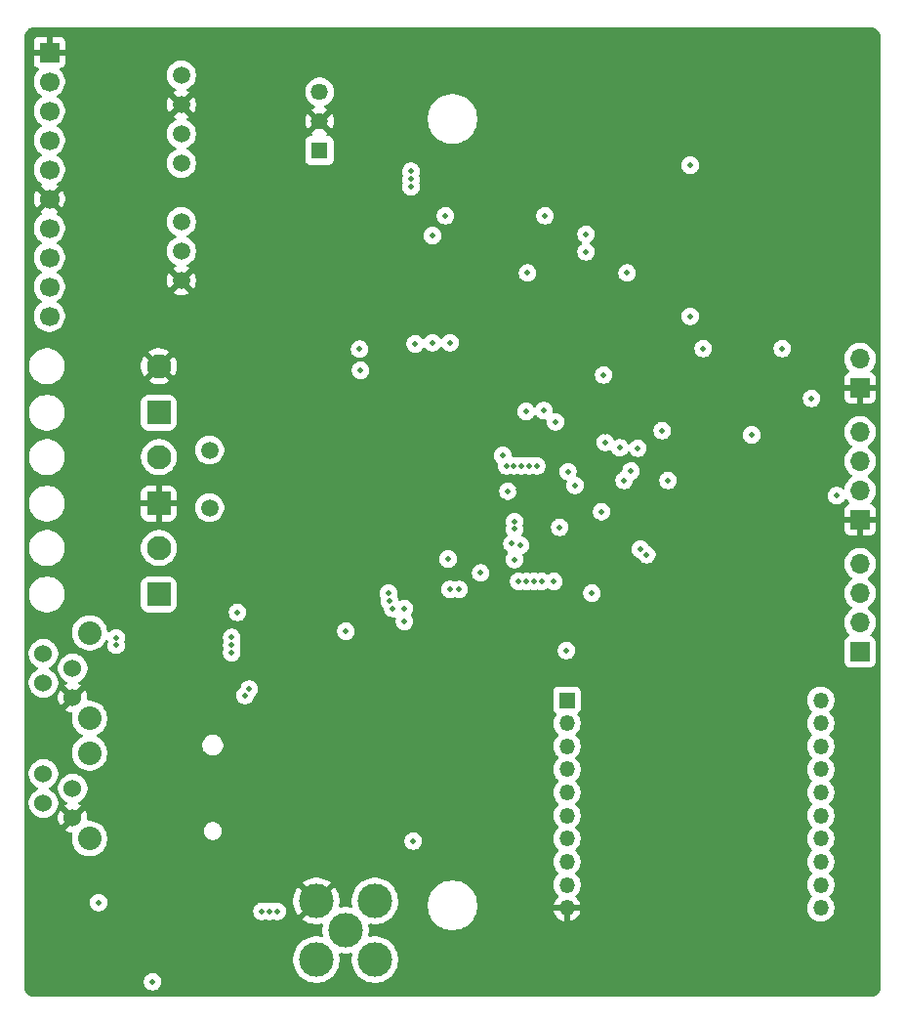
<source format=gbr>
%TF.GenerationSoftware,KiCad,Pcbnew,9.0.1*%
%TF.CreationDate,2025-06-11T13:29:21-05:00*%
%TF.ProjectId,Digital_PCB,44696769-7461-46c5-9f50-43422e6b6963,2.0*%
%TF.SameCoordinates,Original*%
%TF.FileFunction,Copper,L3,Inr*%
%TF.FilePolarity,Positive*%
%FSLAX46Y46*%
G04 Gerber Fmt 4.6, Leading zero omitted, Abs format (unit mm)*
G04 Created by KiCad (PCBNEW 9.0.1) date 2025-06-11 13:29:21*
%MOMM*%
%LPD*%
G01*
G04 APERTURE LIST*
G04 Aperture macros list*
%AMRoundRect*
0 Rectangle with rounded corners*
0 $1 Rounding radius*
0 $2 $3 $4 $5 $6 $7 $8 $9 X,Y pos of 4 corners*
0 Add a 4 corners polygon primitive as box body*
4,1,4,$2,$3,$4,$5,$6,$7,$8,$9,$2,$3,0*
0 Add four circle primitives for the rounded corners*
1,1,$1+$1,$2,$3*
1,1,$1+$1,$4,$5*
1,1,$1+$1,$6,$7*
1,1,$1+$1,$8,$9*
0 Add four rect primitives between the rounded corners*
20,1,$1+$1,$2,$3,$4,$5,0*
20,1,$1+$1,$4,$5,$6,$7,0*
20,1,$1+$1,$6,$7,$8,$9,0*
20,1,$1+$1,$8,$9,$2,$3,0*%
G04 Aperture macros list end*
%TA.AperFunction,ComponentPad*%
%ADD10C,1.500000*%
%TD*%
%TA.AperFunction,ComponentPad*%
%ADD11R,1.700000X1.700000*%
%TD*%
%TA.AperFunction,ComponentPad*%
%ADD12O,1.700000X1.700000*%
%TD*%
%TA.AperFunction,ComponentPad*%
%ADD13C,1.700000*%
%TD*%
%TA.AperFunction,ComponentPad*%
%ADD14RoundRect,0.249900X-0.800100X0.800100X-0.800100X-0.800100X0.800100X-0.800100X0.800100X0.800100X0*%
%TD*%
%TA.AperFunction,ComponentPad*%
%ADD15C,2.100000*%
%TD*%
%TA.AperFunction,ComponentPad*%
%ADD16C,3.000000*%
%TD*%
%TA.AperFunction,ComponentPad*%
%ADD17C,2.032000*%
%TD*%
%TA.AperFunction,ComponentPad*%
%ADD18C,1.524000*%
%TD*%
%TA.AperFunction,ComponentPad*%
%ADD19R,1.468000X1.468000*%
%TD*%
%TA.AperFunction,ComponentPad*%
%ADD20C,1.468000*%
%TD*%
%TA.AperFunction,ComponentPad*%
%ADD21C,1.509000*%
%TD*%
%TA.AperFunction,ComponentPad*%
%ADD22R,1.350000X1.350000*%
%TD*%
%TA.AperFunction,ComponentPad*%
%ADD23O,1.350000X1.350000*%
%TD*%
%TA.AperFunction,ViaPad*%
%ADD24C,0.508000*%
%TD*%
G04 APERTURE END LIST*
D10*
%TO.N,Net-(J9-Pin_2)*%
%TO.C,F1*%
X124318000Y-94655000D03*
%TO.N,Net-(Q1-D)*%
X124318000Y-99655000D03*
%TD*%
D11*
%TO.N,GND*%
%TO.C,J8*%
X180721000Y-100711000D03*
D12*
%TO.N,SWCLK*%
X180721000Y-98171000D03*
%TO.N,SWDIO*%
X180721000Y-95631000D03*
%TO.N,+3V3*%
X180721000Y-93091000D03*
%TD*%
D11*
%TO.N,GND*%
%TO.C,J2*%
X110420000Y-60198000D03*
D13*
%TO.N,+5V*%
X110420000Y-62738000D03*
%TO.N,-5V*%
X110420000Y-65278000D03*
%TO.N,AMP_IN*%
X110420000Y-67818000D03*
%TO.N,AMP_OUT*%
X110420000Y-70358000D03*
%TO.N,GND*%
X110420000Y-72898000D03*
%TO.N,unconnected-(J2-Pin_7-Pad7)*%
X110420000Y-75438000D03*
%TO.N,unconnected-(J2-Pin_8-Pad8)*%
X110420000Y-77978000D03*
%TO.N,unconnected-(J2-Pin_9-Pad9)*%
X110420000Y-80518000D03*
%TO.N,unconnected-(J2-Pin_10-Pad10)*%
X110420000Y-83058000D03*
%TD*%
D14*
%TO.N,GND*%
%TO.C,J9*%
X119910000Y-99300000D03*
D15*
%TO.N,Net-(J9-Pin_2)*%
X119910000Y-95264000D03*
%TD*%
D14*
%TO.N,Net-(D1-K)*%
%TO.C,J10*%
X119910000Y-107174000D03*
D15*
%TO.N,Net-(J10-Pin_2)*%
X119910000Y-103138000D03*
%TD*%
D16*
%TO.N,Net-(AE1-A)*%
%TO.C,AE1*%
X136118600Y-136271000D03*
%TO.N,GND*%
X133578600Y-133731000D03*
%TO.N,N/C*%
X138658600Y-133731000D03*
X138658600Y-138811000D03*
X133578600Y-138811000D03*
%TD*%
D17*
%TO.N,*%
%TO.C,J5*%
X113919000Y-110500546D03*
X113919000Y-117910546D03*
D18*
%TO.N,GND*%
X112445800Y-116113946D03*
%TO.N,Status_LED_R*%
X109905800Y-114843946D03*
%TO.N,Status_LED_G*%
X112445800Y-113573946D03*
%TO.N,Status_LED_B*%
X109905800Y-112303946D03*
%TD*%
D11*
%TO.N,GND*%
%TO.C,J7*%
X180721000Y-89286000D03*
D12*
%TO.N,RESET*%
X180721000Y-86746000D03*
%TD*%
D19*
%TO.N,Net-(PS1-+VIN)*%
%TO.C,PS1*%
X133857000Y-68707000D03*
D20*
%TO.N,GND*%
X133857000Y-66167000D03*
%TO.N,+3V3*%
X133857000Y-63627000D03*
%TD*%
D21*
%TO.N,GND*%
%TO.C,U2*%
X121864400Y-79965800D03*
%TO.N,+BATT*%
X121864400Y-77425800D03*
%TO.N,unconnected-(U2-ON{slash}~{OFF}-Pad3)*%
X121864400Y-74885800D03*
%TO.N,unconnected-(U2-NC-Pad5)*%
X121864400Y-69805800D03*
%TO.N,+5V*%
X121864400Y-67265800D03*
%TO.N,GND*%
X121864400Y-64725800D03*
%TO.N,-5V*%
X121864400Y-62185800D03*
%TD*%
D14*
%TO.N,AMP_IN*%
%TO.C,J1*%
X119910000Y-91426000D03*
D15*
%TO.N,GND*%
X119910000Y-87390000D03*
%TD*%
D22*
%TO.N,+3V3*%
%TO.C,U10*%
X155305000Y-116330000D03*
D23*
%TO.N,XBee_RX*%
X155305000Y-118330000D03*
%TO.N,XBee_TX*%
X155305000Y-120330000D03*
%TO.N,unconnected-(U10-DIO12{slash}MISO-Pad4)*%
X155305000Y-122330000D03*
%TO.N,unconnected-(U10-nRESET-Pad5)*%
X155305000Y-124330000D03*
%TO.N,Net-(U10-~{DIO10{slash}PWM0})*%
X155305000Y-126330000D03*
%TO.N,unconnected-(U10-DIO11{slash}PWM1-Pad7)*%
X155305000Y-128330000D03*
%TO.N,unconnected-(U10-RSVD-Pad8)*%
X155305000Y-130330000D03*
%TO.N,unconnected-(U10-nDTR{slash}DIO8-Pad9)*%
X155305000Y-132330000D03*
%TO.N,GND*%
X155305000Y-134330000D03*
%TO.N,unconnected-(U10-DIO3{slash}MOSI-Pad11)*%
X177305000Y-134330000D03*
%TO.N,unconnected-(U10-nCTS{slash}DIO7-Pad12)*%
X177305000Y-132330000D03*
%TO.N,unconnected-(U10-nSLEEP{slash}DIO9-Pad13)*%
X177305000Y-130330000D03*
%TO.N,unconnected-(U10-VREF-Pad14)*%
X177305000Y-128330000D03*
%TO.N,Net-(U10-Assoc{slash}DIO5)*%
X177305000Y-126330000D03*
%TO.N,unconnected-(U10-nRTS{slash}DIO6-Pad16)*%
X177305000Y-124330000D03*
%TO.N,Net-(U10-AD3{slash}DIO3{slash}nSSEL)*%
X177305000Y-122330000D03*
%TO.N,unconnected-(U10-AD2{slash}DIO2{slash}CLK-Pad18)*%
X177305000Y-120330000D03*
%TO.N,unconnected-(U10-AD1{slash}DIO1{slash}ATTN-Pad19)*%
X177305000Y-118330000D03*
%TO.N,unconnected-(U10-AD0{slash}DIO0-Pad20)*%
X177305000Y-116330000D03*
%TD*%
D11*
%TO.N,Net-(J6-Pin_1)*%
%TO.C,J6*%
X180721000Y-112141000D03*
D12*
%TO.N,Net-(J6-Pin_2)*%
X180721000Y-109601000D03*
%TO.N,Net-(J6-Pin_3)*%
X180721000Y-107061000D03*
%TO.N,Net-(J6-Pin_4)*%
X180721000Y-104521000D03*
%TD*%
D17*
%TO.N,*%
%TO.C,J3*%
X113919000Y-120914546D03*
X113919000Y-128324546D03*
D18*
%TO.N,GND*%
X112445800Y-126527946D03*
%TO.N,Radio_RX*%
X109905800Y-125257946D03*
%TO.N,Radio_TX*%
X112445800Y-123987946D03*
%TO.N,+BATT*%
X109905800Y-122717946D03*
%TD*%
D24*
%TO.N,+3V3*%
X119380000Y-140716000D03*
X158623000Y-93980000D03*
X157480000Y-107061000D03*
X158496000Y-88138000D03*
X165989000Y-83058000D03*
X155265001Y-112026700D03*
X158313001Y-99987100D03*
X136144000Y-110363000D03*
X137404119Y-87753214D03*
X141986000Y-128524000D03*
X145003401Y-104101900D03*
X164084000Y-97282000D03*
X173990000Y-85852000D03*
X143637000Y-85344000D03*
X114681000Y-133858000D03*
X176530000Y-90170000D03*
X150185001Y-98209100D03*
X160274000Y-97282000D03*
X167132000Y-85852000D03*
X142146000Y-85471000D03*
X137320000Y-85922000D03*
X171323000Y-93345000D03*
X145161000Y-85344000D03*
X165989000Y-69977000D03*
%TO.N,RESET*%
X160872624Y-96483624D03*
X154687000Y-101346000D03*
%TO.N,Net-(D1-K)*%
X126746000Y-108712000D03*
%TO.N,Status_LED_G*%
X116216700Y-110921797D03*
X139837764Y-107069045D03*
X126238000Y-110896394D03*
X150749000Y-100838000D03*
%TO.N,Status_LED_B*%
X140208000Y-108379800D03*
X126238000Y-112217200D03*
X150749000Y-104140000D03*
%TO.N,Status_LED_R*%
X126238000Y-111556797D03*
X139923585Y-107773488D03*
X150749000Y-101498403D03*
X116216700Y-111582200D03*
%TO.N,Xacc*%
X141780800Y-70511581D03*
X128854194Y-134620000D03*
%TO.N,Yacc*%
X129514597Y-134620000D03*
X141780800Y-71171984D03*
%TO.N,Zacc*%
X141780800Y-71832387D03*
X130175000Y-134620000D03*
%TO.N,Xacc_Buffered*%
X156972000Y-75946000D03*
X156972000Y-77470000D03*
%TO.N,+5V*%
X144780000Y-74360000D03*
X143637000Y-76073000D03*
X153416000Y-74360000D03*
%TO.N,-5V*%
X160528000Y-79310000D03*
X151892000Y-79310000D03*
%TO.N,Radio_RX*%
X127381000Y-115925600D03*
%TO.N,Radio_TX*%
X127762000Y-115366800D03*
%TO.N,I2C_SDA*%
X145167683Y-106730800D03*
X150536655Y-102770405D03*
%TO.N,I2C_SCL*%
X151278400Y-102896403D03*
X145957946Y-106730799D03*
X141217870Y-109497400D03*
X141217870Y-108379800D03*
%TO.N,SWDIO*%
X178689000Y-98621600D03*
%TO.N,SPI_MOSI*%
X153111209Y-106045000D03*
X152690800Y-96030052D03*
%TO.N,SPI_SCK*%
X151790403Y-106045000D03*
X151370388Y-96014602D03*
X151765000Y-91313000D03*
X153303132Y-91236800D03*
%TO.N,SPI_MISO*%
X152450806Y-106045000D03*
X152030760Y-96008181D03*
%TO.N,XBee_TX*%
X162229800Y-103717975D03*
%TO.N,XBee_RX*%
X161671000Y-103251000D03*
%TO.N,SPI_ADC_DRDY*%
X150710002Y-96009925D03*
X151130000Y-106045000D03*
%TO.N,SPI_Acc_ADC_CS*%
X147827708Y-105313800D03*
X150049606Y-96012847D03*
%TO.N,Boot0*%
X161466384Y-94488000D03*
X159890584Y-94473868D03*
%TO.N,Boot1*%
X154178000Y-106045000D03*
X155397201Y-96521000D03*
%TO.N,ADC_RESET*%
X156005618Y-97712118D03*
X149733000Y-95123000D03*
%TO.N,Net-(U4-CLKIN)*%
X163576000Y-92964000D03*
X154305000Y-92202000D03*
%TO.N,GND*%
X160218001Y-98844100D03*
X159131000Y-107061000D03*
X166878000Y-74930000D03*
X147828000Y-107188000D03*
X146558000Y-103540987D03*
X114681000Y-132842000D03*
X167767000Y-97282000D03*
X151892000Y-83058000D03*
X126492000Y-139700000D03*
X142113000Y-89027000D03*
X124460000Y-91059000D03*
X137193000Y-89027000D03*
X164465000Y-79502000D03*
X154940000Y-83058000D03*
X180340000Y-133223000D03*
X123190000Y-141732000D03*
X129921000Y-137668000D03*
X166878000Y-91694000D03*
X181610000Y-83439000D03*
X148844000Y-83058000D03*
X137287000Y-124206000D03*
X122809000Y-132377000D03*
X158496000Y-89662000D03*
X160528000Y-75057000D03*
X125095000Y-109982000D03*
X157988000Y-83058000D03*
X158623000Y-93091000D03*
X134747000Y-104648000D03*
X126449000Y-132377000D03*
X119380000Y-136779000D03*
X148971000Y-80899000D03*
X152527000Y-132715000D03*
X132588000Y-89916000D03*
X151130000Y-98044000D03*
X151892000Y-74930000D03*
X162179000Y-74676000D03*
X141257000Y-85852000D03*
X135128000Y-124206000D03*
X144780000Y-78867000D03*
X141986000Y-127000000D03*
X173990000Y-87376000D03*
X153416000Y-78740000D03*
X135001000Y-73533000D03*
X127254000Y-92456000D03*
X146629001Y-98844100D03*
X169291000Y-69596000D03*
X159131000Y-101196200D03*
X151028400Y-120599200D03*
X144653000Y-111379000D03*
X167132000Y-87376000D03*
X150702470Y-86876919D03*
X130733800Y-84201000D03*
X167132000Y-83947000D03*
X153685600Y-87007664D03*
X143129000Y-101981000D03*
X181483000Y-72136000D03*
%TD*%
%TA.AperFunction,Conductor*%
%TO.N,GND*%
G36*
X181682142Y-58039498D02*
G01*
X181682149Y-58039500D01*
X181730820Y-58039500D01*
X181743162Y-58040106D01*
X181873217Y-58052916D01*
X181897429Y-58057732D01*
X182016540Y-58093864D01*
X182039355Y-58103315D01*
X182149124Y-58161987D01*
X182169655Y-58175704D01*
X182263432Y-58252665D01*
X182265869Y-58254665D01*
X182283333Y-58272129D01*
X182362293Y-58368342D01*
X182376012Y-58388875D01*
X182434684Y-58498644D01*
X182444136Y-58521462D01*
X182480265Y-58640561D01*
X182485084Y-58664788D01*
X182497893Y-58794837D01*
X182498500Y-58807187D01*
X182498500Y-141258812D01*
X182497893Y-141271162D01*
X182485084Y-141401211D01*
X182480265Y-141425438D01*
X182444136Y-141544537D01*
X182434684Y-141567355D01*
X182376012Y-141677124D01*
X182362289Y-141697663D01*
X182283334Y-141793869D01*
X182265869Y-141811334D01*
X182169663Y-141890289D01*
X182149124Y-141904012D01*
X182039355Y-141962684D01*
X182016537Y-141972136D01*
X181897438Y-142008265D01*
X181873212Y-142013084D01*
X181778587Y-142022403D01*
X181743161Y-142025893D01*
X181730813Y-142026500D01*
X109029187Y-142026500D01*
X109016837Y-142025893D01*
X108886788Y-142013084D01*
X108862562Y-142008265D01*
X108814997Y-141993836D01*
X108743462Y-141972136D01*
X108720644Y-141962684D01*
X108610875Y-141904012D01*
X108590342Y-141890293D01*
X108494129Y-141811333D01*
X108476665Y-141793869D01*
X108397704Y-141697655D01*
X108383987Y-141677124D01*
X108325315Y-141567355D01*
X108315863Y-141544537D01*
X108279732Y-141425429D01*
X108274916Y-141401217D01*
X108262106Y-141271159D01*
X108261500Y-141258808D01*
X108261504Y-141202067D01*
X108261538Y-140640896D01*
X118617500Y-140640896D01*
X118617500Y-140791103D01*
X118623149Y-140819499D01*
X118646803Y-140938413D01*
X118704282Y-141077179D01*
X118787728Y-141202065D01*
X118893935Y-141308272D01*
X119018821Y-141391718D01*
X119157587Y-141449197D01*
X119304900Y-141478500D01*
X119455100Y-141478500D01*
X119602413Y-141449197D01*
X119741179Y-141391718D01*
X119866065Y-141308272D01*
X119972272Y-141202065D01*
X120055718Y-141077179D01*
X120113197Y-140938413D01*
X120142500Y-140791100D01*
X120142500Y-140640900D01*
X120113197Y-140493587D01*
X120055718Y-140354821D01*
X119972272Y-140229935D01*
X119866065Y-140123728D01*
X119741179Y-140040282D01*
X119602414Y-139982803D01*
X119455103Y-139953500D01*
X119455100Y-139953500D01*
X119304900Y-139953500D01*
X119304896Y-139953500D01*
X119157585Y-139982803D01*
X119157584Y-139982804D01*
X119018819Y-140040283D01*
X118893939Y-140123725D01*
X118893932Y-140123730D01*
X118787730Y-140229932D01*
X118787725Y-140229939D01*
X118704283Y-140354819D01*
X118646804Y-140493584D01*
X118646803Y-140493585D01*
X118617500Y-140640896D01*
X108261538Y-140640896D01*
X108261657Y-138679353D01*
X131570100Y-138679353D01*
X131570100Y-138942646D01*
X131604464Y-139203672D01*
X131604465Y-139203678D01*
X131604466Y-139203680D01*
X131672610Y-139457997D01*
X131773366Y-139701243D01*
X131773367Y-139701244D01*
X131773372Y-139701255D01*
X131905007Y-139929253D01*
X132065289Y-140138138D01*
X132065298Y-140138148D01*
X132251451Y-140324301D01*
X132251461Y-140324310D01*
X132460346Y-140484592D01*
X132688344Y-140616227D01*
X132688348Y-140616228D01*
X132688357Y-140616234D01*
X132931603Y-140716990D01*
X133185920Y-140785134D01*
X133185926Y-140785134D01*
X133185927Y-140785135D01*
X133215881Y-140789078D01*
X133446956Y-140819500D01*
X133446963Y-140819500D01*
X133710237Y-140819500D01*
X133710244Y-140819500D01*
X133971280Y-140785134D01*
X134225597Y-140716990D01*
X134468843Y-140616234D01*
X134696857Y-140484590D01*
X134905738Y-140324311D01*
X135091911Y-140138138D01*
X135252190Y-139929257D01*
X135383834Y-139701243D01*
X135484590Y-139457997D01*
X135552734Y-139203680D01*
X135587100Y-138942644D01*
X135587100Y-138679356D01*
X135552734Y-138418320D01*
X135545827Y-138392542D01*
X135547517Y-138321569D01*
X135587311Y-138262773D01*
X135652575Y-138234825D01*
X135700141Y-138238226D01*
X135725920Y-138245134D01*
X135986956Y-138279500D01*
X135986963Y-138279500D01*
X136250237Y-138279500D01*
X136250244Y-138279500D01*
X136511280Y-138245134D01*
X136537053Y-138238228D01*
X136608029Y-138239916D01*
X136666825Y-138279710D01*
X136694774Y-138344974D01*
X136691373Y-138392542D01*
X136684464Y-138418327D01*
X136650100Y-138679353D01*
X136650100Y-138942646D01*
X136684464Y-139203672D01*
X136684465Y-139203678D01*
X136684466Y-139203680D01*
X136752610Y-139457997D01*
X136853366Y-139701243D01*
X136853367Y-139701244D01*
X136853372Y-139701255D01*
X136985007Y-139929253D01*
X137145289Y-140138138D01*
X137145298Y-140138148D01*
X137331451Y-140324301D01*
X137331461Y-140324310D01*
X137540346Y-140484592D01*
X137768344Y-140616227D01*
X137768348Y-140616228D01*
X137768357Y-140616234D01*
X138011603Y-140716990D01*
X138265920Y-140785134D01*
X138265926Y-140785134D01*
X138265927Y-140785135D01*
X138295881Y-140789078D01*
X138526956Y-140819500D01*
X138526963Y-140819500D01*
X138790237Y-140819500D01*
X138790244Y-140819500D01*
X139051280Y-140785134D01*
X139305597Y-140716990D01*
X139548843Y-140616234D01*
X139776857Y-140484590D01*
X139985738Y-140324311D01*
X140171911Y-140138138D01*
X140332190Y-139929257D01*
X140463834Y-139701243D01*
X140564590Y-139457997D01*
X140632734Y-139203680D01*
X140667100Y-138942644D01*
X140667100Y-138679356D01*
X140632734Y-138418320D01*
X140564590Y-138164003D01*
X140463834Y-137920757D01*
X140463828Y-137920748D01*
X140463827Y-137920744D01*
X140332192Y-137692746D01*
X140171910Y-137483861D01*
X140171901Y-137483851D01*
X139985748Y-137297698D01*
X139985738Y-137297689D01*
X139776853Y-137137407D01*
X139548855Y-137005772D01*
X139548847Y-137005768D01*
X139548843Y-137005766D01*
X139305597Y-136905010D01*
X139051280Y-136836866D01*
X139051278Y-136836865D01*
X139051272Y-136836864D01*
X138790246Y-136802500D01*
X138790244Y-136802500D01*
X138526956Y-136802500D01*
X138526953Y-136802500D01*
X138265927Y-136836864D01*
X138240142Y-136843773D01*
X138169165Y-136842081D01*
X138110371Y-136802285D01*
X138082425Y-136737020D01*
X138085828Y-136689452D01*
X138092734Y-136663680D01*
X138127100Y-136402644D01*
X138127100Y-136139356D01*
X138092734Y-135878320D01*
X138085827Y-135852543D01*
X138087517Y-135781569D01*
X138127311Y-135722773D01*
X138192575Y-135694825D01*
X138240141Y-135698226D01*
X138265920Y-135705134D01*
X138526956Y-135739500D01*
X138526963Y-135739500D01*
X138790237Y-135739500D01*
X138790244Y-135739500D01*
X139051280Y-135705134D01*
X139305597Y-135636990D01*
X139548843Y-135536234D01*
X139776857Y-135404590D01*
X139985738Y-135244311D01*
X140171911Y-135058138D01*
X140332190Y-134849257D01*
X140463834Y-134621243D01*
X140564590Y-134377997D01*
X140632734Y-134123680D01*
X140632748Y-134123578D01*
X140645366Y-134027728D01*
X140653343Y-133967134D01*
X143230850Y-133967134D01*
X143230850Y-134248865D01*
X143267621Y-134528170D01*
X143267622Y-134528176D01*
X143267623Y-134528178D01*
X143340539Y-134800304D01*
X143448350Y-135060584D01*
X143448351Y-135060585D01*
X143448356Y-135060596D01*
X143589210Y-135304562D01*
X143589215Y-135304569D01*
X143760709Y-135528064D01*
X143760728Y-135528085D01*
X143959914Y-135727271D01*
X143959935Y-135727290D01*
X144183430Y-135898784D01*
X144183437Y-135898789D01*
X144427403Y-136039643D01*
X144427407Y-136039644D01*
X144427416Y-136039650D01*
X144687696Y-136147461D01*
X144959822Y-136220377D01*
X144959828Y-136220377D01*
X144959829Y-136220378D01*
X144991876Y-136224597D01*
X145239137Y-136257150D01*
X145239144Y-136257150D01*
X145520856Y-136257150D01*
X145520863Y-136257150D01*
X145800178Y-136220377D01*
X146072304Y-136147461D01*
X146332584Y-136039650D01*
X146576566Y-135898787D01*
X146800073Y-135727283D01*
X146999283Y-135528073D01*
X147170787Y-135304566D01*
X147311650Y-135060584D01*
X147419461Y-134800304D01*
X147492377Y-134528178D01*
X147492378Y-134528170D01*
X147492379Y-134528168D01*
X147513859Y-134365010D01*
X147529150Y-134248863D01*
X147529150Y-133967137D01*
X147492377Y-133687822D01*
X147419461Y-133415696D01*
X147311650Y-133155416D01*
X147311644Y-133155407D01*
X147311643Y-133155403D01*
X147170789Y-132911437D01*
X147170784Y-132911430D01*
X146999290Y-132687935D01*
X146999271Y-132687914D01*
X146800085Y-132488728D01*
X146800064Y-132488709D01*
X146576569Y-132317215D01*
X146576562Y-132317210D01*
X146332596Y-132176356D01*
X146332588Y-132176352D01*
X146332584Y-132176350D01*
X146072304Y-132068539D01*
X145800178Y-131995623D01*
X145800176Y-131995622D01*
X145800170Y-131995621D01*
X145520865Y-131958850D01*
X145520863Y-131958850D01*
X145239137Y-131958850D01*
X145239134Y-131958850D01*
X144959829Y-131995621D01*
X144687696Y-132068539D01*
X144427414Y-132176351D01*
X144427403Y-132176356D01*
X144183437Y-132317210D01*
X144183430Y-132317215D01*
X143959935Y-132488709D01*
X143959914Y-132488728D01*
X143760728Y-132687914D01*
X143760709Y-132687935D01*
X143589215Y-132911430D01*
X143589210Y-132911437D01*
X143448356Y-133155403D01*
X143448351Y-133155414D01*
X143448350Y-133155416D01*
X143360841Y-133366683D01*
X143340539Y-133415696D01*
X143267621Y-133687829D01*
X143230850Y-133967134D01*
X140653343Y-133967134D01*
X140667100Y-133862644D01*
X140667100Y-133599356D01*
X140636102Y-133363900D01*
X140632735Y-133338327D01*
X140632734Y-133338326D01*
X140632734Y-133338320D01*
X140564590Y-133084003D01*
X140463834Y-132840757D01*
X140463828Y-132840748D01*
X140463827Y-132840744D01*
X140332192Y-132612746D01*
X140237030Y-132488728D01*
X140171911Y-132403862D01*
X140171910Y-132403861D01*
X140171901Y-132403851D01*
X139985748Y-132217698D01*
X139985738Y-132217689D01*
X139776853Y-132057407D01*
X139548855Y-131925772D01*
X139548847Y-131925768D01*
X139548843Y-131925766D01*
X139305597Y-131825010D01*
X139051280Y-131756866D01*
X139051278Y-131756865D01*
X139051272Y-131756864D01*
X138790246Y-131722500D01*
X138790244Y-131722500D01*
X138526956Y-131722500D01*
X138526953Y-131722500D01*
X138265927Y-131756864D01*
X138011603Y-131825010D01*
X137768355Y-131925767D01*
X137768344Y-131925772D01*
X137540346Y-132057407D01*
X137331461Y-132217689D01*
X137331451Y-132217698D01*
X137145298Y-132403851D01*
X137145289Y-132403861D01*
X136985007Y-132612746D01*
X136853372Y-132840744D01*
X136853367Y-132840755D01*
X136752610Y-133084003D01*
X136684464Y-133338327D01*
X136650100Y-133599353D01*
X136650100Y-133862646D01*
X136684465Y-134123677D01*
X136691372Y-134149456D01*
X136689681Y-134220433D01*
X136649886Y-134279228D01*
X136584621Y-134307174D01*
X136537056Y-134303772D01*
X136511277Y-134296865D01*
X136250246Y-134262500D01*
X136250244Y-134262500D01*
X135986956Y-134262500D01*
X135986953Y-134262500D01*
X135725923Y-134296865D01*
X135699582Y-134303922D01*
X135628605Y-134302229D01*
X135569811Y-134262433D01*
X135541866Y-134197167D01*
X135545271Y-134149598D01*
X135552243Y-134123578D01*
X135586599Y-133862613D01*
X135586600Y-133862604D01*
X135586600Y-133599396D01*
X135586599Y-133599386D01*
X135552244Y-133338424D01*
X135484115Y-133084164D01*
X135383383Y-132840976D01*
X135383378Y-132840965D01*
X135251776Y-132613024D01*
X135251771Y-132613017D01*
X135166681Y-132502127D01*
X134276969Y-133391840D01*
X134265396Y-133363900D01*
X134180582Y-133236966D01*
X134072634Y-133129018D01*
X133945700Y-133044204D01*
X133917758Y-133032630D01*
X134807471Y-132142917D01*
X134807470Y-132142916D01*
X134696581Y-132057827D01*
X134696575Y-132057823D01*
X134468634Y-131926221D01*
X134468623Y-131926216D01*
X134225435Y-131825484D01*
X133971175Y-131757355D01*
X133710213Y-131723000D01*
X133446986Y-131723000D01*
X133186024Y-131757355D01*
X132931764Y-131825484D01*
X132688576Y-131926216D01*
X132688565Y-131926221D01*
X132460624Y-132057823D01*
X132349727Y-132142917D01*
X133239440Y-133032630D01*
X133211500Y-133044204D01*
X133084566Y-133129018D01*
X132976618Y-133236966D01*
X132891804Y-133363900D01*
X132880230Y-133391840D01*
X131990517Y-132502127D01*
X131905423Y-132613024D01*
X131773821Y-132840965D01*
X131773816Y-132840976D01*
X131673084Y-133084164D01*
X131604955Y-133338424D01*
X131570600Y-133599386D01*
X131570600Y-133862613D01*
X131604955Y-134123575D01*
X131673084Y-134377835D01*
X131773816Y-134621023D01*
X131773821Y-134621034D01*
X131905423Y-134848975D01*
X131905427Y-134848981D01*
X131990516Y-134959870D01*
X131990517Y-134959871D01*
X132880230Y-134070158D01*
X132891804Y-134098100D01*
X132976618Y-134225034D01*
X133084566Y-134332982D01*
X133211500Y-134417796D01*
X133239440Y-134429369D01*
X132349727Y-135319081D01*
X132349727Y-135319082D01*
X132460617Y-135404171D01*
X132460624Y-135404176D01*
X132688565Y-135535778D01*
X132688576Y-135535783D01*
X132931764Y-135636515D01*
X133186024Y-135704644D01*
X133446986Y-135738999D01*
X133446996Y-135739000D01*
X133710204Y-135739000D01*
X133710213Y-135738999D01*
X133971178Y-135704643D01*
X133997198Y-135697671D01*
X134068175Y-135699357D01*
X134126972Y-135739149D01*
X134154922Y-135804413D01*
X134151522Y-135851982D01*
X134144465Y-135878323D01*
X134110100Y-136139353D01*
X134110100Y-136402646D01*
X134144465Y-136663677D01*
X134151372Y-136689456D01*
X134149681Y-136760433D01*
X134109886Y-136819228D01*
X134044621Y-136847174D01*
X133997056Y-136843772D01*
X133971277Y-136836865D01*
X133710246Y-136802500D01*
X133710244Y-136802500D01*
X133446956Y-136802500D01*
X133446953Y-136802500D01*
X133185927Y-136836864D01*
X132931603Y-136905010D01*
X132688355Y-137005767D01*
X132688344Y-137005772D01*
X132460346Y-137137407D01*
X132251461Y-137297689D01*
X132251451Y-137297698D01*
X132065298Y-137483851D01*
X132065289Y-137483861D01*
X131905007Y-137692746D01*
X131773372Y-137920744D01*
X131773367Y-137920755D01*
X131672610Y-138164003D01*
X131604464Y-138418327D01*
X131570100Y-138679353D01*
X108261657Y-138679353D01*
X108261773Y-136760433D01*
X108261954Y-133782896D01*
X113918500Y-133782896D01*
X113918500Y-133933103D01*
X113946925Y-134076000D01*
X113947803Y-134080413D01*
X114005282Y-134219179D01*
X114088728Y-134344065D01*
X114194935Y-134450272D01*
X114319821Y-134533718D01*
X114458587Y-134591197D01*
X114605900Y-134620500D01*
X114756100Y-134620500D01*
X114903413Y-134591197D01*
X115015193Y-134544896D01*
X128091694Y-134544896D01*
X128091694Y-134695103D01*
X128112621Y-134800304D01*
X128120997Y-134842413D01*
X128178476Y-134981179D01*
X128261922Y-135106065D01*
X128368129Y-135212272D01*
X128493015Y-135295718D01*
X128631781Y-135353197D01*
X128779094Y-135382500D01*
X128929294Y-135382500D01*
X129076607Y-135353197D01*
X129136176Y-135328521D01*
X129206765Y-135320932D01*
X129232604Y-135328518D01*
X129292184Y-135353197D01*
X129439497Y-135382500D01*
X129589697Y-135382500D01*
X129737010Y-135353197D01*
X129796579Y-135328521D01*
X129867168Y-135320932D01*
X129893007Y-135328518D01*
X129952587Y-135353197D01*
X130099900Y-135382500D01*
X130250100Y-135382500D01*
X130397413Y-135353197D01*
X130536179Y-135295718D01*
X130661065Y-135212272D01*
X130767272Y-135106065D01*
X130850718Y-134981179D01*
X130908197Y-134842413D01*
X130937500Y-134695100D01*
X130937500Y-134544900D01*
X130908197Y-134397587D01*
X130850718Y-134258821D01*
X130767272Y-134133935D01*
X130661065Y-134027728D01*
X130536179Y-133944282D01*
X130397414Y-133886803D01*
X130250103Y-133857500D01*
X130250100Y-133857500D01*
X130099900Y-133857500D01*
X130099896Y-133857500D01*
X129952586Y-133886803D01*
X129952578Y-133886805D01*
X129893015Y-133911477D01*
X129822425Y-133919066D01*
X129796581Y-133911477D01*
X129737017Y-133886805D01*
X129737010Y-133886803D01*
X129589700Y-133857500D01*
X129589697Y-133857500D01*
X129439497Y-133857500D01*
X129439493Y-133857500D01*
X129292183Y-133886803D01*
X129292175Y-133886805D01*
X129232612Y-133911477D01*
X129162022Y-133919066D01*
X129136178Y-133911477D01*
X129076614Y-133886805D01*
X129076607Y-133886803D01*
X128929297Y-133857500D01*
X128929294Y-133857500D01*
X128779094Y-133857500D01*
X128779090Y-133857500D01*
X128631779Y-133886803D01*
X128631778Y-133886804D01*
X128631776Y-133886805D01*
X128520004Y-133933103D01*
X128493013Y-133944283D01*
X128368133Y-134027725D01*
X128368126Y-134027730D01*
X128261924Y-134133932D01*
X128261919Y-134133939D01*
X128185130Y-134248863D01*
X128178476Y-134258821D01*
X128158447Y-134307174D01*
X128120998Y-134397584D01*
X128120997Y-134397585D01*
X128091694Y-134544896D01*
X115015193Y-134544896D01*
X115042179Y-134533718D01*
X115167065Y-134450272D01*
X115273272Y-134344065D01*
X115356718Y-134219179D01*
X115414197Y-134080413D01*
X115443500Y-133933100D01*
X115443500Y-133782900D01*
X115414197Y-133635587D01*
X115356718Y-133496821D01*
X115273272Y-133371935D01*
X115167065Y-133265728D01*
X115042179Y-133182282D01*
X114903414Y-133124803D01*
X114756103Y-133095500D01*
X114756100Y-133095500D01*
X114605900Y-133095500D01*
X114605896Y-133095500D01*
X114458585Y-133124803D01*
X114458584Y-133124804D01*
X114319819Y-133182283D01*
X114194939Y-133265725D01*
X114194932Y-133265730D01*
X114088730Y-133371932D01*
X114088725Y-133371939D01*
X114005283Y-133496819D01*
X113947804Y-133635584D01*
X113947803Y-133635585D01*
X113918500Y-133782896D01*
X108261954Y-133782896D01*
X108261954Y-133776702D01*
X108262020Y-132687914D01*
X108262476Y-125165365D01*
X108262631Y-122617955D01*
X108635300Y-122617955D01*
X108635300Y-122817937D01*
X108656263Y-122950289D01*
X108666585Y-123015461D01*
X108728379Y-123205644D01*
X108728381Y-123205649D01*
X108772079Y-123291410D01*
X108819172Y-123383836D01*
X108899483Y-123494374D01*
X108936717Y-123545621D01*
X108936719Y-123545623D01*
X108936721Y-123545626D01*
X109078119Y-123687024D01*
X109078122Y-123687026D01*
X109078125Y-123687029D01*
X109239913Y-123804575D01*
X109379462Y-123875679D01*
X109431077Y-123924428D01*
X109448143Y-123993343D01*
X109425242Y-124060544D01*
X109379462Y-124100212D01*
X109325952Y-124127477D01*
X109239910Y-124171318D01*
X109078122Y-124288865D01*
X109078119Y-124288867D01*
X108936721Y-124430265D01*
X108936719Y-124430268D01*
X108819172Y-124592055D01*
X108728382Y-124770241D01*
X108728379Y-124770247D01*
X108666585Y-124960430D01*
X108666584Y-124960435D01*
X108666584Y-124960436D01*
X108635300Y-125157955D01*
X108635300Y-125357937D01*
X108648574Y-125441745D01*
X108666585Y-125555461D01*
X108716704Y-125709711D01*
X108728381Y-125745649D01*
X108728382Y-125745650D01*
X108819172Y-125923836D01*
X108899483Y-126034374D01*
X108936717Y-126085621D01*
X108936719Y-126085623D01*
X108936721Y-126085626D01*
X109078119Y-126227024D01*
X109078122Y-126227026D01*
X109078125Y-126227029D01*
X109154995Y-126282878D01*
X109239909Y-126344573D01*
X109239913Y-126344575D01*
X109418097Y-126435365D01*
X109608284Y-126497160D01*
X109608285Y-126497160D01*
X109608290Y-126497162D01*
X109805809Y-126528446D01*
X109805812Y-126528446D01*
X110005788Y-126528446D01*
X110005791Y-126528446D01*
X110203310Y-126497162D01*
X110393503Y-126435365D01*
X110571687Y-126344575D01*
X110733475Y-126227029D01*
X110874883Y-126085621D01*
X110992429Y-125923833D01*
X111083219Y-125745649D01*
X111145016Y-125555456D01*
X111176300Y-125357937D01*
X111176300Y-125157955D01*
X111145016Y-124960436D01*
X111083219Y-124770243D01*
X110992429Y-124592059D01*
X110992427Y-124592055D01*
X110930732Y-124507141D01*
X110874883Y-124430271D01*
X110874880Y-124430268D01*
X110874878Y-124430265D01*
X110733480Y-124288867D01*
X110733477Y-124288865D01*
X110733475Y-124288863D01*
X110571687Y-124171317D01*
X110432135Y-124100211D01*
X110424486Y-124092987D01*
X110414600Y-124089385D01*
X110399118Y-124069028D01*
X110380522Y-124051465D01*
X110377992Y-124041250D01*
X110371622Y-124032874D01*
X110369603Y-124007375D01*
X110363456Y-123982550D01*
X110366850Y-123972589D01*
X110366020Y-123962099D01*
X110378106Y-123939557D01*
X110386357Y-123915348D01*
X110395488Y-123907141D01*
X110399570Y-123899530D01*
X110415374Y-123887955D01*
X111175300Y-123887955D01*
X111175300Y-124087937D01*
X111198887Y-124236856D01*
X111206585Y-124285461D01*
X111268379Y-124475644D01*
X111268381Y-124475649D01*
X111268382Y-124475650D01*
X111359172Y-124653836D01*
X111439483Y-124764374D01*
X111476717Y-124815621D01*
X111476719Y-124815623D01*
X111476721Y-124815626D01*
X111618119Y-124957024D01*
X111618122Y-124957026D01*
X111618125Y-124957029D01*
X111779913Y-125074575D01*
X111920015Y-125145961D01*
X111971628Y-125194707D01*
X111988694Y-125263622D01*
X111965793Y-125330824D01*
X111920014Y-125370492D01*
X111780181Y-125441741D01*
X111780175Y-125441745D01*
X111744632Y-125467568D01*
X111744632Y-125467569D01*
X112335058Y-126057995D01*
X112259523Y-126078235D01*
X112149477Y-126141770D01*
X112059624Y-126231623D01*
X111996089Y-126341669D01*
X111975849Y-126417204D01*
X111385423Y-125826778D01*
X111385422Y-125826778D01*
X111359599Y-125862321D01*
X111359598Y-125862322D01*
X111268846Y-126040433D01*
X111268843Y-126040439D01*
X111207073Y-126230548D01*
X111175800Y-126427998D01*
X111175800Y-126627893D01*
X111207073Y-126825343D01*
X111268843Y-127015452D01*
X111268846Y-127015458D01*
X111359599Y-127193570D01*
X111385422Y-127229112D01*
X111975848Y-126638686D01*
X111996089Y-126714223D01*
X112059624Y-126824269D01*
X112149477Y-126914122D01*
X112259523Y-126977657D01*
X112335058Y-126997896D01*
X111744631Y-127588323D01*
X111780173Y-127614145D01*
X111958287Y-127704899D01*
X111958293Y-127704902D01*
X112148404Y-127766672D01*
X112148400Y-127766672D01*
X112334522Y-127796151D01*
X112398675Y-127826564D01*
X112436202Y-127886832D01*
X112435188Y-127957821D01*
X112434645Y-127959534D01*
X112432039Y-127967553D01*
X112432038Y-127967556D01*
X112432038Y-127967558D01*
X112394500Y-128204565D01*
X112394500Y-128444527D01*
X112432038Y-128681534D01*
X112432039Y-128681539D01*
X112498206Y-128885179D01*
X112506190Y-128909751D01*
X112557300Y-129010060D01*
X112615132Y-129123561D01*
X112696367Y-129235370D01*
X112756177Y-129317691D01*
X112756179Y-129317693D01*
X112756181Y-129317696D01*
X112925849Y-129487364D01*
X112925852Y-129487366D01*
X112925855Y-129487369D01*
X113018094Y-129554384D01*
X113119984Y-129628413D01*
X113119988Y-129628415D01*
X113333795Y-129737356D01*
X113562012Y-129811508D01*
X113799019Y-129849046D01*
X113799022Y-129849046D01*
X114038978Y-129849046D01*
X114038981Y-129849046D01*
X114275988Y-129811508D01*
X114504205Y-129737356D01*
X114718012Y-129628415D01*
X114912145Y-129487369D01*
X115081823Y-129317691D01*
X115222869Y-129123558D01*
X115331810Y-128909751D01*
X115405962Y-128681534D01*
X115443500Y-128444527D01*
X115443500Y-128204565D01*
X115405962Y-127967558D01*
X115331810Y-127739341D01*
X115261126Y-127600617D01*
X123811500Y-127600617D01*
X123811500Y-127753382D01*
X123826057Y-127826564D01*
X123841302Y-127903205D01*
X123899761Y-128044337D01*
X123956468Y-128129205D01*
X123984629Y-128171351D01*
X123984634Y-128171357D01*
X124092642Y-128279365D01*
X124092648Y-128279370D01*
X124219663Y-128364239D01*
X124360795Y-128422698D01*
X124510620Y-128452500D01*
X124510621Y-128452500D01*
X124663379Y-128452500D01*
X124663380Y-128452500D01*
X124681499Y-128448896D01*
X141223500Y-128448896D01*
X141223500Y-128599103D01*
X141225099Y-128607141D01*
X141252803Y-128746413D01*
X141310282Y-128885179D01*
X141393728Y-129010065D01*
X141499935Y-129116272D01*
X141624821Y-129199718D01*
X141763587Y-129257197D01*
X141910900Y-129286500D01*
X142061100Y-129286500D01*
X142208413Y-129257197D01*
X142347179Y-129199718D01*
X142472065Y-129116272D01*
X142578272Y-129010065D01*
X142661718Y-128885179D01*
X142719197Y-128746413D01*
X142748500Y-128599100D01*
X142748500Y-128448900D01*
X142719197Y-128301587D01*
X142661718Y-128162821D01*
X142578272Y-128037935D01*
X142472065Y-127931728D01*
X142347179Y-127848282D01*
X142208414Y-127790803D01*
X142061103Y-127761500D01*
X142061100Y-127761500D01*
X141910900Y-127761500D01*
X141910896Y-127761500D01*
X141763585Y-127790803D01*
X141763584Y-127790804D01*
X141624819Y-127848283D01*
X141499939Y-127931725D01*
X141499932Y-127931730D01*
X141393730Y-128037932D01*
X141393725Y-128037939D01*
X141310283Y-128162819D01*
X141252804Y-128301584D01*
X141252803Y-128301585D01*
X141223500Y-128448896D01*
X124681499Y-128448896D01*
X124813205Y-128422698D01*
X124954337Y-128364239D01*
X125081352Y-128279370D01*
X125189370Y-128171352D01*
X125274239Y-128044337D01*
X125332698Y-127903205D01*
X125362500Y-127753380D01*
X125362500Y-127600620D01*
X125332698Y-127450795D01*
X125274239Y-127309663D01*
X125189370Y-127182648D01*
X125189365Y-127182642D01*
X125081357Y-127074634D01*
X125081351Y-127074629D01*
X125000607Y-127020678D01*
X124954337Y-126989761D01*
X124813205Y-126931302D01*
X124663382Y-126901500D01*
X124663380Y-126901500D01*
X124510620Y-126901500D01*
X124510617Y-126901500D01*
X124360794Y-126931302D01*
X124360789Y-126931304D01*
X124219663Y-126989761D01*
X124092648Y-127074629D01*
X124092642Y-127074634D01*
X123984634Y-127182642D01*
X123984629Y-127182648D01*
X123899761Y-127309663D01*
X123841304Y-127450789D01*
X123841302Y-127450794D01*
X123811500Y-127600617D01*
X115261126Y-127600617D01*
X115222869Y-127525534D01*
X115081823Y-127331401D01*
X115081820Y-127331398D01*
X115081818Y-127331395D01*
X114912150Y-127161727D01*
X114912147Y-127161725D01*
X114912145Y-127161723D01*
X114828566Y-127100999D01*
X114718015Y-127020678D01*
X114579865Y-126950287D01*
X114504205Y-126911736D01*
X114504202Y-126911735D01*
X114504200Y-126911734D01*
X114275993Y-126837585D01*
X114275989Y-126837584D01*
X114275988Y-126837584D01*
X114038981Y-126800046D01*
X113836061Y-126800046D01*
X113767940Y-126780044D01*
X113721447Y-126726388D01*
X113711343Y-126656114D01*
X113711612Y-126654334D01*
X113715800Y-126627893D01*
X113715800Y-126427998D01*
X113684526Y-126230548D01*
X113622756Y-126040439D01*
X113622753Y-126040433D01*
X113531999Y-125862319D01*
X113506177Y-125826777D01*
X112915750Y-126417204D01*
X112895511Y-126341669D01*
X112831976Y-126231623D01*
X112742123Y-126141770D01*
X112632077Y-126078235D01*
X112556540Y-126057994D01*
X113146966Y-125467568D01*
X113111424Y-125441745D01*
X112971586Y-125370493D01*
X112919971Y-125321744D01*
X112902905Y-125252829D01*
X112925806Y-125185628D01*
X112971583Y-125145961D01*
X113111687Y-125074575D01*
X113273475Y-124957029D01*
X113414883Y-124815621D01*
X113532429Y-124653833D01*
X113623219Y-124475649D01*
X113685016Y-124285456D01*
X113716300Y-124087937D01*
X113716300Y-123887955D01*
X113685016Y-123690436D01*
X113623219Y-123500243D01*
X113532429Y-123322059D01*
X113532427Y-123322055D01*
X113467518Y-123232717D01*
X113414883Y-123160271D01*
X113414880Y-123160268D01*
X113414878Y-123160265D01*
X113273480Y-123018867D01*
X113273477Y-123018865D01*
X113273475Y-123018863D01*
X113222228Y-122981629D01*
X113111690Y-122901318D01*
X113019264Y-122854225D01*
X112933503Y-122810527D01*
X112933500Y-122810526D01*
X112933498Y-122810525D01*
X112743313Y-122748731D01*
X112743317Y-122748731D01*
X112706543Y-122742906D01*
X112545791Y-122717446D01*
X112345809Y-122717446D01*
X112148290Y-122748730D01*
X112148284Y-122748731D01*
X111958101Y-122810525D01*
X111958095Y-122810528D01*
X111779909Y-122901318D01*
X111618122Y-123018865D01*
X111618119Y-123018867D01*
X111476721Y-123160265D01*
X111476719Y-123160268D01*
X111359172Y-123322055D01*
X111268382Y-123500241D01*
X111268379Y-123500247D01*
X111206585Y-123690430D01*
X111206584Y-123690435D01*
X111206584Y-123690436D01*
X111175300Y-123887955D01*
X110415374Y-123887955D01*
X110423282Y-123882163D01*
X110428116Y-123877820D01*
X110430083Y-123876725D01*
X110571687Y-123804575D01*
X110733475Y-123687029D01*
X110874883Y-123545621D01*
X110992429Y-123383833D01*
X111083219Y-123205649D01*
X111145016Y-123015456D01*
X111176300Y-122817937D01*
X111176300Y-122617955D01*
X111145016Y-122420436D01*
X111083219Y-122230243D01*
X110992429Y-122052059D01*
X110992427Y-122052055D01*
X110930732Y-121967141D01*
X110874883Y-121890271D01*
X110874880Y-121890268D01*
X110874878Y-121890265D01*
X110733480Y-121748867D01*
X110733477Y-121748865D01*
X110733475Y-121748863D01*
X110679587Y-121709711D01*
X110571690Y-121631318D01*
X110479264Y-121584225D01*
X110393503Y-121540527D01*
X110393500Y-121540526D01*
X110393498Y-121540525D01*
X110203313Y-121478731D01*
X110203317Y-121478731D01*
X110166543Y-121472906D01*
X110005791Y-121447446D01*
X109805809Y-121447446D01*
X109608290Y-121478730D01*
X109608284Y-121478731D01*
X109418101Y-121540525D01*
X109418095Y-121540528D01*
X109239909Y-121631318D01*
X109078122Y-121748865D01*
X109078119Y-121748867D01*
X108936721Y-121890265D01*
X108936719Y-121890268D01*
X108819172Y-122052055D01*
X108728382Y-122230241D01*
X108728379Y-122230247D01*
X108666585Y-122420430D01*
X108666584Y-122420435D01*
X108666584Y-122420436D01*
X108635300Y-122617955D01*
X108262631Y-122617955D01*
X108262631Y-122612996D01*
X108262826Y-119397508D01*
X108263262Y-112203955D01*
X108635300Y-112203955D01*
X108635300Y-112403937D01*
X108652536Y-112512760D01*
X108666585Y-112601461D01*
X108718064Y-112759897D01*
X108728381Y-112791649D01*
X108772079Y-112877410D01*
X108819172Y-112969836D01*
X108869883Y-113039632D01*
X108936717Y-113131621D01*
X108936719Y-113131623D01*
X108936721Y-113131626D01*
X109078119Y-113273024D01*
X109078122Y-113273026D01*
X109078125Y-113273029D01*
X109239913Y-113390575D01*
X109379462Y-113461679D01*
X109431077Y-113510428D01*
X109448143Y-113579343D01*
X109425242Y-113646544D01*
X109379462Y-113686212D01*
X109325952Y-113713477D01*
X109239910Y-113757318D01*
X109078122Y-113874865D01*
X109078119Y-113874867D01*
X108936721Y-114016265D01*
X108936719Y-114016268D01*
X108819172Y-114178055D01*
X108728382Y-114356241D01*
X108728379Y-114356247D01*
X108666585Y-114546430D01*
X108666584Y-114546435D01*
X108666584Y-114546436D01*
X108635300Y-114743955D01*
X108635300Y-114943937D01*
X108648574Y-115027745D01*
X108666585Y-115141461D01*
X108728379Y-115331644D01*
X108728381Y-115331649D01*
X108729237Y-115333329D01*
X108819172Y-115509836D01*
X108889307Y-115606367D01*
X108936717Y-115671621D01*
X108936719Y-115671623D01*
X108936721Y-115671626D01*
X109078119Y-115813024D01*
X109078122Y-115813026D01*
X109078125Y-115813029D01*
X109148309Y-115864021D01*
X109239909Y-115930573D01*
X109239913Y-115930575D01*
X109418097Y-116021365D01*
X109608284Y-116083160D01*
X109608285Y-116083160D01*
X109608290Y-116083162D01*
X109805809Y-116114446D01*
X109805812Y-116114446D01*
X110005788Y-116114446D01*
X110005791Y-116114446D01*
X110203310Y-116083162D01*
X110393503Y-116021365D01*
X110571687Y-115930575D01*
X110733475Y-115813029D01*
X110874883Y-115671621D01*
X110992429Y-115509833D01*
X111083219Y-115331649D01*
X111145016Y-115141456D01*
X111176300Y-114943937D01*
X111176300Y-114743955D01*
X111145016Y-114546436D01*
X111083219Y-114356243D01*
X110992429Y-114178059D01*
X110992427Y-114178055D01*
X110930732Y-114093141D01*
X110874883Y-114016271D01*
X110874880Y-114016268D01*
X110874878Y-114016265D01*
X110733480Y-113874867D01*
X110733477Y-113874865D01*
X110733475Y-113874863D01*
X110571687Y-113757317D01*
X110432135Y-113686211D01*
X110424486Y-113678987D01*
X110414600Y-113675385D01*
X110399118Y-113655028D01*
X110380522Y-113637465D01*
X110377992Y-113627250D01*
X110371622Y-113618874D01*
X110369603Y-113593375D01*
X110363456Y-113568550D01*
X110366850Y-113558589D01*
X110366020Y-113548099D01*
X110378106Y-113525557D01*
X110386357Y-113501348D01*
X110395488Y-113493141D01*
X110399570Y-113485530D01*
X110415374Y-113473955D01*
X111175300Y-113473955D01*
X111175300Y-113673937D01*
X111206584Y-113871456D01*
X111206585Y-113871461D01*
X111268379Y-114061644D01*
X111268381Y-114061649D01*
X111268382Y-114061650D01*
X111359172Y-114239836D01*
X111439483Y-114350374D01*
X111476717Y-114401621D01*
X111476719Y-114401623D01*
X111476721Y-114401626D01*
X111618119Y-114543024D01*
X111618122Y-114543026D01*
X111618125Y-114543029D01*
X111779913Y-114660575D01*
X111920015Y-114731961D01*
X111971628Y-114780707D01*
X111988694Y-114849622D01*
X111965793Y-114916824D01*
X111920014Y-114956492D01*
X111780181Y-115027741D01*
X111780175Y-115027745D01*
X111744632Y-115053568D01*
X111744632Y-115053569D01*
X112335058Y-115643995D01*
X112259523Y-115664235D01*
X112149477Y-115727770D01*
X112059624Y-115817623D01*
X111996089Y-115927669D01*
X111975849Y-116003204D01*
X111385423Y-115412778D01*
X111385422Y-115412778D01*
X111359599Y-115448321D01*
X111359598Y-115448322D01*
X111268846Y-115626433D01*
X111268843Y-115626439D01*
X111207073Y-115816548D01*
X111175800Y-116013998D01*
X111175800Y-116213893D01*
X111207073Y-116411343D01*
X111268843Y-116601452D01*
X111268846Y-116601458D01*
X111359599Y-116779570D01*
X111385422Y-116815112D01*
X111975848Y-116224686D01*
X111996089Y-116300223D01*
X112059624Y-116410269D01*
X112149477Y-116500122D01*
X112259523Y-116563657D01*
X112335058Y-116583896D01*
X111744631Y-117174323D01*
X111780173Y-117200145D01*
X111958287Y-117290899D01*
X111958293Y-117290902D01*
X112148404Y-117352672D01*
X112148400Y-117352672D01*
X112334522Y-117382151D01*
X112398675Y-117412564D01*
X112436202Y-117472832D01*
X112435188Y-117543821D01*
X112434645Y-117545534D01*
X112432039Y-117553553D01*
X112432038Y-117553556D01*
X112432038Y-117553558D01*
X112394500Y-117790565D01*
X112394500Y-118030527D01*
X112432038Y-118267534D01*
X112432039Y-118267539D01*
X112506188Y-118495746D01*
X112506190Y-118495751D01*
X112506191Y-118495752D01*
X112615132Y-118709561D01*
X112711499Y-118842198D01*
X112756177Y-118903691D01*
X112756179Y-118903693D01*
X112756181Y-118903696D01*
X112925849Y-119073364D01*
X112925852Y-119073366D01*
X112925855Y-119073369D01*
X113119988Y-119214415D01*
X113288505Y-119300279D01*
X113340120Y-119349028D01*
X113357186Y-119417943D01*
X113334285Y-119485144D01*
X113288506Y-119524812D01*
X113221411Y-119558999D01*
X113119985Y-119610678D01*
X112925852Y-119751725D01*
X112925849Y-119751727D01*
X112756181Y-119921395D01*
X112756179Y-119921398D01*
X112615132Y-120115530D01*
X112506191Y-120329339D01*
X112506188Y-120329345D01*
X112432039Y-120557552D01*
X112432038Y-120557557D01*
X112432038Y-120557558D01*
X112394500Y-120794565D01*
X112394500Y-121034527D01*
X112425890Y-121232717D01*
X112432039Y-121271539D01*
X112499360Y-121478731D01*
X112506190Y-121499751D01*
X112506191Y-121499752D01*
X112615132Y-121713561D01*
X112711499Y-121846198D01*
X112756177Y-121907691D01*
X112756179Y-121907693D01*
X112756181Y-121907696D01*
X112925849Y-122077364D01*
X112925852Y-122077366D01*
X112925855Y-122077369D01*
X113018094Y-122144384D01*
X113119984Y-122218413D01*
X113119988Y-122218415D01*
X113333795Y-122327356D01*
X113562012Y-122401508D01*
X113799019Y-122439046D01*
X113799022Y-122439046D01*
X114038978Y-122439046D01*
X114038981Y-122439046D01*
X114275988Y-122401508D01*
X114504205Y-122327356D01*
X114718012Y-122218415D01*
X114912145Y-122077369D01*
X115081823Y-121907691D01*
X115222869Y-121713558D01*
X115331810Y-121499751D01*
X115405962Y-121271534D01*
X115443500Y-121034527D01*
X115443500Y-120794565D01*
X115405962Y-120557558D01*
X115331810Y-120329341D01*
X115234472Y-120138306D01*
X123686500Y-120138306D01*
X123686500Y-120315693D01*
X123689215Y-120329341D01*
X123721106Y-120489666D01*
X123788987Y-120653547D01*
X123854835Y-120752095D01*
X123887535Y-120801034D01*
X123887540Y-120801040D01*
X124012959Y-120926459D01*
X124012965Y-120926464D01*
X124160453Y-121025013D01*
X124324334Y-121092894D01*
X124498309Y-121127500D01*
X124498310Y-121127500D01*
X124675690Y-121127500D01*
X124675691Y-121127500D01*
X124849666Y-121092894D01*
X125013547Y-121025013D01*
X125161035Y-120926464D01*
X125286464Y-120801035D01*
X125385013Y-120653547D01*
X125452894Y-120489666D01*
X125487500Y-120315691D01*
X125487500Y-120138309D01*
X125452894Y-119964334D01*
X125385013Y-119800453D01*
X125286464Y-119652965D01*
X125286459Y-119652959D01*
X125161040Y-119527540D01*
X125161034Y-119527535D01*
X125097591Y-119485144D01*
X125013547Y-119428987D01*
X124873663Y-119371046D01*
X124849671Y-119361108D01*
X124849666Y-119361106D01*
X124675693Y-119326500D01*
X124675691Y-119326500D01*
X124498309Y-119326500D01*
X124498306Y-119326500D01*
X124324333Y-119361106D01*
X124324328Y-119361108D01*
X124160453Y-119428987D01*
X124012965Y-119527535D01*
X124012959Y-119527540D01*
X123887540Y-119652959D01*
X123887535Y-119652965D01*
X123788987Y-119800453D01*
X123721108Y-119964328D01*
X123721106Y-119964333D01*
X123686500Y-120138306D01*
X115234472Y-120138306D01*
X115222869Y-120115534D01*
X115081823Y-119921401D01*
X115081820Y-119921398D01*
X115081818Y-119921395D01*
X114912150Y-119751727D01*
X114912147Y-119751725D01*
X114912145Y-119751723D01*
X114718012Y-119610677D01*
X114549491Y-119524811D01*
X114497879Y-119476065D01*
X114480813Y-119407150D01*
X114503714Y-119339948D01*
X114549491Y-119300281D01*
X114718012Y-119214415D01*
X114912145Y-119073369D01*
X115081823Y-118903691D01*
X115222869Y-118709558D01*
X115331810Y-118495751D01*
X115405962Y-118267534D01*
X115443500Y-118030527D01*
X115443500Y-117790565D01*
X115405962Y-117553558D01*
X115331810Y-117325341D01*
X115222869Y-117111534D01*
X115222867Y-117111530D01*
X115148838Y-117009640D01*
X115081823Y-116917401D01*
X115081820Y-116917398D01*
X115081818Y-116917395D01*
X114912150Y-116747727D01*
X114912147Y-116747725D01*
X114912145Y-116747723D01*
X114830080Y-116688099D01*
X114718015Y-116606678D01*
X114607111Y-116550170D01*
X114504205Y-116497736D01*
X114504202Y-116497735D01*
X114504200Y-116497734D01*
X114275993Y-116423585D01*
X114275989Y-116423584D01*
X114275988Y-116423584D01*
X114038981Y-116386046D01*
X113836061Y-116386046D01*
X113767940Y-116366044D01*
X113721447Y-116312388D01*
X113711343Y-116242114D01*
X113711612Y-116240334D01*
X113715800Y-116213893D01*
X113715800Y-116013998D01*
X113692046Y-115864021D01*
X113689904Y-115850496D01*
X126618500Y-115850496D01*
X126618500Y-116000703D01*
X126641026Y-116113945D01*
X126647803Y-116148013D01*
X126705282Y-116286779D01*
X126788728Y-116411665D01*
X126894935Y-116517872D01*
X127019821Y-116601318D01*
X127158587Y-116658797D01*
X127305900Y-116688100D01*
X127456100Y-116688100D01*
X127603413Y-116658797D01*
X127742179Y-116601318D01*
X127867065Y-116517872D01*
X127973272Y-116411665D01*
X128056718Y-116286779D01*
X128114197Y-116148013D01*
X128126839Y-116084455D01*
X128159745Y-116021548D01*
X128180417Y-116004272D01*
X128248065Y-115959072D01*
X128354272Y-115852865D01*
X128437718Y-115727979D01*
X128488099Y-115606350D01*
X154121500Y-115606350D01*
X154121500Y-117053649D01*
X154128009Y-117114196D01*
X154128011Y-117114204D01*
X154179110Y-117251202D01*
X154179112Y-117251207D01*
X154266737Y-117368259D01*
X154266738Y-117368259D01*
X154266739Y-117368261D01*
X154285294Y-117382151D01*
X154344852Y-117426736D01*
X154387398Y-117483572D01*
X154392462Y-117554388D01*
X154371279Y-117601663D01*
X154292784Y-117709705D01*
X154292779Y-117709712D01*
X154208205Y-117875697D01*
X154150642Y-118052858D01*
X154121500Y-118236858D01*
X154121500Y-118423141D01*
X154150642Y-118607141D01*
X154208205Y-118784302D01*
X154208206Y-118784305D01*
X154208207Y-118784306D01*
X154292780Y-118950289D01*
X154347528Y-119025644D01*
X154402276Y-119101000D01*
X154533998Y-119232722D01*
X154535720Y-119234193D01*
X154536191Y-119234915D01*
X154537501Y-119236225D01*
X154537225Y-119236500D01*
X154574526Y-119293646D01*
X154575030Y-119364640D01*
X154537070Y-119424637D01*
X154535720Y-119425807D01*
X154533998Y-119427277D01*
X154402276Y-119558999D01*
X154292780Y-119709711D01*
X154292779Y-119709712D01*
X154208205Y-119875697D01*
X154150642Y-120052858D01*
X154150641Y-120052861D01*
X154150641Y-120052863D01*
X154129029Y-120189322D01*
X154121500Y-120236858D01*
X154121500Y-120423141D01*
X154150642Y-120607141D01*
X154208205Y-120784302D01*
X154208206Y-120784305D01*
X154208207Y-120784306D01*
X154292780Y-120950289D01*
X154347069Y-121025012D01*
X154402276Y-121101000D01*
X154533998Y-121232722D01*
X154535720Y-121234193D01*
X154536191Y-121234915D01*
X154537501Y-121236225D01*
X154537225Y-121236500D01*
X154574526Y-121293646D01*
X154575030Y-121364640D01*
X154537070Y-121424637D01*
X154535720Y-121425807D01*
X154533998Y-121427277D01*
X154402276Y-121558999D01*
X154292780Y-121709711D01*
X154292779Y-121709712D01*
X154208205Y-121875697D01*
X154150642Y-122052858D01*
X154150641Y-122052861D01*
X154150641Y-122052863D01*
X154122548Y-122230243D01*
X154121500Y-122236858D01*
X154121500Y-122423141D01*
X154150642Y-122607141D01*
X154208205Y-122784302D01*
X154208206Y-122784305D01*
X154208207Y-122784306D01*
X154292780Y-122950289D01*
X154340126Y-123015456D01*
X154402276Y-123101000D01*
X154533998Y-123232722D01*
X154535720Y-123234193D01*
X154536191Y-123234915D01*
X154537501Y-123236225D01*
X154537225Y-123236500D01*
X154574526Y-123293646D01*
X154575030Y-123364640D01*
X154537070Y-123424637D01*
X154535720Y-123425807D01*
X154533998Y-123427277D01*
X154402276Y-123558999D01*
X154292780Y-123709711D01*
X154292779Y-123709712D01*
X154208205Y-123875697D01*
X154150642Y-124052858D01*
X154150641Y-124052861D01*
X154150641Y-124052863D01*
X154121500Y-124236856D01*
X154121500Y-124423144D01*
X154148253Y-124592059D01*
X154150642Y-124607141D01*
X154208205Y-124784302D01*
X154208206Y-124784305D01*
X154208207Y-124784306D01*
X154292780Y-124950289D01*
X154347528Y-125025644D01*
X154402276Y-125101000D01*
X154533998Y-125232722D01*
X154535720Y-125234193D01*
X154536191Y-125234915D01*
X154537501Y-125236225D01*
X154537225Y-125236500D01*
X154574526Y-125293646D01*
X154575030Y-125364640D01*
X154537070Y-125424637D01*
X154535720Y-125425807D01*
X154533998Y-125427277D01*
X154402276Y-125558999D01*
X154292780Y-125709711D01*
X154292779Y-125709712D01*
X154208205Y-125875697D01*
X154150642Y-126052858D01*
X154150641Y-126052861D01*
X154150641Y-126052863D01*
X154121500Y-126236856D01*
X154121500Y-126423144D01*
X154150641Y-126607137D01*
X154150642Y-126607141D01*
X154208205Y-126784302D01*
X154208206Y-126784305D01*
X154208207Y-126784306D01*
X154292780Y-126950289D01*
X154312664Y-126977657D01*
X154402276Y-127101000D01*
X154533998Y-127232722D01*
X154535720Y-127234193D01*
X154536191Y-127234915D01*
X154537501Y-127236225D01*
X154537225Y-127236500D01*
X154574526Y-127293646D01*
X154575030Y-127364640D01*
X154537070Y-127424637D01*
X154535720Y-127425807D01*
X154533998Y-127427277D01*
X154402276Y-127558999D01*
X154292780Y-127709711D01*
X154292779Y-127709712D01*
X154208205Y-127875697D01*
X154150642Y-128052858D01*
X154150641Y-128052861D01*
X154150641Y-128052863D01*
X154121500Y-128236856D01*
X154121500Y-128423144D01*
X154149368Y-128599100D01*
X154150642Y-128607141D01*
X154208205Y-128784302D01*
X154208206Y-128784305D01*
X154208207Y-128784306D01*
X154292780Y-128950289D01*
X154336206Y-129010060D01*
X154402276Y-129101000D01*
X154533998Y-129232722D01*
X154535720Y-129234193D01*
X154536191Y-129234915D01*
X154537501Y-129236225D01*
X154537225Y-129236500D01*
X154574526Y-129293646D01*
X154575030Y-129364640D01*
X154537070Y-129424637D01*
X154535720Y-129425807D01*
X154533998Y-129427277D01*
X154402276Y-129558999D01*
X154292780Y-129709711D01*
X154292779Y-129709712D01*
X154208205Y-129875697D01*
X154150642Y-130052858D01*
X154121500Y-130236858D01*
X154121500Y-130423141D01*
X154150642Y-130607141D01*
X154208205Y-130784302D01*
X154208206Y-130784305D01*
X154208207Y-130784306D01*
X154292780Y-130950289D01*
X154347528Y-131025644D01*
X154402276Y-131101000D01*
X154533998Y-131232722D01*
X154535720Y-131234193D01*
X154536191Y-131234915D01*
X154537501Y-131236225D01*
X154537225Y-131236500D01*
X154574526Y-131293646D01*
X154575030Y-131364640D01*
X154537070Y-131424637D01*
X154535720Y-131425807D01*
X154533998Y-131427277D01*
X154402276Y-131558999D01*
X154292780Y-131709711D01*
X154292779Y-131709712D01*
X154208205Y-131875697D01*
X154150642Y-132052858D01*
X154150641Y-132052861D01*
X154150641Y-132052863D01*
X154121500Y-132236856D01*
X154121500Y-132423144D01*
X154150641Y-132607137D01*
X154150642Y-132607141D01*
X154208205Y-132784302D01*
X154208206Y-132784305D01*
X154208207Y-132784306D01*
X154292780Y-132950289D01*
X154318568Y-132985783D01*
X154402276Y-133101000D01*
X154533998Y-133232722D01*
X154536102Y-133234519D01*
X154536679Y-133235403D01*
X154537501Y-133236225D01*
X154537328Y-133236397D01*
X154574911Y-133293969D01*
X154575419Y-133364964D01*
X154537463Y-133424963D01*
X154536106Y-133426138D01*
X154534323Y-133427660D01*
X154402662Y-133559321D01*
X154402660Y-133559324D01*
X154293210Y-133709969D01*
X154208670Y-133875887D01*
X154151129Y-134052977D01*
X154147484Y-134076000D01*
X154993314Y-134076000D01*
X154984920Y-134084394D01*
X154932259Y-134175606D01*
X154905000Y-134277339D01*
X154905000Y-134382661D01*
X154932259Y-134484394D01*
X154984920Y-134575606D01*
X154993314Y-134584000D01*
X154147484Y-134584000D01*
X154151129Y-134607022D01*
X154208670Y-134784112D01*
X154293210Y-134950030D01*
X154402660Y-135100675D01*
X154402662Y-135100678D01*
X154534321Y-135232337D01*
X154534324Y-135232339D01*
X154684969Y-135341789D01*
X154850889Y-135426330D01*
X155027979Y-135483870D01*
X155027985Y-135483872D01*
X155050999Y-135487516D01*
X155051000Y-135487516D01*
X155051000Y-134641686D01*
X155059394Y-134650080D01*
X155150606Y-134702741D01*
X155252339Y-134730000D01*
X155357661Y-134730000D01*
X155459394Y-134702741D01*
X155550606Y-134650080D01*
X155559000Y-134641686D01*
X155559000Y-135487516D01*
X155582014Y-135483872D01*
X155582020Y-135483870D01*
X155759110Y-135426330D01*
X155925030Y-135341789D01*
X156075675Y-135232339D01*
X156075678Y-135232337D01*
X156207337Y-135100678D01*
X156207339Y-135100675D01*
X156316789Y-134950030D01*
X156401329Y-134784112D01*
X156458870Y-134607022D01*
X156462516Y-134584000D01*
X155616686Y-134584000D01*
X155625080Y-134575606D01*
X155677741Y-134484394D01*
X155705000Y-134382661D01*
X155705000Y-134277339D01*
X155677741Y-134175606D01*
X155625080Y-134084394D01*
X155616686Y-134076000D01*
X156462516Y-134076000D01*
X156458870Y-134052977D01*
X156401329Y-133875887D01*
X156316789Y-133709969D01*
X156207339Y-133559324D01*
X156207337Y-133559321D01*
X156075680Y-133427664D01*
X156073891Y-133426136D01*
X156073400Y-133425384D01*
X156072173Y-133424157D01*
X156072430Y-133423899D01*
X156035085Y-133366683D01*
X156034582Y-133295688D01*
X156072542Y-133235691D01*
X156073914Y-133234503D01*
X156075983Y-133232735D01*
X156075999Y-133232724D01*
X156207724Y-133100999D01*
X156317220Y-132950289D01*
X156401793Y-132784306D01*
X156459359Y-132607137D01*
X156488500Y-132423144D01*
X156488500Y-132236856D01*
X156459359Y-132052863D01*
X156401793Y-131875694D01*
X156317220Y-131709711D01*
X156207724Y-131559001D01*
X156207723Y-131558999D01*
X156076006Y-131427282D01*
X156074287Y-131425814D01*
X156073814Y-131425090D01*
X156072499Y-131423775D01*
X156072775Y-131423498D01*
X156035476Y-131366365D01*
X156034966Y-131295370D01*
X156072920Y-131235370D01*
X156074287Y-131234186D01*
X156075991Y-131232729D01*
X156075999Y-131232724D01*
X156207724Y-131100999D01*
X156317220Y-130950289D01*
X156401793Y-130784306D01*
X156459359Y-130607137D01*
X156488500Y-130423144D01*
X156488500Y-130236856D01*
X156459359Y-130052863D01*
X156401793Y-129875694D01*
X156317220Y-129709711D01*
X156207724Y-129559001D01*
X156207723Y-129558999D01*
X156076006Y-129427282D01*
X156074287Y-129425814D01*
X156073814Y-129425090D01*
X156072499Y-129423775D01*
X156072775Y-129423498D01*
X156035476Y-129366365D01*
X156034966Y-129295370D01*
X156072920Y-129235370D01*
X156074287Y-129234186D01*
X156075991Y-129232729D01*
X156075999Y-129232724D01*
X156207724Y-129100999D01*
X156317220Y-128950289D01*
X156401793Y-128784306D01*
X156459359Y-128607137D01*
X156488500Y-128423144D01*
X156488500Y-128236856D01*
X156459359Y-128052863D01*
X156401793Y-127875694D01*
X156317220Y-127709711D01*
X156237962Y-127600620D01*
X156207723Y-127558999D01*
X156076006Y-127427282D01*
X156074287Y-127425814D01*
X156073814Y-127425090D01*
X156072499Y-127423775D01*
X156072775Y-127423498D01*
X156035476Y-127366365D01*
X156034966Y-127295370D01*
X156072920Y-127235370D01*
X156074287Y-127234186D01*
X156075991Y-127232729D01*
X156075999Y-127232724D01*
X156207724Y-127100999D01*
X156317220Y-126950289D01*
X156401793Y-126784306D01*
X156459359Y-126607137D01*
X156488500Y-126423144D01*
X156488500Y-126236856D01*
X156459359Y-126052863D01*
X156401793Y-125875694D01*
X156317220Y-125709711D01*
X156207724Y-125559001D01*
X156207723Y-125558999D01*
X156076006Y-125427282D01*
X156074287Y-125425814D01*
X156073814Y-125425090D01*
X156072499Y-125423775D01*
X156072775Y-125423498D01*
X156035476Y-125366365D01*
X156034966Y-125295370D01*
X156072920Y-125235370D01*
X156074287Y-125234186D01*
X156075991Y-125232729D01*
X156075999Y-125232724D01*
X156207724Y-125100999D01*
X156317220Y-124950289D01*
X156401793Y-124784306D01*
X156459359Y-124607137D01*
X156488500Y-124423144D01*
X156488500Y-124236856D01*
X156459359Y-124052863D01*
X156401793Y-123875694D01*
X156317220Y-123709711D01*
X156207724Y-123559001D01*
X156207723Y-123558999D01*
X156076006Y-123427282D01*
X156074287Y-123425814D01*
X156073814Y-123425090D01*
X156072499Y-123423775D01*
X156072775Y-123423498D01*
X156035476Y-123366365D01*
X156034966Y-123295370D01*
X156072920Y-123235370D01*
X156074287Y-123234186D01*
X156075991Y-123232729D01*
X156075999Y-123232724D01*
X156207724Y-123100999D01*
X156317220Y-122950289D01*
X156401793Y-122784306D01*
X156459359Y-122607137D01*
X156488500Y-122423144D01*
X156488500Y-122236856D01*
X156459359Y-122052863D01*
X156401793Y-121875694D01*
X156317220Y-121709711D01*
X156207724Y-121559001D01*
X156207723Y-121558999D01*
X156076006Y-121427282D01*
X156074287Y-121425814D01*
X156073814Y-121425090D01*
X156072499Y-121423775D01*
X156072775Y-121423498D01*
X156035476Y-121366365D01*
X156034966Y-121295370D01*
X156072920Y-121235370D01*
X156074287Y-121234186D01*
X156075991Y-121232729D01*
X156075999Y-121232724D01*
X156207724Y-121100999D01*
X156317220Y-120950289D01*
X156401793Y-120784306D01*
X156459359Y-120607137D01*
X156488500Y-120423144D01*
X156488500Y-120236856D01*
X156459359Y-120052863D01*
X156401793Y-119875694D01*
X156317220Y-119709711D01*
X156207724Y-119559001D01*
X156207723Y-119558999D01*
X156076006Y-119427282D01*
X156074287Y-119425814D01*
X156073814Y-119425090D01*
X156072499Y-119423775D01*
X156072775Y-119423498D01*
X156035476Y-119366365D01*
X156034966Y-119295370D01*
X156072920Y-119235370D01*
X156074287Y-119234186D01*
X156075991Y-119232729D01*
X156075999Y-119232724D01*
X156207724Y-119100999D01*
X156317220Y-118950289D01*
X156401793Y-118784306D01*
X156459359Y-118607137D01*
X156488500Y-118423144D01*
X156488500Y-118236856D01*
X156459359Y-118052863D01*
X156401793Y-117875694D01*
X156317220Y-117709711D01*
X156238719Y-117601663D01*
X156214862Y-117534796D01*
X156230944Y-117465645D01*
X156265148Y-117426736D01*
X156343261Y-117368261D01*
X156430887Y-117251207D01*
X156430887Y-117251206D01*
X156430889Y-117251204D01*
X156481989Y-117114201D01*
X156482277Y-117111530D01*
X156488499Y-117053649D01*
X156488500Y-117053632D01*
X156488500Y-116236856D01*
X176121500Y-116236856D01*
X176121500Y-116423144D01*
X176150641Y-116607137D01*
X176150642Y-116607141D01*
X176208205Y-116784302D01*
X176208206Y-116784305D01*
X176208207Y-116784306D01*
X176292780Y-116950289D01*
X176347528Y-117025644D01*
X176402276Y-117101000D01*
X176533998Y-117232722D01*
X176535720Y-117234193D01*
X176536191Y-117234915D01*
X176537501Y-117236225D01*
X176537225Y-117236500D01*
X176574526Y-117293646D01*
X176575030Y-117364640D01*
X176537070Y-117424637D01*
X176535720Y-117425807D01*
X176533998Y-117427277D01*
X176402276Y-117558999D01*
X176292780Y-117709711D01*
X176292779Y-117709712D01*
X176208205Y-117875697D01*
X176150642Y-118052858D01*
X176121500Y-118236858D01*
X176121500Y-118423141D01*
X176150642Y-118607141D01*
X176208205Y-118784302D01*
X176208206Y-118784305D01*
X176208207Y-118784306D01*
X176292780Y-118950289D01*
X176347528Y-119025644D01*
X176402276Y-119101000D01*
X176533998Y-119232722D01*
X176535720Y-119234193D01*
X176536191Y-119234915D01*
X176537501Y-119236225D01*
X176537225Y-119236500D01*
X176574526Y-119293646D01*
X176575030Y-119364640D01*
X176537070Y-119424637D01*
X176535720Y-119425807D01*
X176533998Y-119427277D01*
X176402276Y-119558999D01*
X176292780Y-119709711D01*
X176292779Y-119709712D01*
X176208205Y-119875697D01*
X176150642Y-120052858D01*
X176150641Y-120052861D01*
X176150641Y-120052863D01*
X176129029Y-120189322D01*
X176121500Y-120236858D01*
X176121500Y-120423141D01*
X176150642Y-120607141D01*
X176208205Y-120784302D01*
X176208206Y-120784305D01*
X176208207Y-120784306D01*
X176292780Y-120950289D01*
X176347069Y-121025012D01*
X176402276Y-121101000D01*
X176533998Y-121232722D01*
X176535720Y-121234193D01*
X176536191Y-121234915D01*
X176537501Y-121236225D01*
X176537225Y-121236500D01*
X176574526Y-121293646D01*
X176575030Y-121364640D01*
X176537070Y-121424637D01*
X176535720Y-121425807D01*
X176533998Y-121427277D01*
X176402276Y-121558999D01*
X176292780Y-121709711D01*
X176292779Y-121709712D01*
X176208205Y-121875697D01*
X176150642Y-122052858D01*
X176150641Y-122052861D01*
X176150641Y-122052863D01*
X176122548Y-122230243D01*
X176121500Y-122236858D01*
X176121500Y-122423141D01*
X176150642Y-122607141D01*
X176208205Y-122784302D01*
X176208206Y-122784305D01*
X176208207Y-122784306D01*
X176292780Y-122950289D01*
X176340126Y-123015456D01*
X176402276Y-123101000D01*
X176533998Y-123232722D01*
X176535720Y-123234193D01*
X176536191Y-123234915D01*
X176537501Y-123236225D01*
X176537225Y-123236500D01*
X176574526Y-123293646D01*
X176575030Y-123364640D01*
X176537070Y-123424637D01*
X176535720Y-123425807D01*
X176533998Y-123427277D01*
X176402276Y-123558999D01*
X176292780Y-123709711D01*
X176292779Y-123709712D01*
X176208205Y-123875697D01*
X176150642Y-124052858D01*
X176150641Y-124052861D01*
X176150641Y-124052863D01*
X176121500Y-124236856D01*
X176121500Y-124423144D01*
X176148253Y-124592059D01*
X176150642Y-124607141D01*
X176208205Y-124784302D01*
X176208206Y-124784305D01*
X176208207Y-124784306D01*
X176292780Y-124950289D01*
X176347528Y-125025644D01*
X176402276Y-125101000D01*
X176533998Y-125232722D01*
X176535720Y-125234193D01*
X176536191Y-125234915D01*
X176537501Y-125236225D01*
X176537225Y-125236500D01*
X176574526Y-125293646D01*
X176575030Y-125364640D01*
X176537070Y-125424637D01*
X176535720Y-125425807D01*
X176533998Y-125427277D01*
X176402276Y-125558999D01*
X176292780Y-125709711D01*
X176292779Y-125709712D01*
X176208205Y-125875697D01*
X176150642Y-126052858D01*
X176150641Y-126052861D01*
X176150641Y-126052863D01*
X176121500Y-126236856D01*
X176121500Y-126423144D01*
X176150641Y-126607137D01*
X176150642Y-126607141D01*
X176208205Y-126784302D01*
X176208206Y-126784305D01*
X176208207Y-126784306D01*
X176292780Y-126950289D01*
X176312664Y-126977657D01*
X176402276Y-127101000D01*
X176533998Y-127232722D01*
X176535720Y-127234193D01*
X176536191Y-127234915D01*
X176537501Y-127236225D01*
X176537225Y-127236500D01*
X176574526Y-127293646D01*
X176575030Y-127364640D01*
X176537070Y-127424637D01*
X176535720Y-127425807D01*
X176533998Y-127427277D01*
X176402276Y-127558999D01*
X176292780Y-127709711D01*
X176292779Y-127709712D01*
X176208205Y-127875697D01*
X176150642Y-128052858D01*
X176150641Y-128052861D01*
X176150641Y-128052863D01*
X176121500Y-128236856D01*
X176121500Y-128423144D01*
X176149368Y-128599100D01*
X176150642Y-128607141D01*
X176208205Y-128784302D01*
X176208206Y-128784305D01*
X176208207Y-128784306D01*
X176292780Y-128950289D01*
X176336206Y-129010060D01*
X176402276Y-129101000D01*
X176533998Y-129232722D01*
X176535720Y-129234193D01*
X176536191Y-129234915D01*
X176537501Y-129236225D01*
X176537225Y-129236500D01*
X176574526Y-129293646D01*
X176575030Y-129364640D01*
X176537070Y-129424637D01*
X176535720Y-129425807D01*
X176533998Y-129427277D01*
X176402276Y-129558999D01*
X176292780Y-129709711D01*
X176292779Y-129709712D01*
X176208205Y-129875697D01*
X176150642Y-130052858D01*
X176121500Y-130236858D01*
X176121500Y-130423141D01*
X176150642Y-130607141D01*
X176208205Y-130784302D01*
X176208206Y-130784305D01*
X176208207Y-130784306D01*
X176292780Y-130950289D01*
X176347528Y-131025644D01*
X176402276Y-131101000D01*
X176533998Y-131232722D01*
X176535720Y-131234193D01*
X176536191Y-131234915D01*
X176537501Y-131236225D01*
X176537225Y-131236500D01*
X176574526Y-131293646D01*
X176575030Y-131364640D01*
X176537070Y-131424637D01*
X176535720Y-131425807D01*
X176533998Y-131427277D01*
X176402276Y-131558999D01*
X176292780Y-131709711D01*
X176292779Y-131709712D01*
X176208205Y-131875697D01*
X176150642Y-132052858D01*
X176150641Y-132052861D01*
X176150641Y-132052863D01*
X176121500Y-132236856D01*
X176121500Y-132423144D01*
X176150641Y-132607137D01*
X176150642Y-132607141D01*
X176208205Y-132784302D01*
X176208206Y-132784305D01*
X176208207Y-132784306D01*
X176292780Y-132950289D01*
X176318568Y-132985783D01*
X176402276Y-133101000D01*
X176533998Y-133232722D01*
X176535720Y-133234193D01*
X176536191Y-133234915D01*
X176537501Y-133236225D01*
X176537225Y-133236500D01*
X176574526Y-133293646D01*
X176575030Y-133364640D01*
X176537070Y-133424637D01*
X176535720Y-133425807D01*
X176533998Y-133427277D01*
X176402276Y-133558999D01*
X176292780Y-133709711D01*
X176292779Y-133709712D01*
X176208205Y-133875697D01*
X176150642Y-134052858D01*
X176150641Y-134052861D01*
X176150641Y-134052863D01*
X176121500Y-134236856D01*
X176121500Y-134423144D01*
X176150623Y-134607022D01*
X176150642Y-134607141D01*
X176208205Y-134784302D01*
X176208206Y-134784305D01*
X176208207Y-134784306D01*
X176292780Y-134950289D01*
X176347528Y-135025644D01*
X176402276Y-135101000D01*
X176533999Y-135232723D01*
X176549948Y-135244310D01*
X176684711Y-135342220D01*
X176850694Y-135426793D01*
X177027863Y-135484359D01*
X177211856Y-135513500D01*
X177211858Y-135513500D01*
X177398142Y-135513500D01*
X177398144Y-135513500D01*
X177582137Y-135484359D01*
X177759306Y-135426793D01*
X177925289Y-135342220D01*
X178075999Y-135232724D01*
X178207724Y-135100999D01*
X178317220Y-134950289D01*
X178401793Y-134784306D01*
X178459359Y-134607137D01*
X178488500Y-134423144D01*
X178488500Y-134236856D01*
X178459359Y-134052863D01*
X178401793Y-133875694D01*
X178317220Y-133709711D01*
X178207959Y-133559324D01*
X178207723Y-133558999D01*
X178076006Y-133427282D01*
X178074287Y-133425814D01*
X178073814Y-133425090D01*
X178072499Y-133423775D01*
X178072775Y-133423498D01*
X178035476Y-133366365D01*
X178034966Y-133295370D01*
X178072920Y-133235370D01*
X178074287Y-133234186D01*
X178075991Y-133232729D01*
X178075999Y-133232724D01*
X178207724Y-133100999D01*
X178317220Y-132950289D01*
X178401793Y-132784306D01*
X178459359Y-132607137D01*
X178488500Y-132423144D01*
X178488500Y-132236856D01*
X178459359Y-132052863D01*
X178401793Y-131875694D01*
X178317220Y-131709711D01*
X178207724Y-131559001D01*
X178207723Y-131558999D01*
X178076006Y-131427282D01*
X178074287Y-131425814D01*
X178073814Y-131425090D01*
X178072499Y-131423775D01*
X178072775Y-131423498D01*
X178035476Y-131366365D01*
X178034966Y-131295370D01*
X178072920Y-131235370D01*
X178074287Y-131234186D01*
X178075991Y-131232729D01*
X178075999Y-131232724D01*
X178207724Y-131100999D01*
X178317220Y-130950289D01*
X178401793Y-130784306D01*
X178459359Y-130607137D01*
X178488500Y-130423144D01*
X178488500Y-130236856D01*
X178459359Y-130052863D01*
X178401793Y-129875694D01*
X178317220Y-129709711D01*
X178207724Y-129559001D01*
X178207723Y-129558999D01*
X178076006Y-129427282D01*
X178074287Y-129425814D01*
X178073814Y-129425090D01*
X178072499Y-129423775D01*
X178072775Y-129423498D01*
X178035476Y-129366365D01*
X178034966Y-129295370D01*
X178072920Y-129235370D01*
X178074287Y-129234186D01*
X178075991Y-129232729D01*
X178075999Y-129232724D01*
X178207724Y-129100999D01*
X178317220Y-128950289D01*
X178401793Y-128784306D01*
X178459359Y-128607137D01*
X178488500Y-128423144D01*
X178488500Y-128236856D01*
X178459359Y-128052863D01*
X178401793Y-127875694D01*
X178317220Y-127709711D01*
X178237962Y-127600620D01*
X178207723Y-127558999D01*
X178076006Y-127427282D01*
X178074287Y-127425814D01*
X178073814Y-127425090D01*
X178072499Y-127423775D01*
X178072775Y-127423498D01*
X178035476Y-127366365D01*
X178034966Y-127295370D01*
X178072920Y-127235370D01*
X178074287Y-127234186D01*
X178075991Y-127232729D01*
X178075999Y-127232724D01*
X178207724Y-127100999D01*
X178317220Y-126950289D01*
X178401793Y-126784306D01*
X178459359Y-126607137D01*
X178488500Y-126423144D01*
X178488500Y-126236856D01*
X178459359Y-126052863D01*
X178401793Y-125875694D01*
X178317220Y-125709711D01*
X178207724Y-125559001D01*
X178207723Y-125558999D01*
X178076006Y-125427282D01*
X178074287Y-125425814D01*
X178073814Y-125425090D01*
X178072499Y-125423775D01*
X178072775Y-125423498D01*
X178035476Y-125366365D01*
X178034966Y-125295370D01*
X178072920Y-125235370D01*
X178074287Y-125234186D01*
X178075991Y-125232729D01*
X178075999Y-125232724D01*
X178207724Y-125100999D01*
X178317220Y-124950289D01*
X178401793Y-124784306D01*
X178459359Y-124607137D01*
X178488500Y-124423144D01*
X178488500Y-124236856D01*
X178459359Y-124052863D01*
X178401793Y-123875694D01*
X178317220Y-123709711D01*
X178207724Y-123559001D01*
X178207723Y-123558999D01*
X178076006Y-123427282D01*
X178074287Y-123425814D01*
X178073814Y-123425090D01*
X178072499Y-123423775D01*
X178072775Y-123423498D01*
X178035476Y-123366365D01*
X178034966Y-123295370D01*
X178072920Y-123235370D01*
X178074287Y-123234186D01*
X178075991Y-123232729D01*
X178075999Y-123232724D01*
X178207724Y-123100999D01*
X178317220Y-122950289D01*
X178401793Y-122784306D01*
X178459359Y-122607137D01*
X178488500Y-122423144D01*
X178488500Y-122236856D01*
X178459359Y-122052863D01*
X178401793Y-121875694D01*
X178317220Y-121709711D01*
X178207724Y-121559001D01*
X178207723Y-121558999D01*
X178076006Y-121427282D01*
X178074287Y-121425814D01*
X178073814Y-121425090D01*
X178072499Y-121423775D01*
X178072775Y-121423498D01*
X178035476Y-121366365D01*
X178034966Y-121295370D01*
X178072920Y-121235370D01*
X178074287Y-121234186D01*
X178075991Y-121232729D01*
X178075999Y-121232724D01*
X178207724Y-121100999D01*
X178317220Y-120950289D01*
X178401793Y-120784306D01*
X178459359Y-120607137D01*
X178488500Y-120423144D01*
X178488500Y-120236856D01*
X178459359Y-120052863D01*
X178401793Y-119875694D01*
X178317220Y-119709711D01*
X178207724Y-119559001D01*
X178207723Y-119558999D01*
X178076006Y-119427282D01*
X178074287Y-119425814D01*
X178073814Y-119425090D01*
X178072499Y-119423775D01*
X178072775Y-119423498D01*
X178035476Y-119366365D01*
X178034966Y-119295370D01*
X178072920Y-119235370D01*
X178074287Y-119234186D01*
X178075991Y-119232729D01*
X178075999Y-119232724D01*
X178207724Y-119100999D01*
X178317220Y-118950289D01*
X178401793Y-118784306D01*
X178459359Y-118607137D01*
X178488500Y-118423144D01*
X178488500Y-118236856D01*
X178459359Y-118052863D01*
X178401793Y-117875694D01*
X178317220Y-117709711D01*
X178207724Y-117559001D01*
X178207723Y-117558999D01*
X178076006Y-117427282D01*
X178074287Y-117425814D01*
X178073814Y-117425090D01*
X178072499Y-117423775D01*
X178072775Y-117423498D01*
X178035476Y-117366365D01*
X178034966Y-117295370D01*
X178072920Y-117235370D01*
X178074287Y-117234186D01*
X178075991Y-117232729D01*
X178075999Y-117232724D01*
X178207724Y-117100999D01*
X178317220Y-116950289D01*
X178401793Y-116784306D01*
X178459359Y-116607137D01*
X178488500Y-116423144D01*
X178488500Y-116236856D01*
X178459359Y-116052863D01*
X178401793Y-115875694D01*
X178317220Y-115709711D01*
X178211662Y-115564421D01*
X178207723Y-115558999D01*
X178076000Y-115427276D01*
X178000644Y-115372528D01*
X177925289Y-115317780D01*
X177759306Y-115233207D01*
X177759305Y-115233206D01*
X177759302Y-115233205D01*
X177582141Y-115175642D01*
X177582139Y-115175641D01*
X177582137Y-115175641D01*
X177398144Y-115146500D01*
X177211856Y-115146500D01*
X177027863Y-115175641D01*
X177027861Y-115175641D01*
X177027858Y-115175642D01*
X176850697Y-115233205D01*
X176684712Y-115317779D01*
X176684711Y-115317780D01*
X176533999Y-115427276D01*
X176402276Y-115558999D01*
X176292780Y-115709711D01*
X176292779Y-115709712D01*
X176208205Y-115875697D01*
X176150642Y-116052858D01*
X176150641Y-116052861D01*
X176150641Y-116052863D01*
X176121500Y-116236856D01*
X156488500Y-116236856D01*
X156488500Y-115606367D01*
X156488499Y-115606350D01*
X156481990Y-115545803D01*
X156481988Y-115545795D01*
X156452924Y-115467875D01*
X156430889Y-115408796D01*
X156430888Y-115408794D01*
X156430887Y-115408792D01*
X156343261Y-115291738D01*
X156226207Y-115204112D01*
X156226202Y-115204110D01*
X156089204Y-115153011D01*
X156089196Y-115153009D01*
X156028649Y-115146500D01*
X156028638Y-115146500D01*
X154581362Y-115146500D01*
X154581350Y-115146500D01*
X154520803Y-115153009D01*
X154520795Y-115153011D01*
X154383797Y-115204110D01*
X154383792Y-115204112D01*
X154266738Y-115291738D01*
X154179112Y-115408792D01*
X154179110Y-115408797D01*
X154128011Y-115545795D01*
X154128009Y-115545803D01*
X154121500Y-115606350D01*
X128488099Y-115606350D01*
X128495197Y-115589213D01*
X128524500Y-115441900D01*
X128524500Y-115291700D01*
X128495197Y-115144387D01*
X128437718Y-115005621D01*
X128354272Y-114880735D01*
X128248065Y-114774528D01*
X128123179Y-114691082D01*
X127984414Y-114633603D01*
X127837103Y-114604300D01*
X127837100Y-114604300D01*
X127686900Y-114604300D01*
X127686896Y-114604300D01*
X127539585Y-114633603D01*
X127539584Y-114633604D01*
X127400819Y-114691083D01*
X127275939Y-114774525D01*
X127275932Y-114774530D01*
X127169730Y-114880732D01*
X127169725Y-114880739D01*
X127086282Y-115005620D01*
X127028803Y-115144387D01*
X127028801Y-115144394D01*
X127016159Y-115207945D01*
X126983251Y-115270854D01*
X126962584Y-115288126D01*
X126894933Y-115333329D01*
X126788726Y-115439537D01*
X126788725Y-115439539D01*
X126705283Y-115564419D01*
X126647804Y-115703184D01*
X126647803Y-115703185D01*
X126618500Y-115850496D01*
X113689904Y-115850496D01*
X113684526Y-115816547D01*
X113622756Y-115626439D01*
X113622753Y-115626433D01*
X113531999Y-115448319D01*
X113506177Y-115412777D01*
X112915750Y-116003204D01*
X112895511Y-115927669D01*
X112831976Y-115817623D01*
X112742123Y-115727770D01*
X112632077Y-115664235D01*
X112556540Y-115643994D01*
X113146966Y-115053568D01*
X113111424Y-115027745D01*
X112971586Y-114956493D01*
X112919971Y-114907744D01*
X112902905Y-114838829D01*
X112925806Y-114771628D01*
X112971583Y-114731961D01*
X113111687Y-114660575D01*
X113273475Y-114543029D01*
X113414883Y-114401621D01*
X113532429Y-114239833D01*
X113623219Y-114061649D01*
X113685016Y-113871456D01*
X113716300Y-113673937D01*
X113716300Y-113473955D01*
X113685016Y-113276436D01*
X113623219Y-113086243D01*
X113532429Y-112908059D01*
X113532427Y-112908055D01*
X113460799Y-112809469D01*
X113414883Y-112746271D01*
X113414880Y-112746268D01*
X113414878Y-112746265D01*
X113273480Y-112604867D01*
X113273477Y-112604865D01*
X113273475Y-112604863D01*
X113222228Y-112567629D01*
X113111690Y-112487318D01*
X113018063Y-112439613D01*
X112933503Y-112396527D01*
X112933500Y-112396526D01*
X112933498Y-112396525D01*
X112743313Y-112334731D01*
X112743317Y-112334731D01*
X112706543Y-112328906D01*
X112545791Y-112303446D01*
X112345809Y-112303446D01*
X112148290Y-112334730D01*
X112148284Y-112334731D01*
X111958101Y-112396525D01*
X111958095Y-112396528D01*
X111779909Y-112487318D01*
X111618122Y-112604865D01*
X111618119Y-112604867D01*
X111476721Y-112746265D01*
X111476719Y-112746268D01*
X111359172Y-112908055D01*
X111268382Y-113086241D01*
X111268379Y-113086247D01*
X111206585Y-113276430D01*
X111206584Y-113276435D01*
X111206584Y-113276436D01*
X111175300Y-113473955D01*
X110415374Y-113473955D01*
X110423282Y-113468163D01*
X110428116Y-113463820D01*
X110430083Y-113462725D01*
X110571687Y-113390575D01*
X110733475Y-113273029D01*
X110874883Y-113131621D01*
X110992429Y-112969833D01*
X111083219Y-112791649D01*
X111145016Y-112601456D01*
X111176300Y-112403937D01*
X111176300Y-112203955D01*
X111145016Y-112006436D01*
X111083219Y-111816243D01*
X110992429Y-111638059D01*
X110992427Y-111638055D01*
X110921644Y-111540632D01*
X110874883Y-111476271D01*
X110874880Y-111476268D01*
X110874878Y-111476265D01*
X110733480Y-111334867D01*
X110733477Y-111334865D01*
X110733475Y-111334863D01*
X110650822Y-111274812D01*
X110571690Y-111217318D01*
X110445749Y-111153148D01*
X110393503Y-111126527D01*
X110393500Y-111126526D01*
X110393498Y-111126525D01*
X110203313Y-111064731D01*
X110203317Y-111064731D01*
X110166543Y-111058906D01*
X110005791Y-111033446D01*
X109805809Y-111033446D01*
X109608290Y-111064730D01*
X109608284Y-111064731D01*
X109418101Y-111126525D01*
X109418095Y-111126528D01*
X109239909Y-111217318D01*
X109078122Y-111334865D01*
X109078119Y-111334867D01*
X108936721Y-111476265D01*
X108936719Y-111476268D01*
X108819172Y-111638055D01*
X108728382Y-111816241D01*
X108728379Y-111816247D01*
X108666585Y-112006430D01*
X108666584Y-112006435D01*
X108666584Y-112006436D01*
X108635300Y-112203955D01*
X108263262Y-112203955D01*
X108263372Y-110380565D01*
X112394500Y-110380565D01*
X112394500Y-110620527D01*
X112430322Y-110846697D01*
X112432039Y-110857539D01*
X112499360Y-111064731D01*
X112506190Y-111085751D01*
X112531492Y-111135409D01*
X112615132Y-111299561D01*
X112658891Y-111359789D01*
X112756177Y-111493691D01*
X112756179Y-111493693D01*
X112756181Y-111493696D01*
X112925849Y-111663364D01*
X112925852Y-111663366D01*
X112925855Y-111663369D01*
X113018094Y-111730384D01*
X113119984Y-111804413D01*
X113127981Y-111808488D01*
X113333795Y-111913356D01*
X113562012Y-111987508D01*
X113799019Y-112025046D01*
X113799022Y-112025046D01*
X114038978Y-112025046D01*
X114038981Y-112025046D01*
X114275988Y-111987508D01*
X114504205Y-111913356D01*
X114718012Y-111804415D01*
X114718193Y-111804284D01*
X114752698Y-111779214D01*
X114912145Y-111663369D01*
X115081823Y-111493691D01*
X115222869Y-111299558D01*
X115278043Y-111191271D01*
X115290175Y-111178426D01*
X115298087Y-111162620D01*
X115314048Y-111153148D01*
X115326790Y-111139658D01*
X115343944Y-111135409D01*
X115359144Y-111126391D01*
X115377691Y-111127052D01*
X115395705Y-111122592D01*
X115412433Y-111128292D01*
X115430096Y-111128923D01*
X115445338Y-111139505D01*
X115462906Y-111145492D01*
X115474080Y-111159460D01*
X115488415Y-111169412D01*
X115506716Y-111200254D01*
X115508175Y-111203776D01*
X115515767Y-111274366D01*
X115508177Y-111300215D01*
X115483505Y-111359778D01*
X115483503Y-111359786D01*
X115454200Y-111507096D01*
X115454200Y-111657303D01*
X115483503Y-111804613D01*
X115540982Y-111943379D01*
X115624428Y-112068265D01*
X115730635Y-112174472D01*
X115855521Y-112257918D01*
X115994287Y-112315397D01*
X116141600Y-112344700D01*
X116291800Y-112344700D01*
X116439113Y-112315397D01*
X116577879Y-112257918D01*
X116702765Y-112174472D01*
X116808972Y-112068265D01*
X116892418Y-111943379D01*
X116949897Y-111804613D01*
X116979200Y-111657300D01*
X116979200Y-111507100D01*
X116949897Y-111359787D01*
X116925220Y-111300213D01*
X116917632Y-111229627D01*
X116925222Y-111203779D01*
X116949897Y-111144210D01*
X116979200Y-110996897D01*
X116979200Y-110846697D01*
X116979200Y-110846696D01*
X116979199Y-110846688D01*
X116977807Y-110839691D01*
X116977806Y-110839687D01*
X116974146Y-110821290D01*
X125475500Y-110821290D01*
X125475500Y-110971497D01*
X125504803Y-111118807D01*
X125504805Y-111118814D01*
X125529477Y-111178378D01*
X125537066Y-111248968D01*
X125529477Y-111274812D01*
X125504805Y-111334375D01*
X125504803Y-111334383D01*
X125475500Y-111481693D01*
X125475500Y-111631900D01*
X125504803Y-111779210D01*
X125504805Y-111779217D01*
X125529477Y-111838781D01*
X125537066Y-111909371D01*
X125529477Y-111935215D01*
X125504805Y-111994778D01*
X125504803Y-111994786D01*
X125475500Y-112142096D01*
X125475500Y-112292303D01*
X125497706Y-112403937D01*
X125504803Y-112439613D01*
X125562282Y-112578379D01*
X125645728Y-112703265D01*
X125751935Y-112809472D01*
X125876821Y-112892918D01*
X126015587Y-112950397D01*
X126162900Y-112979700D01*
X126313100Y-112979700D01*
X126460413Y-112950397D01*
X126599179Y-112892918D01*
X126724065Y-112809472D01*
X126830272Y-112703265D01*
X126913718Y-112578379D01*
X126971197Y-112439613D01*
X127000500Y-112292300D01*
X127000500Y-112142100D01*
X126971197Y-111994787D01*
X126953306Y-111951596D01*
X154502501Y-111951596D01*
X154502501Y-112101803D01*
X154516957Y-112174474D01*
X154531804Y-112249113D01*
X154589283Y-112387879D01*
X154672729Y-112512765D01*
X154778936Y-112618972D01*
X154903822Y-112702418D01*
X155042588Y-112759897D01*
X155189901Y-112789200D01*
X155340101Y-112789200D01*
X155487414Y-112759897D01*
X155626180Y-112702418D01*
X155751066Y-112618972D01*
X155857273Y-112512765D01*
X155940719Y-112387879D01*
X155998198Y-112249113D01*
X156027501Y-112101800D01*
X156027501Y-111951600D01*
X155998198Y-111804287D01*
X155940719Y-111665521D01*
X155857273Y-111540635D01*
X155751066Y-111434428D01*
X155626180Y-111350982D01*
X155487415Y-111293503D01*
X155340104Y-111264200D01*
X155340101Y-111264200D01*
X155189901Y-111264200D01*
X155189897Y-111264200D01*
X155042586Y-111293503D01*
X155042585Y-111293504D01*
X154903820Y-111350983D01*
X154778940Y-111434425D01*
X154778933Y-111434430D01*
X154672731Y-111540632D01*
X154672726Y-111540639D01*
X154589284Y-111665519D01*
X154531805Y-111804284D01*
X154531804Y-111804285D01*
X154502501Y-111951596D01*
X126953306Y-111951596D01*
X126946520Y-111935213D01*
X126938932Y-111864626D01*
X126946522Y-111838779D01*
X126971197Y-111779210D01*
X127000500Y-111631897D01*
X127000500Y-111481697D01*
X126971197Y-111334384D01*
X126946520Y-111274810D01*
X126938932Y-111204224D01*
X126946522Y-111178376D01*
X126950235Y-111169412D01*
X126971197Y-111118807D01*
X127000500Y-110971494D01*
X127000500Y-110821294D01*
X126971197Y-110673981D01*
X126913718Y-110535215D01*
X126830272Y-110410329D01*
X126724065Y-110304122D01*
X126699781Y-110287896D01*
X135381500Y-110287896D01*
X135381500Y-110438103D01*
X135405870Y-110560616D01*
X135410803Y-110585413D01*
X135468282Y-110724179D01*
X135551728Y-110849065D01*
X135657935Y-110955272D01*
X135782821Y-111038718D01*
X135921587Y-111096197D01*
X136068900Y-111125500D01*
X136219100Y-111125500D01*
X136366413Y-111096197D01*
X136505179Y-111038718D01*
X136630065Y-110955272D01*
X136736272Y-110849065D01*
X136819718Y-110724179D01*
X136877197Y-110585413D01*
X136906500Y-110438100D01*
X136906500Y-110287900D01*
X136877197Y-110140587D01*
X136819718Y-110001821D01*
X136736272Y-109876935D01*
X136630065Y-109770728D01*
X136505179Y-109687282D01*
X136366414Y-109629803D01*
X136219103Y-109600500D01*
X136219100Y-109600500D01*
X136068900Y-109600500D01*
X136068896Y-109600500D01*
X135921585Y-109629803D01*
X135921584Y-109629804D01*
X135782819Y-109687283D01*
X135657939Y-109770725D01*
X135657932Y-109770730D01*
X135551730Y-109876932D01*
X135551725Y-109876939D01*
X135468283Y-110001819D01*
X135410804Y-110140584D01*
X135410803Y-110140585D01*
X135381500Y-110287896D01*
X126699781Y-110287896D01*
X126599179Y-110220676D01*
X126460414Y-110163197D01*
X126313103Y-110133894D01*
X126313100Y-110133894D01*
X126162900Y-110133894D01*
X126162896Y-110133894D01*
X126015585Y-110163197D01*
X126015584Y-110163198D01*
X125876819Y-110220677D01*
X125751939Y-110304119D01*
X125751932Y-110304124D01*
X125645730Y-110410326D01*
X125645725Y-110410333D01*
X125562283Y-110535213D01*
X125504804Y-110673978D01*
X125504803Y-110673979D01*
X125475500Y-110821290D01*
X116974146Y-110821290D01*
X116971550Y-110808243D01*
X116949897Y-110699384D01*
X116892418Y-110560618D01*
X116808972Y-110435732D01*
X116702765Y-110329525D01*
X116577879Y-110246079D01*
X116439114Y-110188600D01*
X116291803Y-110159297D01*
X116291800Y-110159297D01*
X116141600Y-110159297D01*
X116141596Y-110159297D01*
X115994285Y-110188600D01*
X115994284Y-110188601D01*
X115855519Y-110246080D01*
X115730639Y-110329522D01*
X115730637Y-110329523D01*
X115650640Y-110409520D01*
X115588327Y-110443545D01*
X115517512Y-110438479D01*
X115460676Y-110395932D01*
X115437096Y-110340137D01*
X115405962Y-110143558D01*
X115331810Y-109915341D01*
X115222869Y-109701534D01*
X115222867Y-109701530D01*
X115129120Y-109572500D01*
X115081823Y-109507401D01*
X115081820Y-109507398D01*
X115081818Y-109507395D01*
X114912150Y-109337727D01*
X114912147Y-109337725D01*
X114912145Y-109337723D01*
X114836666Y-109282884D01*
X114718015Y-109196678D01*
X114553778Y-109112995D01*
X114504205Y-109087736D01*
X114504202Y-109087735D01*
X114504200Y-109087734D01*
X114275993Y-109013585D01*
X114275989Y-109013584D01*
X114275988Y-109013584D01*
X114038981Y-108976046D01*
X113799019Y-108976046D01*
X113576212Y-109011335D01*
X113562006Y-109013585D01*
X113333799Y-109087734D01*
X113333793Y-109087737D01*
X113119984Y-109196678D01*
X112925852Y-109337725D01*
X112925849Y-109337727D01*
X112756181Y-109507395D01*
X112756179Y-109507398D01*
X112615132Y-109701530D01*
X112506191Y-109915339D01*
X112506188Y-109915345D01*
X112432039Y-110143552D01*
X112432038Y-110143557D01*
X112432038Y-110143558D01*
X112394500Y-110380565D01*
X108263372Y-110380565D01*
X108263574Y-107051973D01*
X108659500Y-107051973D01*
X108659500Y-107296027D01*
X108697679Y-107537076D01*
X108697680Y-107537080D01*
X108762546Y-107736718D01*
X108773096Y-107769185D01*
X108883894Y-107986639D01*
X109027345Y-108184083D01*
X109027347Y-108184085D01*
X109027349Y-108184088D01*
X109199911Y-108356650D01*
X109199914Y-108356652D01*
X109199917Y-108356655D01*
X109397361Y-108500106D01*
X109614815Y-108610904D01*
X109846924Y-108686321D01*
X110087973Y-108724500D01*
X110087976Y-108724500D01*
X110332024Y-108724500D01*
X110332027Y-108724500D01*
X110573076Y-108686321D01*
X110805185Y-108610904D01*
X111022639Y-108500106D01*
X111220083Y-108356655D01*
X111392655Y-108184083D01*
X111508494Y-108024644D01*
X118351499Y-108024644D01*
X118362111Y-108128503D01*
X118362112Y-108128506D01*
X118417877Y-108296796D01*
X118503753Y-108436023D01*
X118510949Y-108447689D01*
X118510954Y-108447695D01*
X118636304Y-108573045D01*
X118636310Y-108573050D01*
X118636311Y-108573051D01*
X118787204Y-108666123D01*
X118955494Y-108721888D01*
X118976268Y-108724010D01*
X119059356Y-108732500D01*
X119059364Y-108732500D01*
X120760644Y-108732500D01*
X120838940Y-108724500D01*
X120864506Y-108721888D01*
X121032796Y-108666123D01*
X121080180Y-108636896D01*
X125983500Y-108636896D01*
X125983500Y-108787103D01*
X126012803Y-108934413D01*
X126070282Y-109073179D01*
X126153728Y-109198065D01*
X126259935Y-109304272D01*
X126384821Y-109387718D01*
X126523587Y-109445197D01*
X126670900Y-109474500D01*
X126821100Y-109474500D01*
X126968413Y-109445197D01*
X127107179Y-109387718D01*
X127232065Y-109304272D01*
X127338272Y-109198065D01*
X127421718Y-109073179D01*
X127479197Y-108934413D01*
X127508500Y-108787100D01*
X127508500Y-108636900D01*
X127479197Y-108489587D01*
X127421718Y-108350821D01*
X127338272Y-108225935D01*
X127232065Y-108119728D01*
X127107179Y-108036282D01*
X126968414Y-107978803D01*
X126821103Y-107949500D01*
X126821100Y-107949500D01*
X126670900Y-107949500D01*
X126670896Y-107949500D01*
X126523585Y-107978803D01*
X126523584Y-107978804D01*
X126482304Y-107995903D01*
X126412918Y-108024644D01*
X126384819Y-108036283D01*
X126259939Y-108119725D01*
X126259932Y-108119730D01*
X126153730Y-108225932D01*
X126153725Y-108225939D01*
X126090895Y-108319972D01*
X126070282Y-108350821D01*
X126055795Y-108385796D01*
X126012804Y-108489584D01*
X126012803Y-108489585D01*
X125983500Y-108636896D01*
X121080180Y-108636896D01*
X121183689Y-108573051D01*
X121191946Y-108564794D01*
X121215126Y-108541615D01*
X121309045Y-108447695D01*
X121309051Y-108447689D01*
X121402123Y-108296796D01*
X121457888Y-108128506D01*
X121461086Y-108097201D01*
X121468500Y-108024644D01*
X121468500Y-106993941D01*
X139075264Y-106993941D01*
X139075264Y-107144148D01*
X139102967Y-107283414D01*
X139104567Y-107291458D01*
X139162046Y-107430224D01*
X139162047Y-107430225D01*
X139173643Y-107447580D01*
X139194858Y-107515333D01*
X139190753Y-107544838D01*
X139191596Y-107545006D01*
X139190389Y-107551071D01*
X139190388Y-107551075D01*
X139177215Y-107617300D01*
X139161085Y-107698386D01*
X139161085Y-107848591D01*
X139188546Y-107986642D01*
X139190388Y-107995901D01*
X139247867Y-108134667D01*
X139331313Y-108259553D01*
X139331315Y-108259555D01*
X139408595Y-108336835D01*
X139442621Y-108399147D01*
X139445500Y-108425930D01*
X139445500Y-108454903D01*
X139469001Y-108573045D01*
X139474803Y-108602213D01*
X139532282Y-108740979D01*
X139615728Y-108865865D01*
X139721935Y-108972072D01*
X139846821Y-109055518D01*
X139985587Y-109112997D01*
X140132900Y-109142300D01*
X140283100Y-109142300D01*
X140335508Y-109131875D01*
X140406220Y-109138202D01*
X140462288Y-109181756D01*
X140485908Y-109248708D01*
X140483668Y-109280036D01*
X140455370Y-109422296D01*
X140455370Y-109572503D01*
X140482306Y-109707916D01*
X140484673Y-109719813D01*
X140542152Y-109858579D01*
X140625598Y-109983465D01*
X140731805Y-110089672D01*
X140856691Y-110173118D01*
X140995457Y-110230597D01*
X141142770Y-110259900D01*
X141292970Y-110259900D01*
X141440283Y-110230597D01*
X141579049Y-110173118D01*
X141703935Y-110089672D01*
X141810142Y-109983465D01*
X141893588Y-109858579D01*
X141951067Y-109719813D01*
X141980370Y-109572500D01*
X141980370Y-109422300D01*
X141951067Y-109274987D01*
X141893588Y-109136221D01*
X141810142Y-109011335D01*
X141810139Y-109011332D01*
X141808315Y-109008602D01*
X141787100Y-108940849D01*
X141805883Y-108872382D01*
X141808315Y-108868598D01*
X141810139Y-108865867D01*
X141810142Y-108865865D01*
X141893588Y-108740979D01*
X141951067Y-108602213D01*
X141980370Y-108454900D01*
X141980370Y-108304700D01*
X141951067Y-108157387D01*
X141893588Y-108018621D01*
X141810142Y-107893735D01*
X141703935Y-107787528D01*
X141579049Y-107704082D01*
X141440284Y-107646603D01*
X141292973Y-107617300D01*
X141292970Y-107617300D01*
X141142770Y-107617300D01*
X141142766Y-107617300D01*
X140995455Y-107646603D01*
X140995454Y-107646604D01*
X140897324Y-107687250D01*
X140870438Y-107698388D01*
X140856684Y-107704085D01*
X140853328Y-107705879D01*
X140851370Y-107706286D01*
X140850973Y-107706451D01*
X140850941Y-107706375D01*
X140783821Y-107720346D01*
X140717526Y-107694938D01*
X140675492Y-107637723D01*
X140670360Y-107619335D01*
X140669955Y-107617300D01*
X140656782Y-107551075D01*
X140599303Y-107412309D01*
X140587703Y-107394949D01*
X140566490Y-107327200D01*
X140570601Y-107297697D01*
X140569753Y-107297529D01*
X140570960Y-107291459D01*
X140570961Y-107291458D01*
X140600264Y-107144145D01*
X140600264Y-106993945D01*
X140570961Y-106846632D01*
X140513482Y-106707866D01*
X140478623Y-106655696D01*
X144405183Y-106655696D01*
X144405183Y-106805903D01*
X144413285Y-106846632D01*
X144434486Y-106953213D01*
X144491965Y-107091979D01*
X144575411Y-107216865D01*
X144681618Y-107323072D01*
X144806504Y-107406518D01*
X144945270Y-107463997D01*
X145092583Y-107493300D01*
X145242783Y-107493300D01*
X145390096Y-107463997D01*
X145390102Y-107463994D01*
X145390107Y-107463993D01*
X145514596Y-107412427D01*
X145585185Y-107404837D01*
X145611028Y-107412424D01*
X145735533Y-107463996D01*
X145882846Y-107493299D01*
X146033046Y-107493299D01*
X146180359Y-107463996D01*
X146319125Y-107406517D01*
X146444011Y-107323071D01*
X146550218Y-107216864D01*
X146633664Y-107091978D01*
X146677605Y-106985896D01*
X156717500Y-106985896D01*
X156717500Y-107136103D01*
X156733566Y-107216867D01*
X156746803Y-107283413D01*
X156804282Y-107422179D01*
X156887728Y-107547065D01*
X156993935Y-107653272D01*
X157118821Y-107736718D01*
X157257587Y-107794197D01*
X157404900Y-107823500D01*
X157555100Y-107823500D01*
X157702413Y-107794197D01*
X157841179Y-107736718D01*
X157966065Y-107653272D01*
X158072272Y-107547065D01*
X158155718Y-107422179D01*
X158213197Y-107283413D01*
X158242500Y-107136100D01*
X158242500Y-106985900D01*
X158213197Y-106838587D01*
X158155718Y-106699821D01*
X158072272Y-106574935D01*
X157966065Y-106468728D01*
X157841179Y-106385282D01*
X157702414Y-106327803D01*
X157555103Y-106298500D01*
X157555100Y-106298500D01*
X157404900Y-106298500D01*
X157404896Y-106298500D01*
X157257585Y-106327803D01*
X157257584Y-106327804D01*
X157118819Y-106385283D01*
X156993939Y-106468725D01*
X156993932Y-106468730D01*
X156887730Y-106574932D01*
X156887725Y-106574939D01*
X156833763Y-106655700D01*
X156804282Y-106699821D01*
X156800950Y-106707866D01*
X156746804Y-106838584D01*
X156746803Y-106838585D01*
X156717500Y-106985896D01*
X146677605Y-106985896D01*
X146691143Y-106953212D01*
X146720446Y-106805899D01*
X146720446Y-106655699D01*
X146691143Y-106508386D01*
X146633664Y-106369620D01*
X146550218Y-106244734D01*
X146444011Y-106138527D01*
X146319125Y-106055081D01*
X146180360Y-105997602D01*
X146033049Y-105968299D01*
X146033046Y-105968299D01*
X145882846Y-105968299D01*
X145882842Y-105968299D01*
X145735531Y-105997602D01*
X145735526Y-105997604D01*
X145611031Y-106049172D01*
X145540441Y-106056761D01*
X145514595Y-106049172D01*
X145390102Y-105997605D01*
X145390097Y-105997603D01*
X145242786Y-105968300D01*
X145242783Y-105968300D01*
X145092583Y-105968300D01*
X145092579Y-105968300D01*
X144945268Y-105997603D01*
X144945267Y-105997604D01*
X144879616Y-106024798D01*
X144806507Y-106055081D01*
X144806502Y-106055083D01*
X144681622Y-106138525D01*
X144681615Y-106138530D01*
X144575413Y-106244732D01*
X144575408Y-106244739D01*
X144491966Y-106369619D01*
X144434487Y-106508384D01*
X144434486Y-106508385D01*
X144405183Y-106655696D01*
X140478623Y-106655696D01*
X140430036Y-106582980D01*
X140323829Y-106476773D01*
X140198943Y-106393327D01*
X140060178Y-106335848D01*
X139912867Y-106306545D01*
X139912864Y-106306545D01*
X139762664Y-106306545D01*
X139762660Y-106306545D01*
X139615349Y-106335848D01*
X139615348Y-106335849D01*
X139583621Y-106348991D01*
X139496008Y-106385282D01*
X139476583Y-106393328D01*
X139351703Y-106476770D01*
X139351696Y-106476775D01*
X139245494Y-106582977D01*
X139245489Y-106582984D01*
X139162049Y-106707862D01*
X139162046Y-106707866D01*
X139143135Y-106753521D01*
X139104568Y-106846629D01*
X139104567Y-106846630D01*
X139075264Y-106993941D01*
X121468500Y-106993941D01*
X121468500Y-106323355D01*
X121457888Y-106219496D01*
X121457888Y-106219494D01*
X121402123Y-106051204D01*
X121309051Y-105900311D01*
X121309050Y-105900310D01*
X121309045Y-105900304D01*
X121183695Y-105774954D01*
X121183689Y-105774949D01*
X121122321Y-105737097D01*
X121032796Y-105681877D01*
X120864506Y-105626112D01*
X120864503Y-105626111D01*
X120760644Y-105615500D01*
X120760636Y-105615500D01*
X119059364Y-105615500D01*
X119059356Y-105615500D01*
X118955496Y-105626111D01*
X118787204Y-105681877D01*
X118636310Y-105774949D01*
X118636304Y-105774954D01*
X118510954Y-105900304D01*
X118510949Y-105900310D01*
X118417877Y-106051204D01*
X118362111Y-106219496D01*
X118351500Y-106323355D01*
X118351500Y-108024644D01*
X118351499Y-108024644D01*
X111508494Y-108024644D01*
X111536106Y-107986639D01*
X111646904Y-107769185D01*
X111722321Y-107537076D01*
X111760500Y-107296027D01*
X111760500Y-107051973D01*
X111722321Y-106810924D01*
X111646904Y-106578815D01*
X111536106Y-106361361D01*
X111392655Y-106163917D01*
X111392652Y-106163914D01*
X111392650Y-106163911D01*
X111220088Y-105991349D01*
X111220085Y-105991347D01*
X111220083Y-105991345D01*
X111022639Y-105847894D01*
X110805185Y-105737096D01*
X110805182Y-105737095D01*
X110805180Y-105737094D01*
X110573080Y-105661680D01*
X110573078Y-105661679D01*
X110573076Y-105661679D01*
X110332027Y-105623500D01*
X110087973Y-105623500D01*
X109846924Y-105661679D01*
X109846922Y-105661679D01*
X109846919Y-105661680D01*
X109614819Y-105737094D01*
X109614813Y-105737097D01*
X109397357Y-105847896D01*
X109199914Y-105991347D01*
X109199911Y-105991349D01*
X109027349Y-106163911D01*
X109027347Y-106163914D01*
X108883896Y-106361357D01*
X108773097Y-106578813D01*
X108773094Y-106578819D01*
X108697680Y-106810919D01*
X108697679Y-106810922D01*
X108697679Y-106810924D01*
X108659500Y-107051973D01*
X108263574Y-107051973D01*
X108263684Y-105238696D01*
X147065208Y-105238696D01*
X147065208Y-105388903D01*
X147079111Y-105458794D01*
X147094511Y-105536213D01*
X147151990Y-105674979D01*
X147235436Y-105799865D01*
X147341643Y-105906072D01*
X147466529Y-105989518D01*
X147605295Y-106046997D01*
X147752608Y-106076300D01*
X147902808Y-106076300D01*
X148050121Y-106046997D01*
X148188887Y-105989518D01*
X148218253Y-105969896D01*
X150367500Y-105969896D01*
X150367500Y-106120103D01*
X150392293Y-106244739D01*
X150396803Y-106267413D01*
X150454282Y-106406179D01*
X150537728Y-106531065D01*
X150643935Y-106637272D01*
X150768821Y-106720718D01*
X150907587Y-106778197D01*
X151054900Y-106807500D01*
X151205100Y-106807500D01*
X151352413Y-106778197D01*
X151411982Y-106753521D01*
X151482571Y-106745932D01*
X151508410Y-106753518D01*
X151567990Y-106778197D01*
X151715303Y-106807500D01*
X151865503Y-106807500D01*
X152012816Y-106778197D01*
X152072385Y-106753521D01*
X152142974Y-106745932D01*
X152168813Y-106753518D01*
X152228393Y-106778197D01*
X152375706Y-106807500D01*
X152525906Y-106807500D01*
X152673219Y-106778197D01*
X152732788Y-106753521D01*
X152803377Y-106745932D01*
X152829216Y-106753518D01*
X152888796Y-106778197D01*
X153036109Y-106807500D01*
X153186309Y-106807500D01*
X153333622Y-106778197D01*
X153472388Y-106720718D01*
X153574604Y-106652419D01*
X153642354Y-106631205D01*
X153710821Y-106649988D01*
X153714596Y-106652413D01*
X153816821Y-106720718D01*
X153955587Y-106778197D01*
X154102900Y-106807500D01*
X154253100Y-106807500D01*
X154400413Y-106778197D01*
X154539179Y-106720718D01*
X154664065Y-106637272D01*
X154770272Y-106531065D01*
X154853718Y-106406179D01*
X154911197Y-106267413D01*
X154940500Y-106120100D01*
X154940500Y-105969900D01*
X154911197Y-105822587D01*
X154853718Y-105683821D01*
X154770272Y-105558935D01*
X154664065Y-105452728D01*
X154539179Y-105369282D01*
X154400414Y-105311803D01*
X154253103Y-105282500D01*
X154253100Y-105282500D01*
X154102900Y-105282500D01*
X154102896Y-105282500D01*
X153955585Y-105311803D01*
X153955584Y-105311804D01*
X153816820Y-105369282D01*
X153714605Y-105437580D01*
X153646852Y-105458794D01*
X153578385Y-105440011D01*
X153574602Y-105437579D01*
X153472389Y-105369283D01*
X153472390Y-105369283D01*
X153472388Y-105369282D01*
X153333623Y-105311803D01*
X153186312Y-105282500D01*
X153186309Y-105282500D01*
X153036109Y-105282500D01*
X153036105Y-105282500D01*
X152888795Y-105311803D01*
X152888787Y-105311805D01*
X152829224Y-105336477D01*
X152758634Y-105344066D01*
X152732790Y-105336477D01*
X152673226Y-105311805D01*
X152673219Y-105311803D01*
X152525909Y-105282500D01*
X152525906Y-105282500D01*
X152375706Y-105282500D01*
X152375702Y-105282500D01*
X152228392Y-105311803D01*
X152228384Y-105311805D01*
X152168821Y-105336477D01*
X152098231Y-105344066D01*
X152072387Y-105336477D01*
X152012823Y-105311805D01*
X152012816Y-105311803D01*
X151865506Y-105282500D01*
X151865503Y-105282500D01*
X151715303Y-105282500D01*
X151715299Y-105282500D01*
X151567989Y-105311803D01*
X151567981Y-105311805D01*
X151508418Y-105336477D01*
X151437828Y-105344066D01*
X151411984Y-105336477D01*
X151352420Y-105311805D01*
X151352413Y-105311803D01*
X151205103Y-105282500D01*
X151205100Y-105282500D01*
X151054900Y-105282500D01*
X151054896Y-105282500D01*
X150907585Y-105311803D01*
X150907584Y-105311804D01*
X150768819Y-105369283D01*
X150643939Y-105452725D01*
X150643932Y-105452730D01*
X150537730Y-105558932D01*
X150537725Y-105558939D01*
X150454456Y-105683561D01*
X150454282Y-105683821D01*
X150454071Y-105684331D01*
X150396804Y-105822584D01*
X150396803Y-105822585D01*
X150367500Y-105969896D01*
X148218253Y-105969896D01*
X148313773Y-105906072D01*
X148419980Y-105799865D01*
X148503426Y-105674979D01*
X148560905Y-105536213D01*
X148590208Y-105388900D01*
X148590208Y-105238700D01*
X148560905Y-105091387D01*
X148503426Y-104952621D01*
X148419980Y-104827735D01*
X148313773Y-104721528D01*
X148188887Y-104638082D01*
X148050122Y-104580603D01*
X147902811Y-104551300D01*
X147902808Y-104551300D01*
X147752608Y-104551300D01*
X147752604Y-104551300D01*
X147605293Y-104580603D01*
X147605292Y-104580604D01*
X147524003Y-104614275D01*
X147491082Y-104627912D01*
X147466527Y-104638083D01*
X147341647Y-104721525D01*
X147341640Y-104721530D01*
X147235438Y-104827732D01*
X147235433Y-104827739D01*
X147151991Y-104952619D01*
X147094512Y-105091384D01*
X147094511Y-105091385D01*
X147065208Y-105238696D01*
X108263684Y-105238696D01*
X108263819Y-103015973D01*
X108659500Y-103015973D01*
X108659500Y-103260027D01*
X108696806Y-103495562D01*
X108697680Y-103501080D01*
X108770168Y-103724176D01*
X108773096Y-103733185D01*
X108878672Y-103940390D01*
X108883896Y-103950642D01*
X108908275Y-103984197D01*
X109027345Y-104148083D01*
X109027347Y-104148085D01*
X109027349Y-104148088D01*
X109199911Y-104320650D01*
X109199914Y-104320652D01*
X109199917Y-104320655D01*
X109397361Y-104464106D01*
X109614815Y-104574904D01*
X109846924Y-104650321D01*
X110087973Y-104688500D01*
X110087976Y-104688500D01*
X110332024Y-104688500D01*
X110332027Y-104688500D01*
X110573076Y-104650321D01*
X110805185Y-104574904D01*
X111022639Y-104464106D01*
X111220083Y-104320655D01*
X111392655Y-104148083D01*
X111536106Y-103950639D01*
X111646904Y-103733185D01*
X111722321Y-103501076D01*
X111760500Y-103260027D01*
X111760500Y-103015973D01*
X111760400Y-103015343D01*
X118351500Y-103015343D01*
X118351500Y-103260657D01*
X118370793Y-103382468D01*
X118389876Y-103502952D01*
X118438935Y-103653939D01*
X118464684Y-103733186D01*
X118465682Y-103736255D01*
X118465685Y-103736263D01*
X118577051Y-103954832D01*
X118721244Y-104153296D01*
X118894703Y-104326755D01*
X118894706Y-104326757D01*
X119093168Y-104470949D01*
X119311744Y-104582318D01*
X119545050Y-104658124D01*
X119787343Y-104696500D01*
X119787346Y-104696500D01*
X120032654Y-104696500D01*
X120032657Y-104696500D01*
X120274950Y-104658124D01*
X120508256Y-104582318D01*
X120726832Y-104470949D01*
X120925294Y-104326757D01*
X121098757Y-104153294D01*
X121190664Y-104026796D01*
X144240901Y-104026796D01*
X144240901Y-104177003D01*
X144248480Y-104215103D01*
X144270204Y-104324313D01*
X144327683Y-104463079D01*
X144411129Y-104587965D01*
X144517336Y-104694172D01*
X144642222Y-104777618D01*
X144780988Y-104835097D01*
X144928301Y-104864400D01*
X145078501Y-104864400D01*
X145225814Y-104835097D01*
X145364580Y-104777618D01*
X145489466Y-104694172D01*
X145595673Y-104587965D01*
X145679119Y-104463079D01*
X145736598Y-104324313D01*
X145765901Y-104177000D01*
X145765901Y-104026800D01*
X145736598Y-103879487D01*
X145679119Y-103740721D01*
X145595673Y-103615835D01*
X145489466Y-103509628D01*
X145364580Y-103426182D01*
X145225815Y-103368703D01*
X145078504Y-103339400D01*
X145078501Y-103339400D01*
X144928301Y-103339400D01*
X144928297Y-103339400D01*
X144780986Y-103368703D01*
X144780985Y-103368704D01*
X144642220Y-103426183D01*
X144517340Y-103509625D01*
X144517333Y-103509630D01*
X144411131Y-103615832D01*
X144411126Y-103615839D01*
X144327684Y-103740719D01*
X144270205Y-103879484D01*
X144270204Y-103879485D01*
X144240901Y-104026796D01*
X121190664Y-104026796D01*
X121242949Y-103954832D01*
X121354318Y-103736256D01*
X121430124Y-103502950D01*
X121468500Y-103260657D01*
X121468500Y-103015343D01*
X121430124Y-102773050D01*
X121404862Y-102695301D01*
X149774155Y-102695301D01*
X149774155Y-102845508D01*
X149803458Y-102992818D01*
X149860937Y-103131584D01*
X149944383Y-103256470D01*
X150050590Y-103362677D01*
X150145632Y-103426182D01*
X150161155Y-103436554D01*
X150206683Y-103491031D01*
X150215531Y-103561474D01*
X150184890Y-103625518D01*
X150180250Y-103630413D01*
X150156727Y-103653936D01*
X150156725Y-103653939D01*
X150073283Y-103778819D01*
X150015804Y-103917584D01*
X150015803Y-103917585D01*
X149986500Y-104064896D01*
X149986500Y-104215103D01*
X150008710Y-104326755D01*
X150015803Y-104362413D01*
X150073282Y-104501179D01*
X150156728Y-104626065D01*
X150262935Y-104732272D01*
X150387821Y-104815718D01*
X150526587Y-104873197D01*
X150673900Y-104902500D01*
X150824100Y-104902500D01*
X150971413Y-104873197D01*
X151110179Y-104815718D01*
X151235065Y-104732272D01*
X151341272Y-104626065D01*
X151424718Y-104501179D01*
X151482197Y-104362413D01*
X151511500Y-104215100D01*
X151511500Y-104064900D01*
X151482197Y-103917587D01*
X151431321Y-103794763D01*
X151423733Y-103724176D01*
X151455512Y-103660689D01*
X151499513Y-103630138D01*
X151500810Y-103629600D01*
X151500813Y-103629600D01*
X151639579Y-103572121D01*
X151764465Y-103488675D01*
X151870672Y-103382468D01*
X151954118Y-103257582D01*
X151987954Y-103175896D01*
X160908500Y-103175896D01*
X160908500Y-103326103D01*
X160937803Y-103473413D01*
X160995282Y-103612179D01*
X161078728Y-103737065D01*
X161184935Y-103843272D01*
X161309821Y-103926718D01*
X161448587Y-103984197D01*
X161454631Y-103985399D01*
X161517541Y-104018302D01*
X161546462Y-104060759D01*
X161554082Y-104079154D01*
X161637528Y-104204040D01*
X161743735Y-104310247D01*
X161868621Y-104393693D01*
X162007387Y-104451172D01*
X162154700Y-104480475D01*
X162304900Y-104480475D01*
X162452213Y-104451172D01*
X162541751Y-104414084D01*
X179362500Y-104414084D01*
X179362500Y-104627916D01*
X179395951Y-104839116D01*
X179395952Y-104839121D01*
X179432830Y-104952621D01*
X179462028Y-105042483D01*
X179559106Y-105233009D01*
X179684794Y-105406004D01*
X179684796Y-105406006D01*
X179684798Y-105406009D01*
X179835990Y-105557201D01*
X179835993Y-105557203D01*
X179835996Y-105557206D01*
X180008991Y-105682894D01*
X180008996Y-105682896D01*
X180010088Y-105683566D01*
X180010418Y-105683931D01*
X180012996Y-105685804D01*
X180012602Y-105686345D01*
X180057721Y-105736213D01*
X180069328Y-105806255D01*
X180041226Y-105871453D01*
X180012870Y-105896023D01*
X180012996Y-105896196D01*
X180010982Y-105897658D01*
X180010088Y-105898434D01*
X180008987Y-105899108D01*
X179835993Y-106024796D01*
X179835990Y-106024798D01*
X179684798Y-106175990D01*
X179684796Y-106175993D01*
X179559108Y-106348987D01*
X179462029Y-106539515D01*
X179462026Y-106539521D01*
X179395952Y-106742878D01*
X179395951Y-106742883D01*
X179395951Y-106742884D01*
X179362500Y-106954084D01*
X179362500Y-107167916D01*
X179389736Y-107339876D01*
X179395952Y-107379121D01*
X179451822Y-107551072D01*
X179462028Y-107582483D01*
X179559106Y-107773009D01*
X179559108Y-107773012D01*
X179574499Y-107794196D01*
X179684794Y-107946004D01*
X179684796Y-107946006D01*
X179684798Y-107946009D01*
X179835990Y-108097201D01*
X179835993Y-108097203D01*
X179835996Y-108097206D01*
X180008991Y-108222894D01*
X180008996Y-108222896D01*
X180010088Y-108223566D01*
X180010418Y-108223931D01*
X180012996Y-108225804D01*
X180012602Y-108226345D01*
X180057721Y-108276213D01*
X180069328Y-108346255D01*
X180041226Y-108411453D01*
X180012870Y-108436023D01*
X180012996Y-108436196D01*
X180010982Y-108437658D01*
X180010088Y-108438434D01*
X180008987Y-108439108D01*
X179835993Y-108564796D01*
X179835990Y-108564798D01*
X179684798Y-108715990D01*
X179684796Y-108715993D01*
X179559108Y-108888987D01*
X179462029Y-109079515D01*
X179462026Y-109079521D01*
X179395952Y-109282878D01*
X179395951Y-109282883D01*
X179395951Y-109282884D01*
X179362500Y-109494084D01*
X179362500Y-109707916D01*
X179372449Y-109770728D01*
X179395952Y-109919121D01*
X179462026Y-110122478D01*
X179462028Y-110122483D01*
X179554578Y-110304122D01*
X179559108Y-110313012D01*
X179571107Y-110329527D01*
X179684794Y-110486004D01*
X179684796Y-110486006D01*
X179684798Y-110486009D01*
X179787770Y-110588981D01*
X179821796Y-110651293D01*
X179816731Y-110722108D01*
X179774184Y-110778944D01*
X179742708Y-110796131D01*
X179624797Y-110840110D01*
X179624792Y-110840112D01*
X179507738Y-110927738D01*
X179420112Y-111044792D01*
X179420110Y-111044797D01*
X179369011Y-111181795D01*
X179369009Y-111181803D01*
X179362500Y-111242350D01*
X179362500Y-113039649D01*
X179369009Y-113100196D01*
X179369011Y-113100204D01*
X179420110Y-113237202D01*
X179420112Y-113237207D01*
X179507738Y-113354261D01*
X179624792Y-113441887D01*
X179624794Y-113441888D01*
X179624796Y-113441889D01*
X179677855Y-113461679D01*
X179761795Y-113492988D01*
X179761803Y-113492990D01*
X179822350Y-113499499D01*
X179822355Y-113499499D01*
X179822362Y-113499500D01*
X179822368Y-113499500D01*
X181619632Y-113499500D01*
X181619638Y-113499500D01*
X181619645Y-113499499D01*
X181619649Y-113499499D01*
X181680196Y-113492990D01*
X181680199Y-113492989D01*
X181680201Y-113492989D01*
X181817204Y-113441889D01*
X181923146Y-113362582D01*
X181934261Y-113354261D01*
X182021887Y-113237207D01*
X182021887Y-113237206D01*
X182021889Y-113237204D01*
X182072989Y-113100201D01*
X182074490Y-113086247D01*
X182079499Y-113039649D01*
X182079500Y-113039632D01*
X182079500Y-111242367D01*
X182079499Y-111242350D01*
X182072990Y-111181803D01*
X182072988Y-111181795D01*
X182037165Y-111085752D01*
X182021889Y-111044796D01*
X182021888Y-111044794D01*
X182021887Y-111044792D01*
X181934261Y-110927738D01*
X181817207Y-110840112D01*
X181817203Y-110840110D01*
X181699291Y-110796131D01*
X181642455Y-110753585D01*
X181617645Y-110687064D01*
X181632737Y-110617690D01*
X181654226Y-110588983D01*
X181757206Y-110486004D01*
X181882894Y-110313009D01*
X181979972Y-110122483D01*
X182046049Y-109919116D01*
X182079500Y-109707916D01*
X182079500Y-109494084D01*
X182046049Y-109282884D01*
X181979972Y-109079517D01*
X181882894Y-108888991D01*
X181757206Y-108715996D01*
X181757203Y-108715993D01*
X181757201Y-108715990D01*
X181606009Y-108564798D01*
X181606006Y-108564796D01*
X181606004Y-108564794D01*
X181433009Y-108439106D01*
X181433007Y-108439105D01*
X181431920Y-108438439D01*
X181431591Y-108438075D01*
X181429004Y-108436196D01*
X181429398Y-108435652D01*
X181384283Y-108385796D01*
X181372670Y-108315756D01*
X181400766Y-108250555D01*
X181429130Y-108225978D01*
X181429004Y-108225804D01*
X181431030Y-108224331D01*
X181431920Y-108223561D01*
X181432997Y-108222899D01*
X181433009Y-108222894D01*
X181606004Y-108097206D01*
X181757206Y-107946004D01*
X181882894Y-107773009D01*
X181979972Y-107582483D01*
X182046049Y-107379116D01*
X182079500Y-107167916D01*
X182079500Y-106954084D01*
X182046049Y-106742884D01*
X181979972Y-106539517D01*
X181882894Y-106348991D01*
X181757206Y-106175996D01*
X181757203Y-106175993D01*
X181757201Y-106175990D01*
X181606009Y-106024798D01*
X181606006Y-106024796D01*
X181606004Y-106024794D01*
X181433009Y-105899106D01*
X181433007Y-105899105D01*
X181431920Y-105898439D01*
X181431591Y-105898075D01*
X181429004Y-105896196D01*
X181429398Y-105895652D01*
X181384283Y-105845796D01*
X181372670Y-105775756D01*
X181400766Y-105710555D01*
X181429130Y-105685978D01*
X181429004Y-105685804D01*
X181431030Y-105684331D01*
X181431920Y-105683561D01*
X181432997Y-105682899D01*
X181433009Y-105682894D01*
X181606004Y-105557206D01*
X181757206Y-105406004D01*
X181882894Y-105233009D01*
X181979972Y-105042483D01*
X182046049Y-104839116D01*
X182079500Y-104627916D01*
X182079500Y-104414084D01*
X182046049Y-104202884D01*
X181979972Y-103999517D01*
X181882894Y-103808991D01*
X181757206Y-103635996D01*
X181757203Y-103635993D01*
X181757201Y-103635990D01*
X181606009Y-103484798D01*
X181606006Y-103484796D01*
X181606004Y-103484794D01*
X181433009Y-103359106D01*
X181242483Y-103262028D01*
X181242480Y-103262027D01*
X181242478Y-103262026D01*
X181039120Y-103195952D01*
X181039123Y-103195952D01*
X180999801Y-103189724D01*
X180827916Y-103162500D01*
X180614084Y-103162500D01*
X180402884Y-103195951D01*
X180402878Y-103195952D01*
X180199521Y-103262026D01*
X180199515Y-103262029D01*
X180008987Y-103359108D01*
X179835993Y-103484796D01*
X179835990Y-103484798D01*
X179684798Y-103635990D01*
X179684796Y-103635993D01*
X179559108Y-103808987D01*
X179462029Y-103999515D01*
X179462026Y-103999521D01*
X179395952Y-104202878D01*
X179395951Y-104202883D01*
X179395951Y-104202884D01*
X179362500Y-104414084D01*
X162541751Y-104414084D01*
X162590979Y-104393693D01*
X162715865Y-104310247D01*
X162822072Y-104204040D01*
X162905518Y-104079154D01*
X162962997Y-103940388D01*
X162992300Y-103793075D01*
X162992300Y-103642875D01*
X162962997Y-103495562D01*
X162905518Y-103356796D01*
X162822072Y-103231910D01*
X162715865Y-103125703D01*
X162590979Y-103042257D01*
X162452213Y-102984778D01*
X162452209Y-102984777D01*
X162452205Y-102984776D01*
X162446154Y-102983572D01*
X162383247Y-102950660D01*
X162354336Y-102908213D01*
X162346718Y-102889821D01*
X162263272Y-102764935D01*
X162157065Y-102658728D01*
X162032179Y-102575282D01*
X161893414Y-102517803D01*
X161746103Y-102488500D01*
X161746100Y-102488500D01*
X161595900Y-102488500D01*
X161595896Y-102488500D01*
X161448585Y-102517803D01*
X161448584Y-102517804D01*
X161309819Y-102575283D01*
X161184939Y-102658725D01*
X161184932Y-102658730D01*
X161078730Y-102764932D01*
X161078725Y-102764939D01*
X160995283Y-102889819D01*
X160937804Y-103028584D01*
X160937803Y-103028585D01*
X160908500Y-103175896D01*
X151987954Y-103175896D01*
X152010489Y-103121491D01*
X152010491Y-103121488D01*
X152011593Y-103118827D01*
X152011594Y-103118822D01*
X152011597Y-103118816D01*
X152040900Y-102971503D01*
X152040900Y-102821303D01*
X152011597Y-102673990D01*
X151954118Y-102535224D01*
X151870672Y-102410338D01*
X151764465Y-102304131D01*
X151639579Y-102220685D01*
X151500815Y-102163207D01*
X151500817Y-102163207D01*
X151500813Y-102163206D01*
X151470479Y-102157172D01*
X151439517Y-102151013D01*
X151376608Y-102118104D01*
X151341478Y-102056408D01*
X151345279Y-101985514D01*
X151359333Y-101957437D01*
X151424718Y-101859582D01*
X151482197Y-101720816D01*
X151511500Y-101573503D01*
X151511500Y-101423303D01*
X151482197Y-101275990D01*
X151480087Y-101270896D01*
X153924500Y-101270896D01*
X153924500Y-101421103D01*
X153924938Y-101423303D01*
X153953803Y-101568413D01*
X154011282Y-101707179D01*
X154094728Y-101832065D01*
X154200935Y-101938272D01*
X154325821Y-102021718D01*
X154464587Y-102079197D01*
X154611900Y-102108500D01*
X154762100Y-102108500D01*
X154909413Y-102079197D01*
X155048179Y-102021718D01*
X155173065Y-101938272D01*
X155279272Y-101832065D01*
X155362718Y-101707179D01*
X155420197Y-101568413D01*
X155449500Y-101421100D01*
X155449500Y-101270900D01*
X155420197Y-101123587D01*
X155362718Y-100984821D01*
X155362717Y-100984819D01*
X155362716Y-100984817D01*
X155361374Y-100982809D01*
X155315063Y-100913500D01*
X155279272Y-100859935D01*
X155173065Y-100753728D01*
X155048179Y-100670282D01*
X154909414Y-100612803D01*
X154762103Y-100583500D01*
X154762100Y-100583500D01*
X154611900Y-100583500D01*
X154611896Y-100583500D01*
X154464585Y-100612803D01*
X154464584Y-100612804D01*
X154386437Y-100645174D01*
X154343846Y-100662816D01*
X154325819Y-100670283D01*
X154200939Y-100753725D01*
X154200932Y-100753730D01*
X154094730Y-100859932D01*
X154094725Y-100859939D01*
X154011283Y-100984819D01*
X153953804Y-101123584D01*
X153953803Y-101123585D01*
X153924500Y-101270896D01*
X151480087Y-101270896D01*
X151456324Y-101213529D01*
X151455280Y-101210606D01*
X151453406Y-101178150D01*
X151449932Y-101145830D01*
X151451276Y-101141249D01*
X151451189Y-101139727D01*
X151452305Y-101137748D01*
X151457522Y-101119982D01*
X151482195Y-101060417D01*
X151482197Y-101060413D01*
X151511500Y-100913100D01*
X151511500Y-100762900D01*
X151482197Y-100615587D01*
X151424718Y-100476821D01*
X151341272Y-100351935D01*
X151235065Y-100245728D01*
X151110179Y-100162282D01*
X150971414Y-100104803D01*
X150824103Y-100075500D01*
X150824100Y-100075500D01*
X150673900Y-100075500D01*
X150673896Y-100075500D01*
X150526585Y-100104803D01*
X150526584Y-100104804D01*
X150387819Y-100162283D01*
X150262939Y-100245725D01*
X150262932Y-100245730D01*
X150156730Y-100351932D01*
X150156725Y-100351939D01*
X150074594Y-100474858D01*
X150073282Y-100476821D01*
X150056222Y-100518007D01*
X150015804Y-100615584D01*
X150015803Y-100615585D01*
X149986500Y-100762896D01*
X149986500Y-100913103D01*
X150015803Y-101060413D01*
X150015805Y-101060420D01*
X150040477Y-101119984D01*
X150048066Y-101190574D01*
X150040477Y-101216418D01*
X150015805Y-101275981D01*
X150015803Y-101275989D01*
X149986500Y-101423299D01*
X149986500Y-101573506D01*
X150015803Y-101720816D01*
X150073282Y-101859582D01*
X150073283Y-101859583D01*
X150143427Y-101964562D01*
X150164642Y-102032315D01*
X150145859Y-102100782D01*
X150108664Y-102139329D01*
X150050594Y-102178130D01*
X150050587Y-102178135D01*
X149944385Y-102284337D01*
X149944380Y-102284344D01*
X149916974Y-102325361D01*
X149860937Y-102409226D01*
X149860475Y-102410342D01*
X149803459Y-102547989D01*
X149803458Y-102547990D01*
X149774155Y-102695301D01*
X121404862Y-102695301D01*
X121354318Y-102539744D01*
X121242949Y-102321168D01*
X121113669Y-102143230D01*
X121098755Y-102122703D01*
X120925296Y-101949244D01*
X120726832Y-101805051D01*
X120508263Y-101693685D01*
X120508258Y-101693683D01*
X120508256Y-101693682D01*
X120430487Y-101668413D01*
X120274952Y-101617876D01*
X120178032Y-101602525D01*
X120032657Y-101579500D01*
X119787343Y-101579500D01*
X119666196Y-101598688D01*
X119545047Y-101617876D01*
X119311744Y-101693682D01*
X119311736Y-101693685D01*
X119093167Y-101805051D01*
X118894703Y-101949244D01*
X118721244Y-102122703D01*
X118577051Y-102321167D01*
X118465685Y-102539736D01*
X118465682Y-102539744D01*
X118389876Y-102773047D01*
X118371381Y-102889819D01*
X118351500Y-103015343D01*
X111760400Y-103015343D01*
X111722321Y-102774924D01*
X111646904Y-102542815D01*
X111536106Y-102325361D01*
X111392655Y-102127917D01*
X111392652Y-102127914D01*
X111392650Y-102127911D01*
X111220088Y-101955349D01*
X111220085Y-101955347D01*
X111220083Y-101955345D01*
X111022639Y-101811894D01*
X110805185Y-101701096D01*
X110805182Y-101701095D01*
X110805180Y-101701094D01*
X110573080Y-101625680D01*
X110573078Y-101625679D01*
X110573076Y-101625679D01*
X110332027Y-101587500D01*
X110087973Y-101587500D01*
X109846924Y-101625679D01*
X109846922Y-101625679D01*
X109846919Y-101625680D01*
X109614819Y-101701094D01*
X109614813Y-101701097D01*
X109397357Y-101811896D01*
X109199914Y-101955347D01*
X109199911Y-101955349D01*
X109027349Y-102127911D01*
X109027347Y-102127914D01*
X108883896Y-102325357D01*
X108773097Y-102542813D01*
X108773094Y-102542819D01*
X108697680Y-102774919D01*
X108697679Y-102774922D01*
X108697679Y-102774924D01*
X108659500Y-103015973D01*
X108263819Y-103015973D01*
X108264051Y-99177973D01*
X108659500Y-99177973D01*
X108659500Y-99422027D01*
X108693661Y-99637708D01*
X108697680Y-99663080D01*
X108770143Y-99886099D01*
X108773096Y-99895185D01*
X108879902Y-100104804D01*
X108883896Y-100112642D01*
X108902390Y-100138097D01*
X109027345Y-100310083D01*
X109027347Y-100310085D01*
X109027349Y-100310088D01*
X109199911Y-100482650D01*
X109199914Y-100482652D01*
X109199917Y-100482655D01*
X109397361Y-100626106D01*
X109614815Y-100736904D01*
X109846924Y-100812321D01*
X110087973Y-100850500D01*
X110087976Y-100850500D01*
X110332024Y-100850500D01*
X110332027Y-100850500D01*
X110573076Y-100812321D01*
X110805185Y-100736904D01*
X111022639Y-100626106D01*
X111220083Y-100482655D01*
X111392655Y-100310083D01*
X111536106Y-100112639D01*
X111646904Y-99895185D01*
X111722321Y-99663076D01*
X111760500Y-99422027D01*
X111760500Y-99177973D01*
X111722321Y-98936924D01*
X111646904Y-98704815D01*
X111536106Y-98487361D01*
X111508513Y-98449383D01*
X118352000Y-98449383D01*
X118352000Y-99046000D01*
X119421562Y-99046000D01*
X119397482Y-99087708D01*
X119360000Y-99227591D01*
X119360000Y-99372409D01*
X119397482Y-99512292D01*
X119421562Y-99554000D01*
X118352000Y-99554000D01*
X118352000Y-100150616D01*
X118362603Y-100254398D01*
X118362605Y-100254410D01*
X118418331Y-100422579D01*
X118511344Y-100573377D01*
X118511349Y-100573383D01*
X118636616Y-100698650D01*
X118636622Y-100698655D01*
X118787420Y-100791668D01*
X118955589Y-100847394D01*
X118955601Y-100847396D01*
X119059383Y-100857999D01*
X119059383Y-100858000D01*
X119656000Y-100858000D01*
X119656000Y-99788438D01*
X119697708Y-99812518D01*
X119837591Y-99850000D01*
X119982409Y-99850000D01*
X120122292Y-99812518D01*
X120164000Y-99788438D01*
X120164000Y-100858000D01*
X120760617Y-100858000D01*
X120760616Y-100857999D01*
X120864398Y-100847396D01*
X120864410Y-100847394D01*
X121032579Y-100791668D01*
X121183377Y-100698655D01*
X121183383Y-100698650D01*
X121308650Y-100573383D01*
X121308655Y-100573377D01*
X121401668Y-100422579D01*
X121457394Y-100254410D01*
X121457396Y-100254398D01*
X121467999Y-100150616D01*
X121468000Y-100150616D01*
X121468000Y-99555954D01*
X123059500Y-99555954D01*
X123059500Y-99754046D01*
X123090488Y-99949700D01*
X123151702Y-100138097D01*
X123241634Y-100314598D01*
X123241636Y-100314601D01*
X123358071Y-100474860D01*
X123498139Y-100614928D01*
X123499046Y-100615587D01*
X123658402Y-100731366D01*
X123834903Y-100821298D01*
X124023300Y-100882512D01*
X124218954Y-100913500D01*
X124218957Y-100913500D01*
X124417043Y-100913500D01*
X124417046Y-100913500D01*
X124612700Y-100882512D01*
X124801097Y-100821298D01*
X124977598Y-100731366D01*
X125137858Y-100614930D01*
X125277930Y-100474858D01*
X125394366Y-100314598D01*
X125484298Y-100138097D01*
X125545512Y-99949700D01*
X125551484Y-99911996D01*
X157550501Y-99911996D01*
X157550501Y-100062203D01*
X157565598Y-100138096D01*
X157579804Y-100209513D01*
X157637283Y-100348279D01*
X157720729Y-100473165D01*
X157826936Y-100579372D01*
X157951822Y-100662818D01*
X158090588Y-100720297D01*
X158237901Y-100749600D01*
X158388101Y-100749600D01*
X158535414Y-100720297D01*
X158674180Y-100662818D01*
X158799066Y-100579372D01*
X158905273Y-100473165D01*
X158988719Y-100348279D01*
X159046198Y-100209513D01*
X159075501Y-100062200D01*
X159075501Y-99912000D01*
X159046198Y-99764687D01*
X158988719Y-99625921D01*
X158905273Y-99501035D01*
X158799066Y-99394828D01*
X158674180Y-99311382D01*
X158535415Y-99253903D01*
X158388104Y-99224600D01*
X158388101Y-99224600D01*
X158237901Y-99224600D01*
X158237897Y-99224600D01*
X158090586Y-99253903D01*
X158090585Y-99253904D01*
X158082015Y-99257454D01*
X157985776Y-99297318D01*
X157951820Y-99311383D01*
X157826940Y-99394825D01*
X157826933Y-99394830D01*
X157720731Y-99501032D01*
X157720726Y-99501039D01*
X157637284Y-99625919D01*
X157579805Y-99764684D01*
X157579804Y-99764685D01*
X157550501Y-99911996D01*
X125551484Y-99911996D01*
X125576500Y-99754046D01*
X125576500Y-99555954D01*
X125545512Y-99360300D01*
X125484298Y-99171903D01*
X125394366Y-98995402D01*
X125312710Y-98883012D01*
X125277928Y-98835139D01*
X125137860Y-98695071D01*
X124977601Y-98578636D01*
X124977600Y-98578635D01*
X124977598Y-98578634D01*
X124801097Y-98488702D01*
X124612700Y-98427488D01*
X124417046Y-98396500D01*
X124218954Y-98396500D01*
X124023300Y-98427488D01*
X124023297Y-98427488D01*
X124023296Y-98427489D01*
X123834903Y-98488702D01*
X123834901Y-98488703D01*
X123658398Y-98578636D01*
X123498139Y-98695071D01*
X123358071Y-98835139D01*
X123241636Y-98995398D01*
X123151703Y-99171901D01*
X123151702Y-99171903D01*
X123092277Y-99354795D01*
X123090488Y-99360300D01*
X123059500Y-99555954D01*
X121468000Y-99555954D01*
X121468000Y-99554000D01*
X120398438Y-99554000D01*
X120422518Y-99512292D01*
X120460000Y-99372409D01*
X120460000Y-99227591D01*
X120422518Y-99087708D01*
X120398438Y-99046000D01*
X121468000Y-99046000D01*
X121468000Y-98449383D01*
X121457396Y-98345601D01*
X121457394Y-98345589D01*
X121401669Y-98177424D01*
X121401665Y-98177415D01*
X121374884Y-98133996D01*
X149422501Y-98133996D01*
X149422501Y-98284203D01*
X149451804Y-98431513D01*
X149509283Y-98570279D01*
X149592729Y-98695165D01*
X149698936Y-98801372D01*
X149823822Y-98884818D01*
X149962588Y-98942297D01*
X150109901Y-98971600D01*
X150260101Y-98971600D01*
X150407414Y-98942297D01*
X150546180Y-98884818D01*
X150671066Y-98801372D01*
X150777273Y-98695165D01*
X150860719Y-98570279D01*
X150870570Y-98546496D01*
X177926500Y-98546496D01*
X177926500Y-98696703D01*
X177937102Y-98750000D01*
X177955803Y-98844013D01*
X178013282Y-98982779D01*
X178096728Y-99107665D01*
X178202935Y-99213872D01*
X178327821Y-99297318D01*
X178466587Y-99354797D01*
X178613900Y-99384100D01*
X178764100Y-99384100D01*
X178911413Y-99354797D01*
X179050179Y-99297318D01*
X179175065Y-99213872D01*
X179281272Y-99107665D01*
X179364718Y-98982779D01*
X179375522Y-98956695D01*
X179420067Y-98901417D01*
X179487430Y-98878994D01*
X179556222Y-98896551D01*
X179593866Y-98930853D01*
X179684795Y-99056006D01*
X179788159Y-99159370D01*
X179822185Y-99221682D01*
X179817120Y-99292497D01*
X179774573Y-99349333D01*
X179743097Y-99366521D01*
X179625033Y-99410556D01*
X179508095Y-99498095D01*
X179420555Y-99615034D01*
X179420555Y-99615035D01*
X179369505Y-99751906D01*
X179363000Y-99812402D01*
X179363000Y-100457000D01*
X180290297Y-100457000D01*
X180255075Y-100518007D01*
X180221000Y-100645174D01*
X180221000Y-100776826D01*
X180255075Y-100903993D01*
X180290297Y-100965000D01*
X179363000Y-100965000D01*
X179363000Y-101609597D01*
X179369505Y-101670093D01*
X179420555Y-101806964D01*
X179420555Y-101806965D01*
X179508095Y-101923904D01*
X179625034Y-102011444D01*
X179761906Y-102062494D01*
X179822402Y-102068999D01*
X179822415Y-102069000D01*
X180467000Y-102069000D01*
X180467000Y-101141702D01*
X180528007Y-101176925D01*
X180655174Y-101211000D01*
X180786826Y-101211000D01*
X180913993Y-101176925D01*
X180975000Y-101141702D01*
X180975000Y-102069000D01*
X181619585Y-102069000D01*
X181619597Y-102068999D01*
X181680093Y-102062494D01*
X181816964Y-102011444D01*
X181816965Y-102011444D01*
X181933904Y-101923904D01*
X182021444Y-101806965D01*
X182021444Y-101806964D01*
X182072494Y-101670093D01*
X182078999Y-101609597D01*
X182079000Y-101609585D01*
X182079000Y-100965000D01*
X181151703Y-100965000D01*
X181186925Y-100903993D01*
X181221000Y-100776826D01*
X181221000Y-100645174D01*
X181186925Y-100518007D01*
X181151703Y-100457000D01*
X182079000Y-100457000D01*
X182079000Y-99812414D01*
X182078999Y-99812402D01*
X182072494Y-99751906D01*
X182021444Y-99615035D01*
X182021444Y-99615034D01*
X181933904Y-99498095D01*
X181816965Y-99410555D01*
X181698903Y-99366521D01*
X181642067Y-99323974D01*
X181617256Y-99257454D01*
X181632347Y-99188080D01*
X181653837Y-99159372D01*
X181757206Y-99056004D01*
X181882894Y-98883009D01*
X181979972Y-98692483D01*
X182046049Y-98489116D01*
X182079500Y-98277916D01*
X182079500Y-98064084D01*
X182046049Y-97852884D01*
X181979972Y-97649517D01*
X181882894Y-97458991D01*
X181757206Y-97285996D01*
X181757203Y-97285993D01*
X181757201Y-97285990D01*
X181606009Y-97134798D01*
X181606006Y-97134796D01*
X181606004Y-97134794D01*
X181433009Y-97009106D01*
X181433007Y-97009105D01*
X181431920Y-97008439D01*
X181431591Y-97008075D01*
X181429004Y-97006196D01*
X181429398Y-97005652D01*
X181384283Y-96955796D01*
X181372670Y-96885756D01*
X181400766Y-96820555D01*
X181429130Y-96795978D01*
X181429004Y-96795804D01*
X181431030Y-96794331D01*
X181431920Y-96793561D01*
X181432997Y-96792899D01*
X181433009Y-96792894D01*
X181606004Y-96667206D01*
X181757206Y-96516004D01*
X181882894Y-96343009D01*
X181979972Y-96152483D01*
X182046049Y-95949116D01*
X182079500Y-95737916D01*
X182079500Y-95524084D01*
X182046049Y-95312884D01*
X181979972Y-95109517D01*
X181882894Y-94918991D01*
X181757206Y-94745996D01*
X181757203Y-94745993D01*
X181757201Y-94745990D01*
X181606009Y-94594798D01*
X181606006Y-94594796D01*
X181606004Y-94594794D01*
X181433009Y-94469106D01*
X181433007Y-94469105D01*
X181431920Y-94468439D01*
X181431591Y-94468075D01*
X181429004Y-94466196D01*
X181429398Y-94465652D01*
X181384283Y-94415796D01*
X181372670Y-94345756D01*
X181400766Y-94280555D01*
X181429130Y-94255978D01*
X181429004Y-94255804D01*
X181431030Y-94254331D01*
X181431920Y-94253561D01*
X181432997Y-94252899D01*
X181433009Y-94252894D01*
X181606004Y-94127206D01*
X181757206Y-93976004D01*
X181882894Y-93803009D01*
X181979972Y-93612483D01*
X182046049Y-93409116D01*
X182079500Y-93197916D01*
X182079500Y-92984084D01*
X182046049Y-92772884D01*
X181979972Y-92569517D01*
X181882894Y-92378991D01*
X181757206Y-92205996D01*
X181757203Y-92205993D01*
X181757201Y-92205990D01*
X181606009Y-92054798D01*
X181606006Y-92054796D01*
X181606004Y-92054794D01*
X181475781Y-91960182D01*
X181433012Y-91929108D01*
X181433011Y-91929107D01*
X181433009Y-91929106D01*
X181242483Y-91832028D01*
X181242480Y-91832027D01*
X181242478Y-91832026D01*
X181039120Y-91765952D01*
X181039123Y-91765952D01*
X180999801Y-91759724D01*
X180827916Y-91732500D01*
X180614084Y-91732500D01*
X180402884Y-91765951D01*
X180402878Y-91765952D01*
X180199521Y-91832026D01*
X180199515Y-91832029D01*
X180008987Y-91929108D01*
X179835993Y-92054796D01*
X179835990Y-92054798D01*
X179684798Y-92205990D01*
X179684796Y-92205993D01*
X179559108Y-92378987D01*
X179462029Y-92569515D01*
X179462026Y-92569521D01*
X179395952Y-92772878D01*
X179395951Y-92772883D01*
X179395951Y-92772884D01*
X179362500Y-92984084D01*
X179362500Y-93197916D01*
X179392564Y-93387730D01*
X179395952Y-93409121D01*
X179462026Y-93612478D01*
X179462028Y-93612483D01*
X179559106Y-93803009D01*
X179684794Y-93976004D01*
X179684796Y-93976006D01*
X179684798Y-93976009D01*
X179835990Y-94127201D01*
X179835993Y-94127203D01*
X179835996Y-94127206D01*
X180008991Y-94252894D01*
X180008996Y-94252896D01*
X180010088Y-94253566D01*
X180010418Y-94253931D01*
X180012996Y-94255804D01*
X180012602Y-94256345D01*
X180057721Y-94306213D01*
X180069328Y-94376255D01*
X180041226Y-94441453D01*
X180012870Y-94466023D01*
X180012996Y-94466196D01*
X180010982Y-94467658D01*
X180010088Y-94468434D01*
X180008987Y-94469108D01*
X179835993Y-94594796D01*
X179835990Y-94594798D01*
X179684798Y-94745990D01*
X179684796Y-94745993D01*
X179559108Y-94918987D01*
X179462029Y-95109515D01*
X179462026Y-95109521D01*
X179395952Y-95312878D01*
X179395951Y-95312883D01*
X179395951Y-95312884D01*
X179362500Y-95524084D01*
X179362500Y-95737916D01*
X179395951Y-95949116D01*
X179395952Y-95949121D01*
X179452268Y-96122445D01*
X179462028Y-96152483D01*
X179559106Y-96343009D01*
X179684794Y-96516004D01*
X179684796Y-96516006D01*
X179684798Y-96516009D01*
X179835990Y-96667201D01*
X179835993Y-96667203D01*
X179835996Y-96667206D01*
X180008991Y-96792894D01*
X180008996Y-96792896D01*
X180010088Y-96793566D01*
X180010418Y-96793931D01*
X180012996Y-96795804D01*
X180012602Y-96796345D01*
X180057721Y-96846213D01*
X180069328Y-96916255D01*
X180041226Y-96981453D01*
X180012870Y-97006023D01*
X180012996Y-97006196D01*
X180010982Y-97007658D01*
X180010088Y-97008434D01*
X180008987Y-97009108D01*
X179835993Y-97134796D01*
X179835990Y-97134798D01*
X179684798Y-97285990D01*
X179684796Y-97285993D01*
X179559108Y-97458987D01*
X179462029Y-97649515D01*
X179462026Y-97649521D01*
X179395952Y-97852877D01*
X179380210Y-97952267D01*
X179349797Y-98016420D01*
X179289528Y-98053946D01*
X179218539Y-98052932D01*
X179180436Y-98032431D01*
X179180212Y-98032767D01*
X179176708Y-98030426D01*
X179175820Y-98029948D01*
X179175067Y-98029330D01*
X179175065Y-98029328D01*
X179050179Y-97945882D01*
X178911414Y-97888403D01*
X178764103Y-97859100D01*
X178764100Y-97859100D01*
X178613900Y-97859100D01*
X178613896Y-97859100D01*
X178466585Y-97888403D01*
X178466584Y-97888404D01*
X178327819Y-97945883D01*
X178202939Y-98029325D01*
X178202932Y-98029330D01*
X178096730Y-98135532D01*
X178096725Y-98135539D01*
X178013283Y-98260419D01*
X177955804Y-98399184D01*
X177955803Y-98399185D01*
X177926500Y-98546496D01*
X150870570Y-98546496D01*
X150918198Y-98431513D01*
X150947501Y-98284200D01*
X150947501Y-98134000D01*
X150918198Y-97986687D01*
X150860719Y-97847921D01*
X150777273Y-97723035D01*
X150671066Y-97616828D01*
X150546180Y-97533382D01*
X150407415Y-97475903D01*
X150260104Y-97446600D01*
X150260101Y-97446600D01*
X150109901Y-97446600D01*
X150109897Y-97446600D01*
X149962586Y-97475903D01*
X149962585Y-97475904D01*
X149823820Y-97533383D01*
X149698940Y-97616825D01*
X149698933Y-97616830D01*
X149592731Y-97723032D01*
X149592726Y-97723039D01*
X149549535Y-97787680D01*
X149509283Y-97847921D01*
X149502998Y-97863094D01*
X149451805Y-97986684D01*
X149451804Y-97986685D01*
X149422501Y-98133996D01*
X121374884Y-98133996D01*
X121308655Y-98026622D01*
X121308650Y-98026616D01*
X121183383Y-97901349D01*
X121183377Y-97901344D01*
X121032579Y-97808331D01*
X120864410Y-97752605D01*
X120864398Y-97752603D01*
X120760616Y-97742000D01*
X120164000Y-97742000D01*
X120164000Y-98811561D01*
X120122292Y-98787482D01*
X119982409Y-98750000D01*
X119837591Y-98750000D01*
X119697708Y-98787482D01*
X119656000Y-98811561D01*
X119656000Y-97742000D01*
X119059383Y-97742000D01*
X118955601Y-97752603D01*
X118955589Y-97752605D01*
X118787420Y-97808331D01*
X118636622Y-97901344D01*
X118636616Y-97901349D01*
X118511349Y-98026616D01*
X118511344Y-98026622D01*
X118418331Y-98177420D01*
X118362605Y-98345589D01*
X118362603Y-98345601D01*
X118352000Y-98449383D01*
X111508513Y-98449383D01*
X111392655Y-98289917D01*
X111392652Y-98289914D01*
X111392650Y-98289911D01*
X111220088Y-98117349D01*
X111220085Y-98117347D01*
X111220083Y-98117345D01*
X111040247Y-97986687D01*
X111022642Y-97973896D01*
X111022641Y-97973895D01*
X111022639Y-97973894D01*
X110805185Y-97863096D01*
X110805182Y-97863095D01*
X110805180Y-97863094D01*
X110573080Y-97787680D01*
X110573078Y-97787679D01*
X110573076Y-97787679D01*
X110332027Y-97749500D01*
X110087973Y-97749500D01*
X109846924Y-97787679D01*
X109846922Y-97787679D01*
X109846919Y-97787680D01*
X109614819Y-97863094D01*
X109614813Y-97863097D01*
X109397357Y-97973896D01*
X109199914Y-98117347D01*
X109199911Y-98117349D01*
X109027349Y-98289911D01*
X109027347Y-98289914D01*
X108883896Y-98487357D01*
X108773097Y-98704813D01*
X108773094Y-98704819D01*
X108697680Y-98936919D01*
X108697679Y-98936922D01*
X108697679Y-98936924D01*
X108659500Y-99177973D01*
X108264051Y-99177973D01*
X108264296Y-95141973D01*
X108659500Y-95141973D01*
X108659500Y-95386027D01*
X108697679Y-95627076D01*
X108697680Y-95627080D01*
X108768578Y-95845282D01*
X108773096Y-95859185D01*
X108883894Y-96076639D01*
X109027345Y-96274083D01*
X109027347Y-96274085D01*
X109027349Y-96274088D01*
X109199911Y-96446650D01*
X109199914Y-96446652D01*
X109199917Y-96446655D01*
X109397361Y-96590106D01*
X109614815Y-96700904D01*
X109846924Y-96776321D01*
X110087973Y-96814500D01*
X110087976Y-96814500D01*
X110332024Y-96814500D01*
X110332027Y-96814500D01*
X110573076Y-96776321D01*
X110805185Y-96700904D01*
X111022639Y-96590106D01*
X111220083Y-96446655D01*
X111392655Y-96274083D01*
X111536106Y-96076639D01*
X111646904Y-95859185D01*
X111722321Y-95627076D01*
X111760500Y-95386027D01*
X111760500Y-95141973D01*
X111760400Y-95141343D01*
X118351500Y-95141343D01*
X118351500Y-95386657D01*
X118373267Y-95524084D01*
X118389876Y-95628952D01*
X118435031Y-95767923D01*
X118464684Y-95859186D01*
X118465682Y-95862255D01*
X118465685Y-95862263D01*
X118577051Y-96080832D01*
X118721244Y-96279296D01*
X118894703Y-96452755D01*
X118958235Y-96498914D01*
X119093168Y-96596949D01*
X119272972Y-96688563D01*
X119310611Y-96707741D01*
X119311744Y-96708318D01*
X119545050Y-96784124D01*
X119787343Y-96822500D01*
X119787346Y-96822500D01*
X120032654Y-96822500D01*
X120032657Y-96822500D01*
X120274950Y-96784124D01*
X120508256Y-96708318D01*
X120726832Y-96596949D01*
X120925294Y-96452757D01*
X121098757Y-96279294D01*
X121242949Y-96080832D01*
X121354318Y-95862256D01*
X121430124Y-95628950D01*
X121468500Y-95386657D01*
X121468500Y-95141343D01*
X121430124Y-94899050D01*
X121354318Y-94665744D01*
X121298378Y-94555954D01*
X123059500Y-94555954D01*
X123059500Y-94754046D01*
X123090488Y-94949700D01*
X123151702Y-95138097D01*
X123239967Y-95311326D01*
X123241636Y-95314601D01*
X123358071Y-95474860D01*
X123498139Y-95614928D01*
X123572385Y-95668871D01*
X123658402Y-95731366D01*
X123834903Y-95821298D01*
X124023300Y-95882512D01*
X124218954Y-95913500D01*
X124218957Y-95913500D01*
X124417043Y-95913500D01*
X124417046Y-95913500D01*
X124612700Y-95882512D01*
X124801097Y-95821298D01*
X124977598Y-95731366D01*
X125137858Y-95614930D01*
X125277930Y-95474858D01*
X125394366Y-95314598D01*
X125484298Y-95138097D01*
X125513606Y-95047896D01*
X148970500Y-95047896D01*
X148970500Y-95198103D01*
X148993331Y-95312878D01*
X148999803Y-95345413D01*
X149057282Y-95484179D01*
X149140728Y-95609065D01*
X149140730Y-95609067D01*
X149246932Y-95715269D01*
X149246939Y-95715275D01*
X149251453Y-95718291D01*
X149296981Y-95772768D01*
X149305828Y-95843211D01*
X149305030Y-95847638D01*
X149287106Y-95937743D01*
X149287106Y-96087950D01*
X149301403Y-96159821D01*
X149316409Y-96235260D01*
X149373888Y-96374026D01*
X149457334Y-96498912D01*
X149563541Y-96605119D01*
X149688427Y-96688565D01*
X149827193Y-96746044D01*
X149974506Y-96775347D01*
X150124706Y-96775347D01*
X150272019Y-96746044D01*
X150335113Y-96719908D01*
X150405701Y-96712319D01*
X150431544Y-96719907D01*
X150487589Y-96743122D01*
X150634902Y-96772425D01*
X150785102Y-96772425D01*
X150932415Y-96743122D01*
X150986330Y-96720788D01*
X151056919Y-96713199D01*
X151082758Y-96720785D01*
X151147975Y-96747799D01*
X151295288Y-96777102D01*
X151445488Y-96777102D01*
X151592801Y-96747799D01*
X151660105Y-96719919D01*
X151730694Y-96712330D01*
X151756540Y-96719918D01*
X151786616Y-96732376D01*
X151808339Y-96741375D01*
X151808342Y-96741376D01*
X151808347Y-96741378D01*
X151955660Y-96770681D01*
X152105860Y-96770681D01*
X152253173Y-96741378D01*
X152286160Y-96727713D01*
X152356749Y-96720124D01*
X152382598Y-96727714D01*
X152468378Y-96763246D01*
X152468382Y-96763247D01*
X152468387Y-96763249D01*
X152615700Y-96792552D01*
X152765900Y-96792552D01*
X152913213Y-96763249D01*
X153051979Y-96705770D01*
X153176865Y-96622324D01*
X153283072Y-96516117D01*
X153329992Y-96445896D01*
X154634701Y-96445896D01*
X154634701Y-96596103D01*
X154663599Y-96741376D01*
X154664004Y-96743413D01*
X154721483Y-96882179D01*
X154804929Y-97007065D01*
X154911136Y-97113272D01*
X155036022Y-97196718D01*
X155174788Y-97254197D01*
X155204533Y-97260113D01*
X155267441Y-97293020D01*
X155302574Y-97354715D01*
X155298774Y-97425610D01*
X155296360Y-97431910D01*
X155272423Y-97489698D01*
X155272421Y-97489703D01*
X155243118Y-97637014D01*
X155243118Y-97787221D01*
X155272421Y-97934531D01*
X155329900Y-98073297D01*
X155413346Y-98198183D01*
X155519553Y-98304390D01*
X155644439Y-98387836D01*
X155783205Y-98445315D01*
X155930518Y-98474618D01*
X156080718Y-98474618D01*
X156228031Y-98445315D01*
X156228037Y-98445312D01*
X156228042Y-98445311D01*
X156279724Y-98423903D01*
X156279724Y-98423902D01*
X156366797Y-98387836D01*
X156491683Y-98304390D01*
X156597890Y-98198183D01*
X156681336Y-98073297D01*
X156738815Y-97934531D01*
X156768118Y-97787218D01*
X156768118Y-97637018D01*
X156738815Y-97489705D01*
X156681336Y-97350939D01*
X156618660Y-97257137D01*
X156597896Y-97226061D01*
X156597892Y-97226056D01*
X156597890Y-97226053D01*
X156578733Y-97206896D01*
X159511500Y-97206896D01*
X159511500Y-97357103D01*
X159537877Y-97489703D01*
X159540803Y-97504413D01*
X159598282Y-97643179D01*
X159681728Y-97768065D01*
X159787935Y-97874272D01*
X159912821Y-97957718D01*
X160051587Y-98015197D01*
X160198900Y-98044500D01*
X160349100Y-98044500D01*
X160496413Y-98015197D01*
X160635179Y-97957718D01*
X160760065Y-97874272D01*
X160866272Y-97768065D01*
X160949718Y-97643179D01*
X161007197Y-97504413D01*
X161036500Y-97357100D01*
X161036500Y-97325258D01*
X161056502Y-97257137D01*
X161110158Y-97210644D01*
X161114261Y-97208857D01*
X161118995Y-97206896D01*
X163321500Y-97206896D01*
X163321500Y-97357103D01*
X163347877Y-97489703D01*
X163350803Y-97504413D01*
X163408282Y-97643179D01*
X163491728Y-97768065D01*
X163597935Y-97874272D01*
X163722821Y-97957718D01*
X163861587Y-98015197D01*
X164008900Y-98044500D01*
X164159100Y-98044500D01*
X164306413Y-98015197D01*
X164445179Y-97957718D01*
X164570065Y-97874272D01*
X164676272Y-97768065D01*
X164759718Y-97643179D01*
X164817197Y-97504413D01*
X164846500Y-97357100D01*
X164846500Y-97206900D01*
X164817197Y-97059587D01*
X164759718Y-96920821D01*
X164676272Y-96795935D01*
X164570065Y-96689728D01*
X164445179Y-96606282D01*
X164306414Y-96548803D01*
X164159103Y-96519500D01*
X164159100Y-96519500D01*
X164008900Y-96519500D01*
X164008896Y-96519500D01*
X163861585Y-96548803D01*
X163861584Y-96548804D01*
X163837628Y-96558727D01*
X163747403Y-96596100D01*
X163722819Y-96606283D01*
X163597939Y-96689725D01*
X163597932Y-96689730D01*
X163491730Y-96795932D01*
X163491725Y-96795939D01*
X163428895Y-96889972D01*
X163408282Y-96920821D01*
X163396354Y-96949618D01*
X163350804Y-97059584D01*
X163350803Y-97059585D01*
X163321500Y-97206896D01*
X161118995Y-97206896D01*
X161233803Y-97159342D01*
X161328681Y-97095946D01*
X161328684Y-97095945D01*
X161343615Y-97085967D01*
X161358689Y-97075896D01*
X161464896Y-96969689D01*
X161548342Y-96844803D01*
X161605821Y-96706037D01*
X161635124Y-96558724D01*
X161635124Y-96408524D01*
X161605821Y-96261211D01*
X161548342Y-96122445D01*
X161464896Y-95997559D01*
X161358689Y-95891352D01*
X161233803Y-95807906D01*
X161095038Y-95750427D01*
X160947727Y-95721124D01*
X160947724Y-95721124D01*
X160797524Y-95721124D01*
X160797520Y-95721124D01*
X160650209Y-95750427D01*
X160650208Y-95750428D01*
X160630721Y-95758500D01*
X160512095Y-95807637D01*
X160511443Y-95807907D01*
X160386563Y-95891349D01*
X160386556Y-95891354D01*
X160280354Y-95997556D01*
X160280349Y-95997563D01*
X160196907Y-96122443D01*
X160139428Y-96261208D01*
X160139427Y-96261209D01*
X160110124Y-96408520D01*
X160110124Y-96440365D01*
X160090122Y-96508486D01*
X160036466Y-96554979D01*
X160032343Y-96556774D01*
X160027628Y-96558727D01*
X159937403Y-96596100D01*
X159912819Y-96606283D01*
X159787939Y-96689725D01*
X159787932Y-96689730D01*
X159681730Y-96795932D01*
X159681725Y-96795939D01*
X159618895Y-96889972D01*
X159598282Y-96920821D01*
X159586354Y-96949618D01*
X159540804Y-97059584D01*
X159540803Y-97059585D01*
X159511500Y-97206896D01*
X156578733Y-97206896D01*
X156491683Y-97119846D01*
X156366797Y-97036400D01*
X156228031Y-96978921D01*
X156198283Y-96973003D01*
X156135375Y-96940095D01*
X156100244Y-96878400D01*
X156104045Y-96807505D01*
X156106450Y-96801226D01*
X156130398Y-96743413D01*
X156159701Y-96596100D01*
X156159701Y-96445900D01*
X156130398Y-96298587D01*
X156072919Y-96159821D01*
X155989473Y-96034935D01*
X155883266Y-95928728D01*
X155758380Y-95845282D01*
X155619615Y-95787803D01*
X155472304Y-95758500D01*
X155472301Y-95758500D01*
X155322101Y-95758500D01*
X155322097Y-95758500D01*
X155174786Y-95787803D01*
X155174785Y-95787804D01*
X155036020Y-95845283D01*
X154911140Y-95928725D01*
X154911133Y-95928730D01*
X154804931Y-96034932D01*
X154804926Y-96034939D01*
X154721484Y-96159819D01*
X154664005Y-96298584D01*
X154664004Y-96298585D01*
X154634701Y-96445896D01*
X153329992Y-96445896D01*
X153366518Y-96391231D01*
X153423997Y-96252465D01*
X153453300Y-96105152D01*
X153453300Y-95954952D01*
X153423997Y-95807639D01*
X153366518Y-95668873D01*
X153283072Y-95543987D01*
X153176865Y-95437780D01*
X153051979Y-95354334D01*
X152913214Y-95296855D01*
X152765903Y-95267552D01*
X152765900Y-95267552D01*
X152615700Y-95267552D01*
X152615698Y-95267552D01*
X152569570Y-95276728D01*
X152468387Y-95296855D01*
X152468385Y-95296856D01*
X152435394Y-95310520D01*
X152364803Y-95318106D01*
X152338963Y-95310518D01*
X152253180Y-95274986D01*
X152253173Y-95274984D01*
X152105863Y-95245681D01*
X152105860Y-95245681D01*
X151955660Y-95245681D01*
X151955656Y-95245681D01*
X151808346Y-95274984D01*
X151808338Y-95274986D01*
X151741040Y-95302862D01*
X151670450Y-95310451D01*
X151644606Y-95302862D01*
X151592809Y-95281407D01*
X151592801Y-95281405D01*
X151445491Y-95252102D01*
X151445488Y-95252102D01*
X151295288Y-95252102D01*
X151295284Y-95252102D01*
X151147974Y-95281405D01*
X151147972Y-95281406D01*
X151094056Y-95303738D01*
X151023466Y-95311326D01*
X150997623Y-95303737D01*
X150932422Y-95276730D01*
X150932415Y-95276728D01*
X150785105Y-95247425D01*
X150785102Y-95247425D01*
X150634902Y-95247425D01*
X150634901Y-95247425D01*
X150633845Y-95247529D01*
X150633297Y-95247425D01*
X150628712Y-95247425D01*
X150628712Y-95246555D01*
X150564092Y-95234297D01*
X150512566Y-95185455D01*
X150495500Y-95122135D01*
X150495500Y-95047899D01*
X150495499Y-95047896D01*
X150466197Y-94900587D01*
X150408718Y-94761821D01*
X150325272Y-94636935D01*
X150219065Y-94530728D01*
X150094179Y-94447282D01*
X149955414Y-94389803D01*
X149808103Y-94360500D01*
X149808100Y-94360500D01*
X149657900Y-94360500D01*
X149657896Y-94360500D01*
X149510585Y-94389803D01*
X149510584Y-94389804D01*
X149429295Y-94423475D01*
X149372097Y-94447168D01*
X149371819Y-94447283D01*
X149246939Y-94530725D01*
X149246932Y-94530730D01*
X149140730Y-94636932D01*
X149140725Y-94636939D01*
X149057283Y-94761819D01*
X148999804Y-94900584D01*
X148999803Y-94900585D01*
X148970500Y-95047896D01*
X125513606Y-95047896D01*
X125545512Y-94949700D01*
X125576500Y-94754046D01*
X125576500Y-94555954D01*
X125545512Y-94360300D01*
X125484298Y-94171903D01*
X125394366Y-93995402D01*
X125394364Y-93995400D01*
X125394362Y-93995395D01*
X125377926Y-93972773D01*
X125377924Y-93972771D01*
X125328610Y-93904896D01*
X157860500Y-93904896D01*
X157860500Y-94055103D01*
X157883734Y-94171903D01*
X157889803Y-94202413D01*
X157947282Y-94341179D01*
X158030728Y-94466065D01*
X158136935Y-94572272D01*
X158261821Y-94655718D01*
X158400587Y-94713197D01*
X158547900Y-94742500D01*
X158698100Y-94742500D01*
X158845413Y-94713197D01*
X158984179Y-94655718D01*
X158984186Y-94655712D01*
X158989621Y-94652808D01*
X159059126Y-94638332D01*
X159125424Y-94663730D01*
X159165433Y-94715707D01*
X159214866Y-94835047D01*
X159298312Y-94959933D01*
X159404519Y-95066140D01*
X159529405Y-95149586D01*
X159668171Y-95207065D01*
X159815484Y-95236368D01*
X159965684Y-95236368D01*
X160112997Y-95207065D01*
X160251763Y-95149586D01*
X160376649Y-95066140D01*
X160482856Y-94959933D01*
X160566302Y-94835047D01*
X160566302Y-94835046D01*
X160569741Y-94829900D01*
X160571980Y-94831396D01*
X160613507Y-94789067D01*
X160682733Y-94773311D01*
X160749488Y-94797482D01*
X160786348Y-94844465D01*
X160787747Y-94843718D01*
X160790665Y-94849178D01*
X160823987Y-94899047D01*
X160874112Y-94974065D01*
X160980319Y-95080272D01*
X161105205Y-95163718D01*
X161243971Y-95221197D01*
X161391284Y-95250500D01*
X161541484Y-95250500D01*
X161688797Y-95221197D01*
X161827563Y-95163718D01*
X161952449Y-95080272D01*
X162058656Y-94974065D01*
X162142102Y-94849179D01*
X162199581Y-94710413D01*
X162228884Y-94563100D01*
X162228884Y-94412900D01*
X162199581Y-94265587D01*
X162142102Y-94126821D01*
X162058656Y-94001935D01*
X161952449Y-93895728D01*
X161827563Y-93812282D01*
X161688798Y-93754803D01*
X161541487Y-93725500D01*
X161541484Y-93725500D01*
X161391284Y-93725500D01*
X161391280Y-93725500D01*
X161243969Y-93754803D01*
X161243968Y-93754804D01*
X161105203Y-93812283D01*
X160980323Y-93895725D01*
X160980316Y-93895730D01*
X160874114Y-94001932D01*
X160874109Y-94001939D01*
X160787227Y-94131968D01*
X160785014Y-94130489D01*
X160743302Y-94172888D01*
X160674054Y-94188545D01*
X160607333Y-94164278D01*
X160570616Y-94117403D01*
X160569221Y-94118150D01*
X160566302Y-94112689D01*
X160545360Y-94081347D01*
X160482856Y-93987803D01*
X160376649Y-93881596D01*
X160251763Y-93798150D01*
X160112998Y-93740671D01*
X159965687Y-93711368D01*
X159965684Y-93711368D01*
X159815484Y-93711368D01*
X159815480Y-93711368D01*
X159668169Y-93740671D01*
X159668168Y-93740672D01*
X159529400Y-93798152D01*
X159523955Y-93801063D01*
X159454449Y-93815535D01*
X159388153Y-93790131D01*
X159348150Y-93738160D01*
X159334903Y-93706179D01*
X159298718Y-93618821D01*
X159215272Y-93493935D01*
X159109065Y-93387728D01*
X158984179Y-93304282D01*
X158845414Y-93246803D01*
X158698103Y-93217500D01*
X158698100Y-93217500D01*
X158547900Y-93217500D01*
X158547896Y-93217500D01*
X158400585Y-93246803D01*
X158400584Y-93246804D01*
X158261819Y-93304283D01*
X158136939Y-93387725D01*
X158136932Y-93387730D01*
X158030730Y-93493932D01*
X158030725Y-93493939D01*
X157947283Y-93618819D01*
X157889804Y-93757584D01*
X157889803Y-93757585D01*
X157860500Y-93904896D01*
X125328610Y-93904896D01*
X125277928Y-93835139D01*
X125137860Y-93695071D01*
X124977601Y-93578636D01*
X124977600Y-93578635D01*
X124977598Y-93578634D01*
X124801097Y-93488702D01*
X124612700Y-93427488D01*
X124417046Y-93396500D01*
X124218954Y-93396500D01*
X124023300Y-93427488D01*
X124023297Y-93427488D01*
X124023296Y-93427489D01*
X123834903Y-93488702D01*
X123834901Y-93488703D01*
X123658398Y-93578636D01*
X123498139Y-93695071D01*
X123358071Y-93835139D01*
X123241636Y-93995398D01*
X123151703Y-94171901D01*
X123151702Y-94171903D01*
X123093844Y-94349972D01*
X123090488Y-94360300D01*
X123059500Y-94555954D01*
X121298378Y-94555954D01*
X121242949Y-94447168D01*
X121111022Y-94265587D01*
X121098755Y-94248703D01*
X120925296Y-94075244D01*
X120726832Y-93931051D01*
X120508263Y-93819685D01*
X120508258Y-93819683D01*
X120508256Y-93819682D01*
X120417308Y-93790131D01*
X120274952Y-93743876D01*
X120165244Y-93726500D01*
X120032657Y-93705500D01*
X119787343Y-93705500D01*
X119666196Y-93724688D01*
X119545047Y-93743876D01*
X119311744Y-93819682D01*
X119311736Y-93819685D01*
X119093167Y-93931051D01*
X118894703Y-94075244D01*
X118721244Y-94248703D01*
X118577051Y-94447167D01*
X118465685Y-94665736D01*
X118465682Y-94665744D01*
X118389876Y-94899047D01*
X118377994Y-94974067D01*
X118351500Y-95141343D01*
X111760400Y-95141343D01*
X111722321Y-94900924D01*
X111646904Y-94668815D01*
X111536106Y-94451361D01*
X111392655Y-94253917D01*
X111392652Y-94253914D01*
X111392650Y-94253911D01*
X111220088Y-94081349D01*
X111220085Y-94081347D01*
X111220083Y-94081345D01*
X111022639Y-93937894D01*
X110805185Y-93827096D01*
X110805182Y-93827095D01*
X110805180Y-93827094D01*
X110573080Y-93751680D01*
X110573078Y-93751679D01*
X110573076Y-93751679D01*
X110332027Y-93713500D01*
X110087973Y-93713500D01*
X109846924Y-93751679D01*
X109846922Y-93751679D01*
X109846919Y-93751680D01*
X109614819Y-93827094D01*
X109614813Y-93827097D01*
X109397357Y-93937896D01*
X109199914Y-94081347D01*
X109199911Y-94081349D01*
X109027349Y-94253911D01*
X109027347Y-94253914D01*
X108883896Y-94451357D01*
X108773097Y-94668813D01*
X108773094Y-94668819D01*
X108697680Y-94900919D01*
X108697679Y-94900922D01*
X108697679Y-94900924D01*
X108659500Y-95141973D01*
X108264296Y-95141973D01*
X108264529Y-91303973D01*
X108659500Y-91303973D01*
X108659500Y-91548027D01*
X108697679Y-91789076D01*
X108697680Y-91789080D01*
X108765984Y-91999299D01*
X108773096Y-92021185D01*
X108883894Y-92238639D01*
X109027345Y-92436083D01*
X109027347Y-92436085D01*
X109027349Y-92436088D01*
X109199911Y-92608650D01*
X109199914Y-92608652D01*
X109199917Y-92608655D01*
X109397361Y-92752106D01*
X109614815Y-92862904D01*
X109846924Y-92938321D01*
X110087973Y-92976500D01*
X110087976Y-92976500D01*
X110332024Y-92976500D01*
X110332027Y-92976500D01*
X110573076Y-92938321D01*
X110805185Y-92862904D01*
X111022639Y-92752106D01*
X111220083Y-92608655D01*
X111392655Y-92436083D01*
X111508494Y-92276644D01*
X118351499Y-92276644D01*
X118362111Y-92380503D01*
X118362112Y-92380506D01*
X118417877Y-92548796D01*
X118510949Y-92699689D01*
X118510954Y-92699695D01*
X118636304Y-92825045D01*
X118636310Y-92825050D01*
X118636311Y-92825051D01*
X118787204Y-92918123D01*
X118955494Y-92973888D01*
X118976268Y-92976010D01*
X119059356Y-92984500D01*
X119059364Y-92984500D01*
X120760644Y-92984500D01*
X120838940Y-92976500D01*
X120864506Y-92973888D01*
X121032796Y-92918123D01*
X121183689Y-92825051D01*
X121309051Y-92699689D01*
X121402123Y-92548796D01*
X121457888Y-92380506D01*
X121460782Y-92352177D01*
X121468500Y-92276644D01*
X121468500Y-91237896D01*
X151002500Y-91237896D01*
X151002500Y-91388103D01*
X151029987Y-91526283D01*
X151031803Y-91535413D01*
X151089282Y-91674179D01*
X151172728Y-91799065D01*
X151278935Y-91905272D01*
X151403821Y-91988718D01*
X151542587Y-92046197D01*
X151689900Y-92075500D01*
X151840100Y-92075500D01*
X151987413Y-92046197D01*
X152126179Y-91988718D01*
X152251065Y-91905272D01*
X152357272Y-91799065D01*
X152440718Y-91674179D01*
X152441432Y-91672454D01*
X152442048Y-91671688D01*
X152443637Y-91668718D01*
X152444199Y-91669018D01*
X152485971Y-91617169D01*
X152553331Y-91594739D01*
X152622125Y-91612287D01*
X152662611Y-91650656D01*
X152710856Y-91722860D01*
X152710858Y-91722863D01*
X152710860Y-91722865D01*
X152817067Y-91829072D01*
X152941953Y-91912518D01*
X153080719Y-91969997D01*
X153228032Y-91999300D01*
X153378231Y-91999300D01*
X153378232Y-91999300D01*
X153391970Y-91996567D01*
X153462681Y-92002892D01*
X153518751Y-92046443D01*
X153542374Y-92113394D01*
X153542215Y-92120710D01*
X153542500Y-92120710D01*
X153542500Y-92277103D01*
X153563069Y-92380506D01*
X153571803Y-92424413D01*
X153629282Y-92563179D01*
X153712728Y-92688065D01*
X153818935Y-92794272D01*
X153943821Y-92877718D01*
X154082587Y-92935197D01*
X154229900Y-92964500D01*
X154380100Y-92964500D01*
X154527413Y-92935197D01*
X154639193Y-92888896D01*
X162813500Y-92888896D01*
X162813500Y-93039103D01*
X162830107Y-93122587D01*
X162842803Y-93186413D01*
X162900282Y-93325179D01*
X162983728Y-93450065D01*
X163089935Y-93556272D01*
X163214821Y-93639718D01*
X163353587Y-93697197D01*
X163500900Y-93726500D01*
X163651100Y-93726500D01*
X163798413Y-93697197D01*
X163937179Y-93639718D01*
X164062065Y-93556272D01*
X164168272Y-93450065D01*
X164251718Y-93325179D01*
X164274617Y-93269896D01*
X170560500Y-93269896D01*
X170560500Y-93420103D01*
X170587586Y-93556269D01*
X170589803Y-93567413D01*
X170647282Y-93706179D01*
X170730728Y-93831065D01*
X170836935Y-93937272D01*
X170961821Y-94020718D01*
X171100587Y-94078197D01*
X171247900Y-94107500D01*
X171398100Y-94107500D01*
X171545413Y-94078197D01*
X171684179Y-94020718D01*
X171809065Y-93937272D01*
X171915272Y-93831065D01*
X171998718Y-93706179D01*
X172056197Y-93567413D01*
X172085500Y-93420100D01*
X172085500Y-93269900D01*
X172056197Y-93122587D01*
X171998718Y-92983821D01*
X171915272Y-92858935D01*
X171809065Y-92752728D01*
X171684179Y-92669282D01*
X171545414Y-92611803D01*
X171398103Y-92582500D01*
X171398100Y-92582500D01*
X171247900Y-92582500D01*
X171247896Y-92582500D01*
X171100585Y-92611803D01*
X171100584Y-92611804D01*
X170961819Y-92669283D01*
X170836939Y-92752725D01*
X170836932Y-92752730D01*
X170730730Y-92858932D01*
X170730725Y-92858939D01*
X170647283Y-92983819D01*
X170589804Y-93122584D01*
X170589803Y-93122585D01*
X170560500Y-93269896D01*
X164274617Y-93269896D01*
X164309197Y-93186413D01*
X164338500Y-93039100D01*
X164338500Y-92888900D01*
X164309197Y-92741587D01*
X164251718Y-92602821D01*
X164168272Y-92477935D01*
X164062065Y-92371728D01*
X163937179Y-92288282D01*
X163798414Y-92230803D01*
X163651103Y-92201500D01*
X163651100Y-92201500D01*
X163500900Y-92201500D01*
X163500896Y-92201500D01*
X163353585Y-92230803D01*
X163353584Y-92230804D01*
X163334669Y-92238639D01*
X163241810Y-92277103D01*
X163214819Y-92288283D01*
X163089939Y-92371725D01*
X163089932Y-92371730D01*
X162983730Y-92477932D01*
X162983728Y-92477935D01*
X162900282Y-92602821D01*
X162896562Y-92611803D01*
X162842804Y-92741584D01*
X162842803Y-92741585D01*
X162813500Y-92888896D01*
X154639193Y-92888896D01*
X154666179Y-92877718D01*
X154791065Y-92794272D01*
X154897272Y-92688065D01*
X154980718Y-92563179D01*
X155038197Y-92424413D01*
X155067500Y-92277100D01*
X155067500Y-92126900D01*
X155038197Y-91979587D01*
X154980718Y-91840821D01*
X154897272Y-91715935D01*
X154791065Y-91609728D01*
X154666179Y-91526282D01*
X154527414Y-91468803D01*
X154380103Y-91439500D01*
X154380100Y-91439500D01*
X154229900Y-91439500D01*
X154229894Y-91439500D01*
X154216157Y-91442233D01*
X154145443Y-91435905D01*
X154089376Y-91392350D01*
X154065757Y-91325398D01*
X154065923Y-91318090D01*
X154065632Y-91318090D01*
X154065632Y-91161699D01*
X154065631Y-91161696D01*
X154051486Y-91090585D01*
X154036329Y-91014387D01*
X153978850Y-90875621D01*
X153895404Y-90750735D01*
X153789197Y-90644528D01*
X153664311Y-90561082D01*
X153525546Y-90503603D01*
X153378235Y-90474300D01*
X153378232Y-90474300D01*
X153228032Y-90474300D01*
X153228028Y-90474300D01*
X153080717Y-90503603D01*
X153080716Y-90503604D01*
X152941951Y-90561083D01*
X152817071Y-90644525D01*
X152817064Y-90644530D01*
X152710862Y-90750732D01*
X152710857Y-90750739D01*
X152627414Y-90875620D01*
X152626693Y-90877362D01*
X152626070Y-90878134D01*
X152624495Y-90881082D01*
X152623935Y-90880783D01*
X152582143Y-90932642D01*
X152514779Y-90955061D01*
X152445988Y-90937501D01*
X152405520Y-90899143D01*
X152389802Y-90875620D01*
X152357272Y-90826935D01*
X152251065Y-90720728D01*
X152126179Y-90637282D01*
X151987414Y-90579803D01*
X151840103Y-90550500D01*
X151840100Y-90550500D01*
X151689900Y-90550500D01*
X151689896Y-90550500D01*
X151542585Y-90579803D01*
X151542584Y-90579804D01*
X151403819Y-90637283D01*
X151278939Y-90720725D01*
X151278932Y-90720730D01*
X151172730Y-90826932D01*
X151172725Y-90826939D01*
X151089283Y-90951819D01*
X151031804Y-91090584D01*
X151031803Y-91090585D01*
X151002500Y-91237896D01*
X121468500Y-91237896D01*
X121468500Y-90575355D01*
X121457888Y-90471496D01*
X121457888Y-90471494D01*
X121402123Y-90303204D01*
X121309051Y-90152311D01*
X121309050Y-90152310D01*
X121309045Y-90152304D01*
X121251637Y-90094896D01*
X175767500Y-90094896D01*
X175767500Y-90245103D01*
X175796803Y-90392413D01*
X175854282Y-90531179D01*
X175937728Y-90656065D01*
X176043935Y-90762272D01*
X176168821Y-90845718D01*
X176307587Y-90903197D01*
X176454900Y-90932500D01*
X176605100Y-90932500D01*
X176752413Y-90903197D01*
X176891179Y-90845718D01*
X177016065Y-90762272D01*
X177122272Y-90656065D01*
X177205718Y-90531179D01*
X177263197Y-90392413D01*
X177292500Y-90245100D01*
X177292500Y-90094900D01*
X177263197Y-89947587D01*
X177205718Y-89808821D01*
X177122272Y-89683935D01*
X177016065Y-89577728D01*
X176891179Y-89494282D01*
X176752414Y-89436803D01*
X176605103Y-89407500D01*
X176605100Y-89407500D01*
X176454900Y-89407500D01*
X176454896Y-89407500D01*
X176307585Y-89436803D01*
X176307584Y-89436804D01*
X176168819Y-89494283D01*
X176043939Y-89577725D01*
X176043932Y-89577730D01*
X175937730Y-89683932D01*
X175937725Y-89683939D01*
X175854283Y-89808819D01*
X175796804Y-89947584D01*
X175796803Y-89947585D01*
X175767500Y-90094896D01*
X121251637Y-90094896D01*
X121183695Y-90026954D01*
X121183689Y-90026949D01*
X121122321Y-89989097D01*
X121032796Y-89933877D01*
X120864506Y-89878112D01*
X120864503Y-89878111D01*
X120760644Y-89867500D01*
X120760636Y-89867500D01*
X119059364Y-89867500D01*
X119059356Y-89867500D01*
X118955496Y-89878111D01*
X118787204Y-89933877D01*
X118636310Y-90026949D01*
X118636304Y-90026954D01*
X118510954Y-90152304D01*
X118510949Y-90152310D01*
X118417877Y-90303204D01*
X118362111Y-90471496D01*
X118351500Y-90575355D01*
X118351500Y-92276644D01*
X118351499Y-92276644D01*
X111508494Y-92276644D01*
X111536106Y-92238639D01*
X111646904Y-92021185D01*
X111722321Y-91789076D01*
X111760500Y-91548027D01*
X111760500Y-91303973D01*
X111722321Y-91062924D01*
X111646904Y-90830815D01*
X111536106Y-90613361D01*
X111392655Y-90415917D01*
X111392652Y-90415914D01*
X111392650Y-90415911D01*
X111220088Y-90243349D01*
X111220085Y-90243347D01*
X111220083Y-90243345D01*
X111022639Y-90099894D01*
X110805185Y-89989096D01*
X110805182Y-89989095D01*
X110805180Y-89989094D01*
X110573080Y-89913680D01*
X110573078Y-89913679D01*
X110573076Y-89913679D01*
X110332027Y-89875500D01*
X110087973Y-89875500D01*
X109846924Y-89913679D01*
X109846922Y-89913679D01*
X109846919Y-89913680D01*
X109614819Y-89989094D01*
X109614813Y-89989097D01*
X109397357Y-90099896D01*
X109199914Y-90243347D01*
X109199911Y-90243349D01*
X109027349Y-90415911D01*
X109027347Y-90415914D01*
X108883896Y-90613357D01*
X108773097Y-90830813D01*
X108773094Y-90830819D01*
X108697680Y-91062919D01*
X108697679Y-91062922D01*
X108697679Y-91062924D01*
X108659500Y-91303973D01*
X108264529Y-91303973D01*
X108264606Y-90026949D01*
X108264774Y-87267973D01*
X108659500Y-87267973D01*
X108659500Y-87512027D01*
X108697067Y-87749210D01*
X108697680Y-87753080D01*
X108769990Y-87975628D01*
X108773096Y-87985185D01*
X108877472Y-88190035D01*
X108883896Y-88202642D01*
X108910511Y-88239274D01*
X109027345Y-88400083D01*
X109027347Y-88400085D01*
X109027349Y-88400088D01*
X109199911Y-88572650D01*
X109199914Y-88572652D01*
X109199917Y-88572655D01*
X109397361Y-88716106D01*
X109614815Y-88826904D01*
X109846924Y-88902321D01*
X110087973Y-88940500D01*
X110087976Y-88940500D01*
X110332024Y-88940500D01*
X110332027Y-88940500D01*
X110573076Y-88902321D01*
X110805185Y-88826904D01*
X111022639Y-88716106D01*
X111220083Y-88572655D01*
X111220088Y-88572650D01*
X111273293Y-88519446D01*
X111392650Y-88400088D01*
X111392655Y-88400083D01*
X111536106Y-88202639D01*
X111646904Y-87985185D01*
X111722321Y-87753076D01*
X111760500Y-87512027D01*
X111760500Y-87267973D01*
X111760407Y-87267386D01*
X118352000Y-87267386D01*
X118352000Y-87512613D01*
X118390364Y-87754838D01*
X118466142Y-87988060D01*
X118466145Y-87988066D01*
X118577481Y-88206573D01*
X118643435Y-88297351D01*
X118643437Y-88297351D01*
X119385016Y-87555771D01*
X119397482Y-87602292D01*
X119469890Y-87727708D01*
X119572292Y-87830110D01*
X119697708Y-87902518D01*
X119744226Y-87914982D01*
X119002647Y-88656561D01*
X119002647Y-88656563D01*
X119093427Y-88722519D01*
X119311933Y-88833854D01*
X119311939Y-88833857D01*
X119545162Y-88909635D01*
X119545159Y-88909635D01*
X119787386Y-88948000D01*
X120032614Y-88948000D01*
X120274838Y-88909635D01*
X120508060Y-88833857D01*
X120508066Y-88833854D01*
X120726571Y-88722519D01*
X120726582Y-88722513D01*
X120817351Y-88656563D01*
X120817351Y-88656561D01*
X120075773Y-87914982D01*
X120122292Y-87902518D01*
X120247708Y-87830110D01*
X120350110Y-87727708D01*
X120422518Y-87602292D01*
X120434982Y-87555772D01*
X121176561Y-88297351D01*
X121176563Y-88297351D01*
X121242513Y-88206582D01*
X121242519Y-88206571D01*
X121353854Y-87988066D01*
X121353857Y-87988060D01*
X121429635Y-87754838D01*
X121441788Y-87678110D01*
X136641619Y-87678110D01*
X136641619Y-87828317D01*
X136670922Y-87975627D01*
X136728401Y-88114393D01*
X136811847Y-88239279D01*
X136918054Y-88345486D01*
X137042940Y-88428932D01*
X137181706Y-88486411D01*
X137329019Y-88515714D01*
X137479219Y-88515714D01*
X137626532Y-88486411D01*
X137765298Y-88428932D01*
X137890184Y-88345486D01*
X137996391Y-88239279D01*
X138079837Y-88114393D01*
X138101168Y-88062896D01*
X157733500Y-88062896D01*
X157733500Y-88213103D01*
X157750259Y-88297351D01*
X157762803Y-88360413D01*
X157820282Y-88499179D01*
X157903728Y-88624065D01*
X158009935Y-88730272D01*
X158134821Y-88813718D01*
X158273587Y-88871197D01*
X158420900Y-88900500D01*
X158571100Y-88900500D01*
X158718413Y-88871197D01*
X158857179Y-88813718D01*
X158982065Y-88730272D01*
X159088272Y-88624065D01*
X159171718Y-88499179D01*
X159229197Y-88360413D01*
X159258500Y-88213100D01*
X159258500Y-88062900D01*
X159229197Y-87915587D01*
X159171718Y-87776821D01*
X159088272Y-87651935D01*
X158982065Y-87545728D01*
X158857179Y-87462282D01*
X158718414Y-87404803D01*
X158571103Y-87375500D01*
X158571100Y-87375500D01*
X158420900Y-87375500D01*
X158420896Y-87375500D01*
X158273585Y-87404803D01*
X158273584Y-87404804D01*
X158134819Y-87462283D01*
X158009939Y-87545725D01*
X158009932Y-87545730D01*
X157903730Y-87651932D01*
X157903725Y-87651939D01*
X157834971Y-87754838D01*
X157820282Y-87776821D01*
X157812055Y-87796682D01*
X157762804Y-87915584D01*
X157762803Y-87915585D01*
X157733500Y-88062896D01*
X138101168Y-88062896D01*
X138123703Y-88008490D01*
X138123705Y-88008488D01*
X138137312Y-87975638D01*
X138137315Y-87975629D01*
X138137316Y-87975627D01*
X138166619Y-87828314D01*
X138166619Y-87678114D01*
X138137316Y-87530801D01*
X138079837Y-87392035D01*
X137996391Y-87267149D01*
X137890184Y-87160942D01*
X137765298Y-87077496D01*
X137626533Y-87020017D01*
X137479222Y-86990714D01*
X137479219Y-86990714D01*
X137329019Y-86990714D01*
X137329015Y-86990714D01*
X137181704Y-87020017D01*
X137181703Y-87020018D01*
X137042938Y-87077497D01*
X136918058Y-87160939D01*
X136918051Y-87160944D01*
X136811849Y-87267146D01*
X136811844Y-87267153D01*
X136728402Y-87392033D01*
X136670923Y-87530798D01*
X136670922Y-87530799D01*
X136641619Y-87678110D01*
X121441788Y-87678110D01*
X121445890Y-87652213D01*
X121445890Y-87652212D01*
X121468000Y-87512614D01*
X121468000Y-87267386D01*
X121429635Y-87025161D01*
X121353857Y-86791939D01*
X121353854Y-86791933D01*
X121242519Y-86573427D01*
X121176563Y-86482647D01*
X121176561Y-86482647D01*
X120434982Y-87224226D01*
X120422518Y-87177708D01*
X120350110Y-87052292D01*
X120247708Y-86949890D01*
X120122292Y-86877482D01*
X120075772Y-86865017D01*
X120817351Y-86123437D01*
X120817351Y-86123435D01*
X120726573Y-86057481D01*
X120521474Y-85952977D01*
X120521472Y-85952975D01*
X120508071Y-85946147D01*
X120508060Y-85946142D01*
X120274837Y-85870364D01*
X120274840Y-85870364D01*
X120126666Y-85846896D01*
X136557500Y-85846896D01*
X136557500Y-85997103D01*
X136586803Y-86144413D01*
X136644282Y-86283179D01*
X136727728Y-86408065D01*
X136833935Y-86514272D01*
X136958821Y-86597718D01*
X137097587Y-86655197D01*
X137244900Y-86684500D01*
X137395100Y-86684500D01*
X137542413Y-86655197D01*
X137581313Y-86639084D01*
X179362500Y-86639084D01*
X179362500Y-86852916D01*
X179394078Y-87052292D01*
X179395952Y-87064121D01*
X179461996Y-87267386D01*
X179462028Y-87267483D01*
X179531997Y-87404804D01*
X179559108Y-87458012D01*
X179562211Y-87462283D01*
X179684794Y-87631004D01*
X179684796Y-87631006D01*
X179684798Y-87631009D01*
X179788159Y-87734370D01*
X179822185Y-87796682D01*
X179817120Y-87867497D01*
X179774573Y-87924333D01*
X179743097Y-87941521D01*
X179625033Y-87985556D01*
X179508095Y-88073095D01*
X179420555Y-88190034D01*
X179420555Y-88190035D01*
X179369505Y-88326906D01*
X179363000Y-88387402D01*
X179363000Y-89032000D01*
X180290297Y-89032000D01*
X180255075Y-89093007D01*
X180221000Y-89220174D01*
X180221000Y-89351826D01*
X180255075Y-89478993D01*
X180290297Y-89540000D01*
X179363000Y-89540000D01*
X179363000Y-90184597D01*
X179369505Y-90245093D01*
X179420555Y-90381964D01*
X179420555Y-90381965D01*
X179508095Y-90498904D01*
X179625034Y-90586444D01*
X179761906Y-90637494D01*
X179822402Y-90643999D01*
X179822415Y-90644000D01*
X180467000Y-90644000D01*
X180467000Y-89716702D01*
X180528007Y-89751925D01*
X180655174Y-89786000D01*
X180786826Y-89786000D01*
X180913993Y-89751925D01*
X180975000Y-89716702D01*
X180975000Y-90644000D01*
X181619585Y-90644000D01*
X181619597Y-90643999D01*
X181680093Y-90637494D01*
X181816964Y-90586444D01*
X181816965Y-90586444D01*
X181933904Y-90498904D01*
X182021444Y-90381965D01*
X182021444Y-90381964D01*
X182072494Y-90245093D01*
X182078999Y-90184597D01*
X182079000Y-90184585D01*
X182079000Y-89540000D01*
X181151703Y-89540000D01*
X181186925Y-89478993D01*
X181221000Y-89351826D01*
X181221000Y-89220174D01*
X181186925Y-89093007D01*
X181151703Y-89032000D01*
X182079000Y-89032000D01*
X182079000Y-88387414D01*
X182078999Y-88387402D01*
X182072494Y-88326906D01*
X182021444Y-88190035D01*
X182021444Y-88190034D01*
X181933904Y-88073095D01*
X181816965Y-87985555D01*
X181698903Y-87941521D01*
X181642067Y-87898974D01*
X181617256Y-87832454D01*
X181632347Y-87763080D01*
X181653837Y-87734372D01*
X181757206Y-87631004D01*
X181882894Y-87458009D01*
X181979972Y-87267483D01*
X182046049Y-87064116D01*
X182079500Y-86852916D01*
X182079500Y-86639084D01*
X182046049Y-86427884D01*
X181979972Y-86224517D01*
X181882894Y-86033991D01*
X181757206Y-85860996D01*
X181757203Y-85860993D01*
X181757201Y-85860990D01*
X181606009Y-85709798D01*
X181606006Y-85709796D01*
X181606004Y-85709794D01*
X181433009Y-85584106D01*
X181242483Y-85487028D01*
X181242480Y-85487027D01*
X181242478Y-85487026D01*
X181039120Y-85420952D01*
X181039123Y-85420952D01*
X180999801Y-85414724D01*
X180827916Y-85387500D01*
X180614084Y-85387500D01*
X180414571Y-85419100D01*
X180402878Y-85420952D01*
X180199521Y-85487026D01*
X180199515Y-85487029D01*
X180008987Y-85584108D01*
X179835993Y-85709796D01*
X179835990Y-85709798D01*
X179684798Y-85860990D01*
X179684796Y-85860993D01*
X179559108Y-86033987D01*
X179462029Y-86224515D01*
X179462026Y-86224521D01*
X179395952Y-86427878D01*
X179395951Y-86427883D01*
X179395951Y-86427884D01*
X179362500Y-86639084D01*
X137581313Y-86639084D01*
X137681179Y-86597718D01*
X137806065Y-86514272D01*
X137912272Y-86408065D01*
X137995718Y-86283179D01*
X138053197Y-86144413D01*
X138082500Y-85997100D01*
X138082500Y-85846900D01*
X138053197Y-85699587D01*
X137995718Y-85560821D01*
X137912272Y-85435935D01*
X137872233Y-85395896D01*
X141383500Y-85395896D01*
X141383500Y-85546103D01*
X141412803Y-85693413D01*
X141470282Y-85832179D01*
X141553728Y-85957065D01*
X141659935Y-86063272D01*
X141784821Y-86146718D01*
X141923587Y-86204197D01*
X142070900Y-86233500D01*
X142221100Y-86233500D01*
X142368413Y-86204197D01*
X142507179Y-86146718D01*
X142632065Y-86063272D01*
X142738272Y-85957065D01*
X142821718Y-85832179D01*
X142821724Y-85832164D01*
X142822354Y-85830987D01*
X142822855Y-85830476D01*
X142825157Y-85827032D01*
X142825809Y-85827468D01*
X142872100Y-85780333D01*
X142941335Y-85764615D01*
X143008077Y-85788823D01*
X143038246Y-85820365D01*
X143042701Y-85827032D01*
X143044728Y-85830065D01*
X143150935Y-85936272D01*
X143275821Y-86019718D01*
X143414587Y-86077197D01*
X143561900Y-86106500D01*
X143712100Y-86106500D01*
X143859413Y-86077197D01*
X143998179Y-86019718D01*
X144123065Y-85936272D01*
X144229272Y-85830065D01*
X144294235Y-85732839D01*
X144348711Y-85687313D01*
X144419154Y-85678464D01*
X144483198Y-85709105D01*
X144503762Y-85732836D01*
X144568728Y-85830065D01*
X144674935Y-85936272D01*
X144799821Y-86019718D01*
X144938587Y-86077197D01*
X145085900Y-86106500D01*
X145236100Y-86106500D01*
X145383413Y-86077197D01*
X145522179Y-86019718D01*
X145647065Y-85936272D01*
X145753272Y-85830065D01*
X145788798Y-85776896D01*
X166369500Y-85776896D01*
X166369500Y-85927103D01*
X166396711Y-86063896D01*
X166398803Y-86074413D01*
X166456282Y-86213179D01*
X166539728Y-86338065D01*
X166645935Y-86444272D01*
X166770821Y-86527718D01*
X166909587Y-86585197D01*
X167056900Y-86614500D01*
X167207100Y-86614500D01*
X167354413Y-86585197D01*
X167493179Y-86527718D01*
X167618065Y-86444272D01*
X167724272Y-86338065D01*
X167807718Y-86213179D01*
X167865197Y-86074413D01*
X167894500Y-85927100D01*
X167894500Y-85776900D01*
X167894499Y-85776896D01*
X173227500Y-85776896D01*
X173227500Y-85927103D01*
X173254711Y-86063896D01*
X173256803Y-86074413D01*
X173314282Y-86213179D01*
X173397728Y-86338065D01*
X173503935Y-86444272D01*
X173628821Y-86527718D01*
X173767587Y-86585197D01*
X173914900Y-86614500D01*
X174065100Y-86614500D01*
X174212413Y-86585197D01*
X174351179Y-86527718D01*
X174476065Y-86444272D01*
X174582272Y-86338065D01*
X174665718Y-86213179D01*
X174723197Y-86074413D01*
X174752500Y-85927100D01*
X174752500Y-85776900D01*
X174723197Y-85629587D01*
X174665718Y-85490821D01*
X174582272Y-85365935D01*
X174476065Y-85259728D01*
X174351179Y-85176282D01*
X174212414Y-85118803D01*
X174065103Y-85089500D01*
X174065100Y-85089500D01*
X173914900Y-85089500D01*
X173914896Y-85089500D01*
X173767585Y-85118803D01*
X173767584Y-85118804D01*
X173628819Y-85176283D01*
X173503939Y-85259725D01*
X173503932Y-85259730D01*
X173397730Y-85365932D01*
X173397725Y-85365939D01*
X173314283Y-85490819D01*
X173256804Y-85629584D01*
X173256803Y-85629585D01*
X173227500Y-85776896D01*
X167894499Y-85776896D01*
X167865197Y-85629587D01*
X167807718Y-85490821D01*
X167724272Y-85365935D01*
X167618065Y-85259728D01*
X167493179Y-85176282D01*
X167354414Y-85118803D01*
X167207103Y-85089500D01*
X167207100Y-85089500D01*
X167056900Y-85089500D01*
X167056896Y-85089500D01*
X166909585Y-85118803D01*
X166909584Y-85118804D01*
X166770819Y-85176283D01*
X166645939Y-85259725D01*
X166645932Y-85259730D01*
X166539730Y-85365932D01*
X166539725Y-85365939D01*
X166456283Y-85490819D01*
X166398804Y-85629584D01*
X166398803Y-85629585D01*
X166369500Y-85776896D01*
X145788798Y-85776896D01*
X145836718Y-85705179D01*
X145894197Y-85566413D01*
X145923500Y-85419100D01*
X145923500Y-85268900D01*
X145894197Y-85121587D01*
X145836718Y-84982821D01*
X145753272Y-84857935D01*
X145647065Y-84751728D01*
X145522179Y-84668282D01*
X145383414Y-84610803D01*
X145236103Y-84581500D01*
X145236100Y-84581500D01*
X145085900Y-84581500D01*
X145085896Y-84581500D01*
X144938585Y-84610803D01*
X144938584Y-84610804D01*
X144799819Y-84668283D01*
X144674939Y-84751725D01*
X144674932Y-84751730D01*
X144568730Y-84857932D01*
X144568725Y-84857939D01*
X144503765Y-84955159D01*
X144449288Y-85000687D01*
X144378845Y-85009535D01*
X144314801Y-84978894D01*
X144294235Y-84955159D01*
X144284219Y-84940169D01*
X144229272Y-84857935D01*
X144123065Y-84751728D01*
X143998179Y-84668282D01*
X143859414Y-84610803D01*
X143712103Y-84581500D01*
X143712100Y-84581500D01*
X143561900Y-84581500D01*
X143561896Y-84581500D01*
X143414585Y-84610803D01*
X143414584Y-84610804D01*
X143275819Y-84668283D01*
X143150939Y-84751725D01*
X143150932Y-84751730D01*
X143044730Y-84857932D01*
X143044725Y-84857939D01*
X142961278Y-84982826D01*
X142960634Y-84984032D01*
X142960130Y-84984544D01*
X142957843Y-84987968D01*
X142957193Y-84987534D01*
X142910879Y-85034677D01*
X142841641Y-85050383D01*
X142774904Y-85026162D01*
X142744752Y-84994632D01*
X142738277Y-84984941D01*
X142738269Y-84984932D01*
X142632067Y-84878730D01*
X142632065Y-84878728D01*
X142507179Y-84795282D01*
X142368414Y-84737803D01*
X142221103Y-84708500D01*
X142221100Y-84708500D01*
X142070900Y-84708500D01*
X142070896Y-84708500D01*
X141923585Y-84737803D01*
X141923584Y-84737804D01*
X141784819Y-84795283D01*
X141659939Y-84878725D01*
X141659932Y-84878730D01*
X141553730Y-84984932D01*
X141553725Y-84984939D01*
X141470283Y-85109819D01*
X141412804Y-85248584D01*
X141412803Y-85248585D01*
X141383500Y-85395896D01*
X137872233Y-85395896D01*
X137806065Y-85329728D01*
X137681179Y-85246282D01*
X137542414Y-85188803D01*
X137395103Y-85159500D01*
X137395100Y-85159500D01*
X137244900Y-85159500D01*
X137244896Y-85159500D01*
X137097585Y-85188803D01*
X137097584Y-85188804D01*
X136958819Y-85246283D01*
X136833939Y-85329725D01*
X136833932Y-85329730D01*
X136727730Y-85435932D01*
X136727725Y-85435939D01*
X136691056Y-85490819D01*
X136644282Y-85560821D01*
X136634637Y-85584106D01*
X136586804Y-85699584D01*
X136586803Y-85699585D01*
X136557500Y-85846896D01*
X120126666Y-85846896D01*
X120032614Y-85832000D01*
X119787386Y-85832000D01*
X119545161Y-85870364D01*
X119311939Y-85946142D01*
X119311933Y-85946145D01*
X119093426Y-86057481D01*
X119002647Y-86123435D01*
X119002647Y-86123437D01*
X119744227Y-86865017D01*
X119697708Y-86877482D01*
X119572292Y-86949890D01*
X119469890Y-87052292D01*
X119397482Y-87177708D01*
X119385017Y-87224227D01*
X118643437Y-86482647D01*
X118643435Y-86482647D01*
X118577481Y-86573426D01*
X118466145Y-86791933D01*
X118466142Y-86791939D01*
X118390364Y-87025161D01*
X118352000Y-87267386D01*
X111760407Y-87267386D01*
X111722321Y-87026924D01*
X111646904Y-86794815D01*
X111536106Y-86577361D01*
X111392655Y-86379917D01*
X111392652Y-86379914D01*
X111392650Y-86379911D01*
X111220088Y-86207349D01*
X111220085Y-86207347D01*
X111220083Y-86207345D01*
X111022639Y-86063894D01*
X110805185Y-85953096D01*
X110805182Y-85953095D01*
X110805180Y-85953094D01*
X110573080Y-85877680D01*
X110573078Y-85877679D01*
X110573076Y-85877679D01*
X110332027Y-85839500D01*
X110087973Y-85839500D01*
X109846924Y-85877679D01*
X109846922Y-85877679D01*
X109846919Y-85877680D01*
X109614819Y-85953094D01*
X109614813Y-85953097D01*
X109397357Y-86063896D01*
X109199914Y-86207347D01*
X109199911Y-86207349D01*
X109027349Y-86379911D01*
X109027347Y-86379914D01*
X108883896Y-86577357D01*
X108773097Y-86794813D01*
X108773094Y-86794819D01*
X108697680Y-87026919D01*
X108697679Y-87026922D01*
X108697679Y-87026924D01*
X108659500Y-87267973D01*
X108264774Y-87267973D01*
X108264774Y-87263014D01*
X108265109Y-81733213D01*
X108266267Y-62631084D01*
X109061500Y-62631084D01*
X109061500Y-62844916D01*
X109094951Y-63056116D01*
X109094952Y-63056121D01*
X109161026Y-63259478D01*
X109161028Y-63259483D01*
X109258106Y-63450009D01*
X109383794Y-63623004D01*
X109383796Y-63623006D01*
X109383798Y-63623009D01*
X109534990Y-63774201D01*
X109534993Y-63774203D01*
X109534996Y-63774206D01*
X109707991Y-63899894D01*
X109707996Y-63899896D01*
X109709088Y-63900566D01*
X109709418Y-63900931D01*
X109711996Y-63902804D01*
X109711602Y-63903345D01*
X109756721Y-63953213D01*
X109768328Y-64023255D01*
X109740226Y-64088453D01*
X109711870Y-64113023D01*
X109711996Y-64113196D01*
X109709982Y-64114658D01*
X109709088Y-64115434D01*
X109707987Y-64116108D01*
X109534993Y-64241796D01*
X109534990Y-64241798D01*
X109383798Y-64392990D01*
X109383796Y-64392993D01*
X109258108Y-64565987D01*
X109161029Y-64756515D01*
X109161026Y-64756521D01*
X109094952Y-64959878D01*
X109094951Y-64959883D01*
X109094951Y-64959884D01*
X109061500Y-65171084D01*
X109061500Y-65384916D01*
X109094951Y-65596116D01*
X109094952Y-65596121D01*
X109154960Y-65780808D01*
X109161028Y-65799483D01*
X109258106Y-65990009D01*
X109383794Y-66163004D01*
X109383796Y-66163006D01*
X109383798Y-66163009D01*
X109534990Y-66314201D01*
X109534993Y-66314203D01*
X109534996Y-66314206D01*
X109707991Y-66439894D01*
X109707996Y-66439896D01*
X109709088Y-66440566D01*
X109709418Y-66440931D01*
X109711996Y-66442804D01*
X109711602Y-66443345D01*
X109756721Y-66493213D01*
X109768328Y-66563255D01*
X109740226Y-66628453D01*
X109711870Y-66653023D01*
X109711996Y-66653196D01*
X109709982Y-66654658D01*
X109709088Y-66655434D01*
X109707987Y-66656108D01*
X109534993Y-66781796D01*
X109534990Y-66781798D01*
X109383798Y-66932990D01*
X109383796Y-66932993D01*
X109258108Y-67105987D01*
X109161029Y-67296515D01*
X109161026Y-67296521D01*
X109094952Y-67499878D01*
X109094951Y-67499883D01*
X109094951Y-67499884D01*
X109061500Y-67711084D01*
X109061500Y-67924916D01*
X109090363Y-68107149D01*
X109094952Y-68136121D01*
X109125181Y-68229157D01*
X109161028Y-68339483D01*
X109228693Y-68472282D01*
X109258108Y-68530012D01*
X109267399Y-68542800D01*
X109383794Y-68703004D01*
X109383796Y-68703006D01*
X109383798Y-68703009D01*
X109534990Y-68854201D01*
X109534993Y-68854203D01*
X109534996Y-68854206D01*
X109707991Y-68979894D01*
X109707996Y-68979896D01*
X109709088Y-68980566D01*
X109709418Y-68980931D01*
X109711996Y-68982804D01*
X109711602Y-68983345D01*
X109756721Y-69033213D01*
X109768328Y-69103255D01*
X109740226Y-69168453D01*
X109711870Y-69193023D01*
X109711996Y-69193196D01*
X109709982Y-69194658D01*
X109709088Y-69195434D01*
X109707987Y-69196108D01*
X109534993Y-69321796D01*
X109534990Y-69321798D01*
X109383798Y-69472990D01*
X109383796Y-69472993D01*
X109258108Y-69645987D01*
X109161029Y-69836515D01*
X109161026Y-69836521D01*
X109094952Y-70039878D01*
X109094951Y-70039883D01*
X109094951Y-70039884D01*
X109061500Y-70251084D01*
X109061500Y-70464916D01*
X109091245Y-70652716D01*
X109094952Y-70676121D01*
X109161026Y-70879478D01*
X109161028Y-70879483D01*
X109258106Y-71070009D01*
X109383794Y-71243004D01*
X109383796Y-71243006D01*
X109383798Y-71243009D01*
X109534990Y-71394201D01*
X109534993Y-71394203D01*
X109534996Y-71394206D01*
X109707991Y-71519894D01*
X109708001Y-71519899D01*
X109709567Y-71520859D01*
X109710042Y-71521384D01*
X109711996Y-71522804D01*
X109711697Y-71523214D01*
X109757200Y-71573505D01*
X109768808Y-71643546D01*
X109740707Y-71708745D01*
X109712157Y-71733484D01*
X109712259Y-71733624D01*
X109710639Y-71734800D01*
X109709574Y-71735724D01*
X109708261Y-71736528D01*
X109655831Y-71774621D01*
X109655831Y-71774622D01*
X110295051Y-72413842D01*
X110227007Y-72432075D01*
X110112993Y-72497901D01*
X110019901Y-72590993D01*
X109954075Y-72705007D01*
X109935842Y-72773051D01*
X109296622Y-72133831D01*
X109296621Y-72133831D01*
X109258534Y-72186253D01*
X109161493Y-72376707D01*
X109161490Y-72376713D01*
X109095440Y-72579996D01*
X109062000Y-72791126D01*
X109062000Y-73004873D01*
X109095440Y-73216003D01*
X109161490Y-73419286D01*
X109161493Y-73419292D01*
X109258535Y-73609748D01*
X109258536Y-73609750D01*
X109296620Y-73662167D01*
X109296621Y-73662168D01*
X109935841Y-73022947D01*
X109954075Y-73090993D01*
X110019901Y-73205007D01*
X110112993Y-73298099D01*
X110227007Y-73363925D01*
X110295051Y-73382157D01*
X109655831Y-74021378D01*
X109708247Y-74059461D01*
X109709566Y-74060270D01*
X109709962Y-74060708D01*
X109712258Y-74062376D01*
X109711907Y-74062858D01*
X109757199Y-74112915D01*
X109768809Y-74182956D01*
X109740708Y-74248155D01*
X109711925Y-74273098D01*
X109711996Y-74273196D01*
X109710862Y-74274019D01*
X109709580Y-74275131D01*
X109707998Y-74276100D01*
X109534993Y-74401796D01*
X109534990Y-74401798D01*
X109383798Y-74552990D01*
X109383796Y-74552993D01*
X109258108Y-74725987D01*
X109161029Y-74916515D01*
X109161026Y-74916521D01*
X109094952Y-75119878D01*
X109094951Y-75119883D01*
X109094951Y-75119884D01*
X109061500Y-75331084D01*
X109061500Y-75544916D01*
X109089799Y-75723585D01*
X109094952Y-75756121D01*
X109138378Y-75889774D01*
X109161028Y-75959483D01*
X109257135Y-76148103D01*
X109258108Y-76150012D01*
X109267399Y-76162800D01*
X109383794Y-76323004D01*
X109383796Y-76323006D01*
X109383798Y-76323009D01*
X109534990Y-76474201D01*
X109534993Y-76474203D01*
X109534996Y-76474206D01*
X109707991Y-76599894D01*
X109707996Y-76599896D01*
X109709088Y-76600566D01*
X109709418Y-76600931D01*
X109711996Y-76602804D01*
X109711602Y-76603345D01*
X109756721Y-76653213D01*
X109768328Y-76723255D01*
X109740226Y-76788453D01*
X109711870Y-76813023D01*
X109711996Y-76813196D01*
X109709982Y-76814658D01*
X109709088Y-76815434D01*
X109707987Y-76816108D01*
X109534993Y-76941796D01*
X109534990Y-76941798D01*
X109383798Y-77092990D01*
X109383796Y-77092993D01*
X109258108Y-77265987D01*
X109161029Y-77456515D01*
X109161026Y-77456521D01*
X109094952Y-77659878D01*
X109094951Y-77659883D01*
X109094951Y-77659884D01*
X109061500Y-77871084D01*
X109061500Y-78084916D01*
X109094951Y-78296116D01*
X109094952Y-78296121D01*
X109125181Y-78389157D01*
X109161028Y-78499483D01*
X109258106Y-78690009D01*
X109383794Y-78863004D01*
X109383796Y-78863006D01*
X109383798Y-78863009D01*
X109534990Y-79014201D01*
X109534993Y-79014203D01*
X109534996Y-79014206D01*
X109707991Y-79139894D01*
X109707996Y-79139896D01*
X109709088Y-79140566D01*
X109709418Y-79140931D01*
X109711996Y-79142804D01*
X109711602Y-79143345D01*
X109756721Y-79193213D01*
X109768328Y-79263255D01*
X109740226Y-79328453D01*
X109711870Y-79353023D01*
X109711996Y-79353196D01*
X109709982Y-79354658D01*
X109709088Y-79355434D01*
X109707987Y-79356108D01*
X109534993Y-79481796D01*
X109534990Y-79481798D01*
X109383798Y-79632990D01*
X109383796Y-79632993D01*
X109258108Y-79805987D01*
X109161029Y-79996515D01*
X109161026Y-79996521D01*
X109094952Y-80199878D01*
X109094951Y-80199883D01*
X109094951Y-80199884D01*
X109061500Y-80411084D01*
X109061500Y-80624916D01*
X109061909Y-80627497D01*
X109094952Y-80836121D01*
X109154960Y-81020808D01*
X109161028Y-81039483D01*
X109258106Y-81230009D01*
X109383794Y-81403004D01*
X109383796Y-81403006D01*
X109383798Y-81403009D01*
X109534990Y-81554201D01*
X109534993Y-81554203D01*
X109534996Y-81554206D01*
X109707991Y-81679894D01*
X109707996Y-81679896D01*
X109709088Y-81680566D01*
X109709418Y-81680931D01*
X109711996Y-81682804D01*
X109711602Y-81683345D01*
X109756721Y-81733213D01*
X109768328Y-81803255D01*
X109740226Y-81868453D01*
X109711870Y-81893023D01*
X109711996Y-81893196D01*
X109709982Y-81894658D01*
X109709088Y-81895434D01*
X109707987Y-81896108D01*
X109534993Y-82021796D01*
X109534990Y-82021798D01*
X109383798Y-82172990D01*
X109383796Y-82172993D01*
X109258108Y-82345987D01*
X109161029Y-82536515D01*
X109161026Y-82536521D01*
X109094952Y-82739878D01*
X109094951Y-82739883D01*
X109094951Y-82739884D01*
X109061500Y-82951084D01*
X109061500Y-83164916D01*
X109094951Y-83376116D01*
X109094952Y-83376121D01*
X109161026Y-83579478D01*
X109161028Y-83579483D01*
X109197097Y-83650272D01*
X109258108Y-83770012D01*
X109273499Y-83791196D01*
X109383794Y-83943004D01*
X109383796Y-83943006D01*
X109383798Y-83943009D01*
X109534990Y-84094201D01*
X109534993Y-84094203D01*
X109534996Y-84094206D01*
X109707991Y-84219894D01*
X109898517Y-84316972D01*
X110101878Y-84383047D01*
X110101879Y-84383047D01*
X110101884Y-84383049D01*
X110313084Y-84416500D01*
X110313087Y-84416500D01*
X110526913Y-84416500D01*
X110526916Y-84416500D01*
X110738116Y-84383049D01*
X110941483Y-84316972D01*
X111132009Y-84219894D01*
X111305004Y-84094206D01*
X111456206Y-83943004D01*
X111581894Y-83770009D01*
X111678972Y-83579483D01*
X111745049Y-83376116D01*
X111778500Y-83164916D01*
X111778500Y-82982896D01*
X165226500Y-82982896D01*
X165226500Y-83133103D01*
X165255803Y-83280413D01*
X165313282Y-83419179D01*
X165396728Y-83544065D01*
X165502935Y-83650272D01*
X165627821Y-83733718D01*
X165766587Y-83791197D01*
X165913900Y-83820500D01*
X166064100Y-83820500D01*
X166211413Y-83791197D01*
X166350179Y-83733718D01*
X166475065Y-83650272D01*
X166581272Y-83544065D01*
X166664718Y-83419179D01*
X166722197Y-83280413D01*
X166751500Y-83133100D01*
X166751500Y-82982900D01*
X166722197Y-82835587D01*
X166664718Y-82696821D01*
X166581272Y-82571935D01*
X166475065Y-82465728D01*
X166350179Y-82382282D01*
X166211414Y-82324803D01*
X166064103Y-82295500D01*
X166064100Y-82295500D01*
X165913900Y-82295500D01*
X165913896Y-82295500D01*
X165766585Y-82324803D01*
X165766584Y-82324804D01*
X165627819Y-82382283D01*
X165502939Y-82465725D01*
X165502932Y-82465730D01*
X165396730Y-82571932D01*
X165396725Y-82571939D01*
X165313283Y-82696819D01*
X165255804Y-82835584D01*
X165255803Y-82835585D01*
X165226500Y-82982896D01*
X111778500Y-82982896D01*
X111778500Y-82951084D01*
X111745049Y-82739884D01*
X111678972Y-82536517D01*
X111581894Y-82345991D01*
X111456206Y-82172996D01*
X111456203Y-82172993D01*
X111456201Y-82172990D01*
X111305009Y-82021798D01*
X111305006Y-82021796D01*
X111305004Y-82021794D01*
X111132009Y-81896106D01*
X111132007Y-81896105D01*
X111130920Y-81895439D01*
X111130591Y-81895075D01*
X111128004Y-81893196D01*
X111128398Y-81892652D01*
X111083283Y-81842796D01*
X111071670Y-81772756D01*
X111099766Y-81707555D01*
X111128130Y-81682978D01*
X111128004Y-81682804D01*
X111130030Y-81681331D01*
X111130920Y-81680561D01*
X111131997Y-81679899D01*
X111132009Y-81679894D01*
X111305004Y-81554206D01*
X111456206Y-81403004D01*
X111581894Y-81230009D01*
X111678972Y-81039483D01*
X111745049Y-80836116D01*
X111778500Y-80624916D01*
X111778500Y-80411084D01*
X111745049Y-80199884D01*
X111678972Y-79996517D01*
X111581894Y-79805991D01*
X111456206Y-79632996D01*
X111456203Y-79632993D01*
X111456201Y-79632990D01*
X111305009Y-79481798D01*
X111305006Y-79481796D01*
X111305004Y-79481794D01*
X111132009Y-79356106D01*
X111132007Y-79356105D01*
X111130920Y-79355439D01*
X111130591Y-79355075D01*
X111128004Y-79353196D01*
X111128398Y-79352652D01*
X111083283Y-79302796D01*
X111071670Y-79232756D01*
X111099766Y-79167555D01*
X111128130Y-79142978D01*
X111128004Y-79142804D01*
X111130030Y-79141331D01*
X111130920Y-79140561D01*
X111131997Y-79139899D01*
X111132009Y-79139894D01*
X111305004Y-79014206D01*
X111456206Y-78863004D01*
X111581894Y-78690009D01*
X111678972Y-78499483D01*
X111745049Y-78296116D01*
X111778500Y-78084916D01*
X111778500Y-77871084D01*
X111745049Y-77659884D01*
X111678972Y-77456517D01*
X111581894Y-77265991D01*
X111456206Y-77092996D01*
X111456203Y-77092993D01*
X111456201Y-77092990D01*
X111305009Y-76941798D01*
X111305006Y-76941796D01*
X111305004Y-76941794D01*
X111132009Y-76816106D01*
X111132007Y-76816105D01*
X111130920Y-76815439D01*
X111130591Y-76815075D01*
X111128004Y-76813196D01*
X111128398Y-76812652D01*
X111083283Y-76762796D01*
X111071670Y-76692756D01*
X111099766Y-76627555D01*
X111128130Y-76602978D01*
X111128004Y-76602804D01*
X111130030Y-76601331D01*
X111130920Y-76600561D01*
X111131997Y-76599899D01*
X111132009Y-76599894D01*
X111305004Y-76474206D01*
X111456206Y-76323004D01*
X111581894Y-76150009D01*
X111678972Y-75959483D01*
X111745049Y-75756116D01*
X111778500Y-75544916D01*
X111778500Y-75331084D01*
X111745049Y-75119884D01*
X111678972Y-74916517D01*
X111612674Y-74786400D01*
X120601400Y-74786400D01*
X120601400Y-74985200D01*
X120623147Y-75122499D01*
X120632501Y-75181557D01*
X120683917Y-75339803D01*
X120693932Y-75370624D01*
X120784186Y-75547756D01*
X120901038Y-75708589D01*
X120901040Y-75708591D01*
X120901042Y-75708594D01*
X121041605Y-75849157D01*
X121041608Y-75849159D01*
X121041611Y-75849162D01*
X121202444Y-75966014D01*
X121354583Y-76043533D01*
X121406198Y-76092282D01*
X121423264Y-76161197D01*
X121400363Y-76228398D01*
X121354583Y-76268066D01*
X121300913Y-76295413D01*
X121202441Y-76345587D01*
X121041608Y-76462440D01*
X121041605Y-76462442D01*
X120901042Y-76603005D01*
X120901040Y-76603008D01*
X120784188Y-76763840D01*
X120693933Y-76940974D01*
X120693930Y-76940980D01*
X120632501Y-77130042D01*
X120632500Y-77130045D01*
X120632500Y-77130047D01*
X120601400Y-77326400D01*
X120601400Y-77525200D01*
X120627885Y-77692413D01*
X120632501Y-77721557D01*
X120681085Y-77871087D01*
X120693932Y-77910624D01*
X120784186Y-78087756D01*
X120901038Y-78248589D01*
X120901040Y-78248591D01*
X120901042Y-78248594D01*
X121041605Y-78389157D01*
X121041608Y-78389159D01*
X121041611Y-78389162D01*
X121202444Y-78506014D01*
X121355134Y-78583814D01*
X121406748Y-78632562D01*
X121423814Y-78701477D01*
X121400913Y-78768678D01*
X121355133Y-78808347D01*
X121202702Y-78886015D01*
X121168601Y-78910790D01*
X121168601Y-78910791D01*
X121819111Y-79561300D01*
X121811147Y-79561300D01*
X121708269Y-79588866D01*
X121616031Y-79642120D01*
X121540720Y-79717431D01*
X121487466Y-79809669D01*
X121459900Y-79912547D01*
X121459900Y-79920510D01*
X120809391Y-79270001D01*
X120809390Y-79270001D01*
X120784615Y-79304102D01*
X120694396Y-79481166D01*
X120694393Y-79481172D01*
X120632988Y-79670158D01*
X120601900Y-79866442D01*
X120601900Y-80065157D01*
X120632988Y-80261441D01*
X120694393Y-80450427D01*
X120694396Y-80450433D01*
X120784615Y-80627497D01*
X120809390Y-80661597D01*
X120809392Y-80661597D01*
X121459900Y-80011089D01*
X121459900Y-80019053D01*
X121487466Y-80121931D01*
X121540720Y-80214169D01*
X121616031Y-80289480D01*
X121708269Y-80342734D01*
X121811147Y-80370300D01*
X121819110Y-80370300D01*
X121168601Y-81020807D01*
X121202706Y-81045586D01*
X121379766Y-81135803D01*
X121379772Y-81135806D01*
X121568760Y-81197211D01*
X121568756Y-81197211D01*
X121765042Y-81228300D01*
X121963758Y-81228300D01*
X122160041Y-81197211D01*
X122349027Y-81135806D01*
X122349033Y-81135803D01*
X122526095Y-81045585D01*
X122526097Y-81045584D01*
X122560197Y-81020808D01*
X122560198Y-81020807D01*
X121909691Y-80370300D01*
X121917653Y-80370300D01*
X122020531Y-80342734D01*
X122112769Y-80289480D01*
X122188080Y-80214169D01*
X122241334Y-80121931D01*
X122268900Y-80019053D01*
X122268900Y-80011091D01*
X122919407Y-80661598D01*
X122919408Y-80661597D01*
X122944184Y-80627497D01*
X122944185Y-80627495D01*
X123034403Y-80450433D01*
X123034406Y-80450427D01*
X123095811Y-80261441D01*
X123126900Y-80065157D01*
X123126900Y-79866442D01*
X123095811Y-79670158D01*
X123034406Y-79481172D01*
X123034403Y-79481166D01*
X122944185Y-79304104D01*
X122943219Y-79302774D01*
X122943217Y-79302772D01*
X122919407Y-79270001D01*
X122268900Y-79920508D01*
X122268900Y-79912547D01*
X122241334Y-79809669D01*
X122188080Y-79717431D01*
X122112769Y-79642120D01*
X122020531Y-79588866D01*
X121917653Y-79561300D01*
X121909690Y-79561300D01*
X122236093Y-79234896D01*
X151129500Y-79234896D01*
X151129500Y-79385103D01*
X151148609Y-79481166D01*
X151158803Y-79532413D01*
X151216282Y-79671179D01*
X151299728Y-79796065D01*
X151405935Y-79902272D01*
X151530821Y-79985718D01*
X151669587Y-80043197D01*
X151816900Y-80072500D01*
X151967100Y-80072500D01*
X152114413Y-80043197D01*
X152253179Y-79985718D01*
X152378065Y-79902272D01*
X152484272Y-79796065D01*
X152567718Y-79671179D01*
X152625197Y-79532413D01*
X152654500Y-79385100D01*
X152654500Y-79234900D01*
X152654499Y-79234896D01*
X159765500Y-79234896D01*
X159765500Y-79385103D01*
X159784609Y-79481166D01*
X159794803Y-79532413D01*
X159852282Y-79671179D01*
X159935728Y-79796065D01*
X160041935Y-79902272D01*
X160166821Y-79985718D01*
X160305587Y-80043197D01*
X160452900Y-80072500D01*
X160603100Y-80072500D01*
X160750413Y-80043197D01*
X160889179Y-79985718D01*
X161014065Y-79902272D01*
X161120272Y-79796065D01*
X161203718Y-79671179D01*
X161261197Y-79532413D01*
X161290500Y-79385100D01*
X161290500Y-79234900D01*
X161261197Y-79087587D01*
X161203718Y-78948821D01*
X161120272Y-78823935D01*
X161014065Y-78717728D01*
X160889179Y-78634282D01*
X160750414Y-78576803D01*
X160603103Y-78547500D01*
X160603100Y-78547500D01*
X160452900Y-78547500D01*
X160452896Y-78547500D01*
X160305585Y-78576803D01*
X160305584Y-78576804D01*
X160224295Y-78610475D01*
X160170974Y-78632562D01*
X160166819Y-78634283D01*
X160041939Y-78717725D01*
X160041932Y-78717730D01*
X159935730Y-78823932D01*
X159935725Y-78823939D01*
X159852283Y-78948819D01*
X159794804Y-79087584D01*
X159794803Y-79087585D01*
X159765500Y-79234896D01*
X152654499Y-79234896D01*
X152625197Y-79087587D01*
X152567718Y-78948821D01*
X152484272Y-78823935D01*
X152378065Y-78717728D01*
X152253179Y-78634282D01*
X152114414Y-78576803D01*
X151967103Y-78547500D01*
X151967100Y-78547500D01*
X151816900Y-78547500D01*
X151816896Y-78547500D01*
X151669585Y-78576803D01*
X151669584Y-78576804D01*
X151588295Y-78610475D01*
X151534974Y-78632562D01*
X151530819Y-78634283D01*
X151405939Y-78717725D01*
X151405932Y-78717730D01*
X151299730Y-78823932D01*
X151299725Y-78823939D01*
X151216283Y-78948819D01*
X151158804Y-79087584D01*
X151158803Y-79087585D01*
X151129500Y-79234896D01*
X122236093Y-79234896D01*
X122560197Y-78910792D01*
X122560197Y-78910790D01*
X122526097Y-78886015D01*
X122373666Y-78808347D01*
X122322051Y-78759598D01*
X122304985Y-78690683D01*
X122327886Y-78623482D01*
X122373662Y-78583815D01*
X122526356Y-78506014D01*
X122687189Y-78389162D01*
X122827762Y-78248589D01*
X122944614Y-78087756D01*
X123034868Y-77910624D01*
X123096300Y-77721553D01*
X123127400Y-77525200D01*
X123127400Y-77326400D01*
X123096300Y-77130047D01*
X123034868Y-76940976D01*
X122944614Y-76763844D01*
X122827762Y-76603011D01*
X122827759Y-76603008D01*
X122827757Y-76603005D01*
X122687194Y-76462442D01*
X122687191Y-76462440D01*
X122687189Y-76462438D01*
X122526356Y-76345586D01*
X122374214Y-76268065D01*
X122322601Y-76219319D01*
X122305535Y-76150404D01*
X122328436Y-76083202D01*
X122374213Y-76043535D01*
X122463784Y-75997896D01*
X142874500Y-75997896D01*
X142874500Y-76148103D01*
X142895830Y-76255332D01*
X142903803Y-76295413D01*
X142961282Y-76434179D01*
X143044728Y-76559065D01*
X143150935Y-76665272D01*
X143275821Y-76748718D01*
X143414587Y-76806197D01*
X143561900Y-76835500D01*
X143712100Y-76835500D01*
X143859413Y-76806197D01*
X143998179Y-76748718D01*
X144123065Y-76665272D01*
X144229272Y-76559065D01*
X144312718Y-76434179D01*
X144370197Y-76295413D01*
X144399500Y-76148100D01*
X144399500Y-75997900D01*
X144374237Y-75870896D01*
X156209500Y-75870896D01*
X156209500Y-76021103D01*
X156237686Y-76162800D01*
X156238803Y-76168413D01*
X156296282Y-76307179D01*
X156379728Y-76432065D01*
X156485935Y-76538272D01*
X156568169Y-76593219D01*
X156583159Y-76603235D01*
X156628687Y-76657712D01*
X156637535Y-76728155D01*
X156606894Y-76792199D01*
X156583159Y-76812765D01*
X156485939Y-76877725D01*
X156485932Y-76877730D01*
X156379730Y-76983932D01*
X156379725Y-76983939D01*
X156296283Y-77108819D01*
X156238804Y-77247584D01*
X156238803Y-77247585D01*
X156209500Y-77394896D01*
X156209500Y-77545103D01*
X156232331Y-77659878D01*
X156238803Y-77692413D01*
X156296282Y-77831179D01*
X156379728Y-77956065D01*
X156485935Y-78062272D01*
X156610821Y-78145718D01*
X156749587Y-78203197D01*
X156896900Y-78232500D01*
X157047100Y-78232500D01*
X157194413Y-78203197D01*
X157333179Y-78145718D01*
X157458065Y-78062272D01*
X157564272Y-77956065D01*
X157647718Y-77831179D01*
X157705197Y-77692413D01*
X157734500Y-77545100D01*
X157734500Y-77394900D01*
X157705197Y-77247587D01*
X157647718Y-77108821D01*
X157564272Y-76983935D01*
X157458065Y-76877728D01*
X157360839Y-76812764D01*
X157315313Y-76758289D01*
X157306464Y-76687846D01*
X157337105Y-76623802D01*
X157360836Y-76603237D01*
X157458065Y-76538272D01*
X157564272Y-76432065D01*
X157647718Y-76307179D01*
X157705197Y-76168413D01*
X157734500Y-76021100D01*
X157734500Y-75870900D01*
X157705197Y-75723587D01*
X157647718Y-75584821D01*
X157564272Y-75459935D01*
X157458065Y-75353728D01*
X157333179Y-75270282D01*
X157194414Y-75212803D01*
X157047103Y-75183500D01*
X157047100Y-75183500D01*
X156896900Y-75183500D01*
X156896896Y-75183500D01*
X156749585Y-75212803D01*
X156749584Y-75212804D01*
X156610819Y-75270283D01*
X156485939Y-75353725D01*
X156485932Y-75353730D01*
X156379730Y-75459932D01*
X156379725Y-75459939D01*
X156322946Y-75544916D01*
X156296282Y-75584821D01*
X156295405Y-75586939D01*
X156238804Y-75723584D01*
X156238803Y-75723585D01*
X156209500Y-75870896D01*
X144374237Y-75870896D01*
X144370197Y-75850587D01*
X144312718Y-75711821D01*
X144229272Y-75586935D01*
X144123065Y-75480728D01*
X143998179Y-75397282D01*
X143859414Y-75339803D01*
X143712103Y-75310500D01*
X143712100Y-75310500D01*
X143561900Y-75310500D01*
X143561896Y-75310500D01*
X143414585Y-75339803D01*
X143414584Y-75339804D01*
X143275819Y-75397283D01*
X143150939Y-75480725D01*
X143150932Y-75480730D01*
X143044730Y-75586932D01*
X143044725Y-75586939D01*
X142961283Y-75711819D01*
X142903804Y-75850584D01*
X142903803Y-75850585D01*
X142874500Y-75997896D01*
X122463784Y-75997896D01*
X122526356Y-75966014D01*
X122687189Y-75849162D01*
X122827762Y-75708589D01*
X122944614Y-75547756D01*
X123034868Y-75370624D01*
X123096300Y-75181553D01*
X123127400Y-74985200D01*
X123127400Y-74786400D01*
X123096300Y-74590047D01*
X123034868Y-74400976D01*
X122975722Y-74284896D01*
X144017500Y-74284896D01*
X144017500Y-74435103D01*
X144040950Y-74552990D01*
X144046803Y-74582413D01*
X144104282Y-74721179D01*
X144187728Y-74846065D01*
X144293935Y-74952272D01*
X144418821Y-75035718D01*
X144557587Y-75093197D01*
X144704900Y-75122500D01*
X144855100Y-75122500D01*
X145002413Y-75093197D01*
X145141179Y-75035718D01*
X145266065Y-74952272D01*
X145372272Y-74846065D01*
X145455718Y-74721179D01*
X145513197Y-74582413D01*
X145542500Y-74435100D01*
X145542500Y-74284900D01*
X145542499Y-74284896D01*
X152653500Y-74284896D01*
X152653500Y-74435103D01*
X152676950Y-74552990D01*
X152682803Y-74582413D01*
X152740282Y-74721179D01*
X152823728Y-74846065D01*
X152929935Y-74952272D01*
X153054821Y-75035718D01*
X153193587Y-75093197D01*
X153340900Y-75122500D01*
X153491100Y-75122500D01*
X153638413Y-75093197D01*
X153777179Y-75035718D01*
X153902065Y-74952272D01*
X154008272Y-74846065D01*
X154091718Y-74721179D01*
X154149197Y-74582413D01*
X154178500Y-74435100D01*
X154178500Y-74284900D01*
X154149197Y-74137587D01*
X154091718Y-73998821D01*
X154008272Y-73873935D01*
X153902065Y-73767728D01*
X153777179Y-73684282D01*
X153638414Y-73626803D01*
X153491103Y-73597500D01*
X153491100Y-73597500D01*
X153340900Y-73597500D01*
X153340896Y-73597500D01*
X153193585Y-73626803D01*
X153193584Y-73626804D01*
X153054819Y-73684283D01*
X152929939Y-73767725D01*
X152929932Y-73767730D01*
X152823730Y-73873932D01*
X152823725Y-73873939D01*
X152740283Y-73998819D01*
X152682804Y-74137584D01*
X152682803Y-74137585D01*
X152653500Y-74284896D01*
X145542499Y-74284896D01*
X145513197Y-74137587D01*
X145455718Y-73998821D01*
X145372272Y-73873935D01*
X145266065Y-73767728D01*
X145141179Y-73684282D01*
X145002414Y-73626803D01*
X144855103Y-73597500D01*
X144855100Y-73597500D01*
X144704900Y-73597500D01*
X144704896Y-73597500D01*
X144557585Y-73626803D01*
X144557584Y-73626804D01*
X144418819Y-73684283D01*
X144293939Y-73767725D01*
X144293932Y-73767730D01*
X144187730Y-73873932D01*
X144187725Y-73873939D01*
X144104283Y-73998819D01*
X144046804Y-74137584D01*
X144046803Y-74137585D01*
X144017500Y-74284896D01*
X122975722Y-74284896D01*
X122944614Y-74223844D01*
X122944612Y-74223840D01*
X122881942Y-74137584D01*
X122827762Y-74063011D01*
X122827759Y-74063008D01*
X122827757Y-74063005D01*
X122687194Y-73922442D01*
X122687191Y-73922440D01*
X122687189Y-73922438D01*
X122526356Y-73805586D01*
X122349224Y-73715332D01*
X122349221Y-73715331D01*
X122349219Y-73715330D01*
X122160157Y-73653901D01*
X122160155Y-73653900D01*
X122160153Y-73653900D01*
X121963800Y-73622800D01*
X121765000Y-73622800D01*
X121568647Y-73653900D01*
X121568645Y-73653900D01*
X121568642Y-73653901D01*
X121379580Y-73715330D01*
X121379574Y-73715333D01*
X121202440Y-73805588D01*
X121041608Y-73922440D01*
X121041605Y-73922442D01*
X120901042Y-74063005D01*
X120901040Y-74063008D01*
X120784188Y-74223840D01*
X120693933Y-74400974D01*
X120693930Y-74400980D01*
X120632501Y-74590042D01*
X120632500Y-74590045D01*
X120632500Y-74590047D01*
X120601400Y-74786400D01*
X111612674Y-74786400D01*
X111581894Y-74725991D01*
X111456206Y-74552996D01*
X111456203Y-74552993D01*
X111456201Y-74552990D01*
X111305009Y-74401798D01*
X111305006Y-74401796D01*
X111305004Y-74401794D01*
X111235806Y-74351518D01*
X111132006Y-74276103D01*
X111130427Y-74275136D01*
X111129952Y-74274611D01*
X111128004Y-74273196D01*
X111128301Y-74272786D01*
X111082797Y-74222488D01*
X111071191Y-74152446D01*
X111099296Y-74087249D01*
X111127843Y-74062517D01*
X111127741Y-74062377D01*
X111129384Y-74061182D01*
X111130451Y-74060259D01*
X111131756Y-74059459D01*
X111184167Y-74021378D01*
X111184167Y-74021376D01*
X110544948Y-73382157D01*
X110612993Y-73363925D01*
X110727007Y-73298099D01*
X110820099Y-73205007D01*
X110885925Y-73090993D01*
X110904157Y-73022948D01*
X111543376Y-73662167D01*
X111543378Y-73662167D01*
X111581463Y-73609750D01*
X111678506Y-73419292D01*
X111678509Y-73419286D01*
X111744559Y-73216003D01*
X111778000Y-73004873D01*
X111778000Y-72791126D01*
X111744559Y-72579996D01*
X111678509Y-72376713D01*
X111678506Y-72376707D01*
X111581464Y-72186251D01*
X111581463Y-72186249D01*
X111543378Y-72133831D01*
X110904157Y-72773051D01*
X110885925Y-72705007D01*
X110820099Y-72590993D01*
X110727007Y-72497901D01*
X110612993Y-72432075D01*
X110544947Y-72413841D01*
X111184168Y-71774621D01*
X111184167Y-71774620D01*
X111131750Y-71736536D01*
X111130428Y-71735726D01*
X111130030Y-71735286D01*
X111127742Y-71733624D01*
X111128091Y-71733143D01*
X111082797Y-71683078D01*
X111071191Y-71613036D01*
X111099295Y-71547839D01*
X111128075Y-71522903D01*
X111128004Y-71522804D01*
X111129158Y-71521965D01*
X111130441Y-71520854D01*
X111131992Y-71519902D01*
X111132009Y-71519894D01*
X111305004Y-71394206D01*
X111456206Y-71243004D01*
X111581894Y-71070009D01*
X111678972Y-70879483D01*
X111745049Y-70676116D01*
X111778500Y-70464916D01*
X111778500Y-70251084D01*
X111745049Y-70039884D01*
X111678972Y-69836517D01*
X111581894Y-69645991D01*
X111456206Y-69472996D01*
X111456203Y-69472993D01*
X111456201Y-69472990D01*
X111305009Y-69321798D01*
X111305006Y-69321796D01*
X111305004Y-69321794D01*
X111132009Y-69196106D01*
X111132007Y-69196105D01*
X111130920Y-69195439D01*
X111130591Y-69195075D01*
X1111280
... [21677 chars truncated]
</source>
